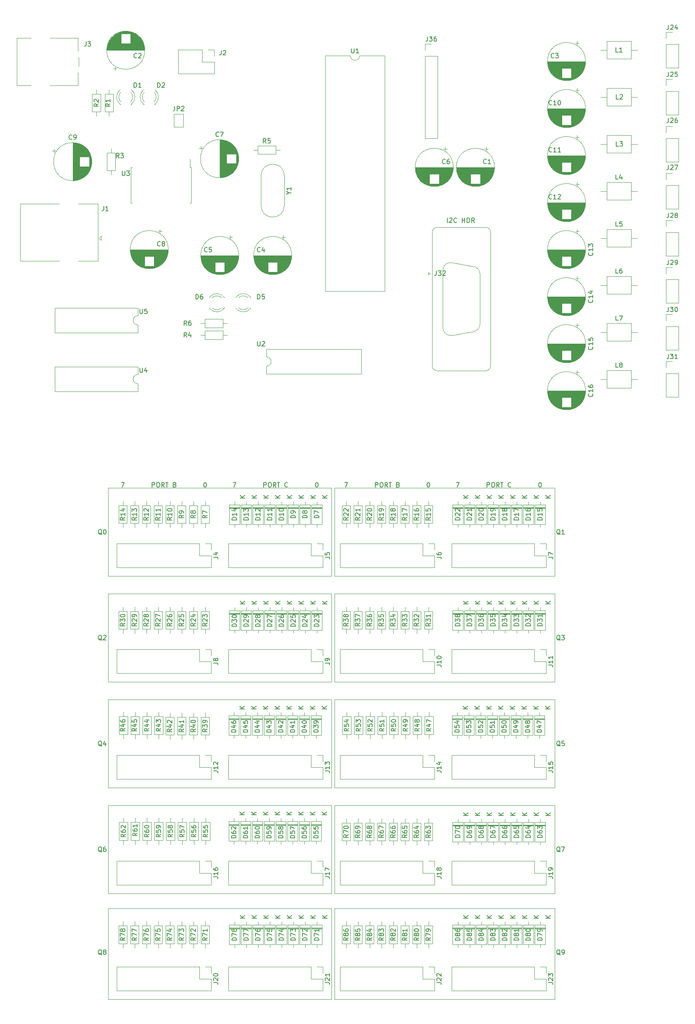
<source format=gbr>
%TF.GenerationSoftware,KiCad,Pcbnew,5.1.5+dfsg1-2build2*%
%TF.CreationDate,2021-10-31T16:28:56-04:00*%
%TF.ProjectId,PCB_LeftPanel,5043425f-4c65-4667-9450-616e656c2e6b,1*%
%TF.SameCoordinates,Original*%
%TF.FileFunction,Legend,Top*%
%TF.FilePolarity,Positive*%
%FSLAX46Y46*%
G04 Gerber Fmt 4.6, Leading zero omitted, Abs format (unit mm)*
G04 Created by KiCad (PCBNEW 5.1.5+dfsg1-2build2) date 2021-10-31 16:28:56*
%MOMM*%
%LPD*%
G04 APERTURE LIST*
%ADD10C,0.150000*%
%ADD11C,0.120000*%
G04 APERTURE END LIST*
D10*
X145954761Y-222162619D02*
X145859523Y-222115000D01*
X145764285Y-222019761D01*
X145621428Y-221876904D01*
X145526190Y-221829285D01*
X145430952Y-221829285D01*
X145478571Y-222067380D02*
X145383333Y-222019761D01*
X145288095Y-221924523D01*
X145240476Y-221734047D01*
X145240476Y-221400714D01*
X145288095Y-221210238D01*
X145383333Y-221115000D01*
X145478571Y-221067380D01*
X145669047Y-221067380D01*
X145764285Y-221115000D01*
X145859523Y-221210238D01*
X145907142Y-221400714D01*
X145907142Y-221734047D01*
X145859523Y-221924523D01*
X145764285Y-222019761D01*
X145669047Y-222067380D01*
X145478571Y-222067380D01*
X146383333Y-222067380D02*
X146573809Y-222067380D01*
X146669047Y-222019761D01*
X146716666Y-221972142D01*
X146811904Y-221829285D01*
X146859523Y-221638809D01*
X146859523Y-221257857D01*
X146811904Y-221162619D01*
X146764285Y-221115000D01*
X146669047Y-221067380D01*
X146478571Y-221067380D01*
X146383333Y-221115000D01*
X146335714Y-221162619D01*
X146288095Y-221257857D01*
X146288095Y-221495952D01*
X146335714Y-221591190D01*
X146383333Y-221638809D01*
X146478571Y-221686428D01*
X146669047Y-221686428D01*
X146764285Y-221638809D01*
X146811904Y-221591190D01*
X146859523Y-221495952D01*
X145954761Y-199937619D02*
X145859523Y-199890000D01*
X145764285Y-199794761D01*
X145621428Y-199651904D01*
X145526190Y-199604285D01*
X145430952Y-199604285D01*
X145478571Y-199842380D02*
X145383333Y-199794761D01*
X145288095Y-199699523D01*
X145240476Y-199509047D01*
X145240476Y-199175714D01*
X145288095Y-198985238D01*
X145383333Y-198890000D01*
X145478571Y-198842380D01*
X145669047Y-198842380D01*
X145764285Y-198890000D01*
X145859523Y-198985238D01*
X145907142Y-199175714D01*
X145907142Y-199509047D01*
X145859523Y-199699523D01*
X145764285Y-199794761D01*
X145669047Y-199842380D01*
X145478571Y-199842380D01*
X146240476Y-198842380D02*
X146907142Y-198842380D01*
X146478571Y-199842380D01*
X145954761Y-177077619D02*
X145859523Y-177030000D01*
X145764285Y-176934761D01*
X145621428Y-176791904D01*
X145526190Y-176744285D01*
X145430952Y-176744285D01*
X145478571Y-176982380D02*
X145383333Y-176934761D01*
X145288095Y-176839523D01*
X145240476Y-176649047D01*
X145240476Y-176315714D01*
X145288095Y-176125238D01*
X145383333Y-176030000D01*
X145478571Y-175982380D01*
X145669047Y-175982380D01*
X145764285Y-176030000D01*
X145859523Y-176125238D01*
X145907142Y-176315714D01*
X145907142Y-176649047D01*
X145859523Y-176839523D01*
X145764285Y-176934761D01*
X145669047Y-176982380D01*
X145478571Y-176982380D01*
X146811904Y-175982380D02*
X146335714Y-175982380D01*
X146288095Y-176458571D01*
X146335714Y-176410952D01*
X146430952Y-176363333D01*
X146669047Y-176363333D01*
X146764285Y-176410952D01*
X146811904Y-176458571D01*
X146859523Y-176553809D01*
X146859523Y-176791904D01*
X146811904Y-176887142D01*
X146764285Y-176934761D01*
X146669047Y-176982380D01*
X146430952Y-176982380D01*
X146335714Y-176934761D01*
X146288095Y-176887142D01*
X46894761Y-222162619D02*
X46799523Y-222115000D01*
X46704285Y-222019761D01*
X46561428Y-221876904D01*
X46466190Y-221829285D01*
X46370952Y-221829285D01*
X46418571Y-222067380D02*
X46323333Y-222019761D01*
X46228095Y-221924523D01*
X46180476Y-221734047D01*
X46180476Y-221400714D01*
X46228095Y-221210238D01*
X46323333Y-221115000D01*
X46418571Y-221067380D01*
X46609047Y-221067380D01*
X46704285Y-221115000D01*
X46799523Y-221210238D01*
X46847142Y-221400714D01*
X46847142Y-221734047D01*
X46799523Y-221924523D01*
X46704285Y-222019761D01*
X46609047Y-222067380D01*
X46418571Y-222067380D01*
X47418571Y-221495952D02*
X47323333Y-221448333D01*
X47275714Y-221400714D01*
X47228095Y-221305476D01*
X47228095Y-221257857D01*
X47275714Y-221162619D01*
X47323333Y-221115000D01*
X47418571Y-221067380D01*
X47609047Y-221067380D01*
X47704285Y-221115000D01*
X47751904Y-221162619D01*
X47799523Y-221257857D01*
X47799523Y-221305476D01*
X47751904Y-221400714D01*
X47704285Y-221448333D01*
X47609047Y-221495952D01*
X47418571Y-221495952D01*
X47323333Y-221543571D01*
X47275714Y-221591190D01*
X47228095Y-221686428D01*
X47228095Y-221876904D01*
X47275714Y-221972142D01*
X47323333Y-222019761D01*
X47418571Y-222067380D01*
X47609047Y-222067380D01*
X47704285Y-222019761D01*
X47751904Y-221972142D01*
X47799523Y-221876904D01*
X47799523Y-221686428D01*
X47751904Y-221591190D01*
X47704285Y-221543571D01*
X47609047Y-221495952D01*
X46894761Y-199937619D02*
X46799523Y-199890000D01*
X46704285Y-199794761D01*
X46561428Y-199651904D01*
X46466190Y-199604285D01*
X46370952Y-199604285D01*
X46418571Y-199842380D02*
X46323333Y-199794761D01*
X46228095Y-199699523D01*
X46180476Y-199509047D01*
X46180476Y-199175714D01*
X46228095Y-198985238D01*
X46323333Y-198890000D01*
X46418571Y-198842380D01*
X46609047Y-198842380D01*
X46704285Y-198890000D01*
X46799523Y-198985238D01*
X46847142Y-199175714D01*
X46847142Y-199509047D01*
X46799523Y-199699523D01*
X46704285Y-199794761D01*
X46609047Y-199842380D01*
X46418571Y-199842380D01*
X47704285Y-198842380D02*
X47513809Y-198842380D01*
X47418571Y-198890000D01*
X47370952Y-198937619D01*
X47275714Y-199080476D01*
X47228095Y-199270952D01*
X47228095Y-199651904D01*
X47275714Y-199747142D01*
X47323333Y-199794761D01*
X47418571Y-199842380D01*
X47609047Y-199842380D01*
X47704285Y-199794761D01*
X47751904Y-199747142D01*
X47799523Y-199651904D01*
X47799523Y-199413809D01*
X47751904Y-199318571D01*
X47704285Y-199270952D01*
X47609047Y-199223333D01*
X47418571Y-199223333D01*
X47323333Y-199270952D01*
X47275714Y-199318571D01*
X47228095Y-199413809D01*
X46894761Y-177077619D02*
X46799523Y-177030000D01*
X46704285Y-176934761D01*
X46561428Y-176791904D01*
X46466190Y-176744285D01*
X46370952Y-176744285D01*
X46418571Y-176982380D02*
X46323333Y-176934761D01*
X46228095Y-176839523D01*
X46180476Y-176649047D01*
X46180476Y-176315714D01*
X46228095Y-176125238D01*
X46323333Y-176030000D01*
X46418571Y-175982380D01*
X46609047Y-175982380D01*
X46704285Y-176030000D01*
X46799523Y-176125238D01*
X46847142Y-176315714D01*
X46847142Y-176649047D01*
X46799523Y-176839523D01*
X46704285Y-176934761D01*
X46609047Y-176982380D01*
X46418571Y-176982380D01*
X47704285Y-176315714D02*
X47704285Y-176982380D01*
X47466190Y-175934761D02*
X47228095Y-176649047D01*
X47847142Y-176649047D01*
X46894761Y-154217619D02*
X46799523Y-154170000D01*
X46704285Y-154074761D01*
X46561428Y-153931904D01*
X46466190Y-153884285D01*
X46370952Y-153884285D01*
X46418571Y-154122380D02*
X46323333Y-154074761D01*
X46228095Y-153979523D01*
X46180476Y-153789047D01*
X46180476Y-153455714D01*
X46228095Y-153265238D01*
X46323333Y-153170000D01*
X46418571Y-153122380D01*
X46609047Y-153122380D01*
X46704285Y-153170000D01*
X46799523Y-153265238D01*
X46847142Y-153455714D01*
X46847142Y-153789047D01*
X46799523Y-153979523D01*
X46704285Y-154074761D01*
X46609047Y-154122380D01*
X46418571Y-154122380D01*
X47228095Y-153217619D02*
X47275714Y-153170000D01*
X47370952Y-153122380D01*
X47609047Y-153122380D01*
X47704285Y-153170000D01*
X47751904Y-153217619D01*
X47799523Y-153312857D01*
X47799523Y-153408095D01*
X47751904Y-153550952D01*
X47180476Y-154122380D01*
X47799523Y-154122380D01*
X145954761Y-154217619D02*
X145859523Y-154170000D01*
X145764285Y-154074761D01*
X145621428Y-153931904D01*
X145526190Y-153884285D01*
X145430952Y-153884285D01*
X145478571Y-154122380D02*
X145383333Y-154074761D01*
X145288095Y-153979523D01*
X145240476Y-153789047D01*
X145240476Y-153455714D01*
X145288095Y-153265238D01*
X145383333Y-153170000D01*
X145478571Y-153122380D01*
X145669047Y-153122380D01*
X145764285Y-153170000D01*
X145859523Y-153265238D01*
X145907142Y-153455714D01*
X145907142Y-153789047D01*
X145859523Y-153979523D01*
X145764285Y-154074761D01*
X145669047Y-154122380D01*
X145478571Y-154122380D01*
X146240476Y-153122380D02*
X146859523Y-153122380D01*
X146526190Y-153503333D01*
X146669047Y-153503333D01*
X146764285Y-153550952D01*
X146811904Y-153598571D01*
X146859523Y-153693809D01*
X146859523Y-153931904D01*
X146811904Y-154027142D01*
X146764285Y-154074761D01*
X146669047Y-154122380D01*
X146383333Y-154122380D01*
X146288095Y-154074761D01*
X146240476Y-154027142D01*
X145954761Y-131357619D02*
X145859523Y-131310000D01*
X145764285Y-131214761D01*
X145621428Y-131071904D01*
X145526190Y-131024285D01*
X145430952Y-131024285D01*
X145478571Y-131262380D02*
X145383333Y-131214761D01*
X145288095Y-131119523D01*
X145240476Y-130929047D01*
X145240476Y-130595714D01*
X145288095Y-130405238D01*
X145383333Y-130310000D01*
X145478571Y-130262380D01*
X145669047Y-130262380D01*
X145764285Y-130310000D01*
X145859523Y-130405238D01*
X145907142Y-130595714D01*
X145907142Y-130929047D01*
X145859523Y-131119523D01*
X145764285Y-131214761D01*
X145669047Y-131262380D01*
X145478571Y-131262380D01*
X146859523Y-131262380D02*
X146288095Y-131262380D01*
X146573809Y-131262380D02*
X146573809Y-130262380D01*
X146478571Y-130405238D01*
X146383333Y-130500476D01*
X146288095Y-130548095D01*
X123491666Y-120102380D02*
X124158333Y-120102380D01*
X123729761Y-121102380D01*
X141557380Y-120102380D02*
X141652619Y-120102380D01*
X141747857Y-120150000D01*
X141795476Y-120197619D01*
X141843095Y-120292857D01*
X141890714Y-120483333D01*
X141890714Y-120721428D01*
X141843095Y-120911904D01*
X141795476Y-121007142D01*
X141747857Y-121054761D01*
X141652619Y-121102380D01*
X141557380Y-121102380D01*
X141462142Y-121054761D01*
X141414523Y-121007142D01*
X141366904Y-120911904D01*
X141319285Y-120721428D01*
X141319285Y-120483333D01*
X141366904Y-120292857D01*
X141414523Y-120197619D01*
X141462142Y-120150000D01*
X141557380Y-120102380D01*
X99361666Y-120102380D02*
X100028333Y-120102380D01*
X99599761Y-121102380D01*
X117427380Y-120102380D02*
X117522619Y-120102380D01*
X117617857Y-120150000D01*
X117665476Y-120197619D01*
X117713095Y-120292857D01*
X117760714Y-120483333D01*
X117760714Y-120721428D01*
X117713095Y-120911904D01*
X117665476Y-121007142D01*
X117617857Y-121054761D01*
X117522619Y-121102380D01*
X117427380Y-121102380D01*
X117332142Y-121054761D01*
X117284523Y-121007142D01*
X117236904Y-120911904D01*
X117189285Y-120721428D01*
X117189285Y-120483333D01*
X117236904Y-120292857D01*
X117284523Y-120197619D01*
X117332142Y-120150000D01*
X117427380Y-120102380D01*
X75231666Y-120102380D02*
X75898333Y-120102380D01*
X75469761Y-121102380D01*
X93297380Y-120102380D02*
X93392619Y-120102380D01*
X93487857Y-120150000D01*
X93535476Y-120197619D01*
X93583095Y-120292857D01*
X93630714Y-120483333D01*
X93630714Y-120721428D01*
X93583095Y-120911904D01*
X93535476Y-121007142D01*
X93487857Y-121054761D01*
X93392619Y-121102380D01*
X93297380Y-121102380D01*
X93202142Y-121054761D01*
X93154523Y-121007142D01*
X93106904Y-120911904D01*
X93059285Y-120721428D01*
X93059285Y-120483333D01*
X93106904Y-120292857D01*
X93154523Y-120197619D01*
X93202142Y-120150000D01*
X93297380Y-120102380D01*
X51101666Y-120102380D02*
X51768333Y-120102380D01*
X51339761Y-121102380D01*
X69167380Y-120102380D02*
X69262619Y-120102380D01*
X69357857Y-120150000D01*
X69405476Y-120197619D01*
X69453095Y-120292857D01*
X69500714Y-120483333D01*
X69500714Y-120721428D01*
X69453095Y-120911904D01*
X69405476Y-121007142D01*
X69357857Y-121054761D01*
X69262619Y-121102380D01*
X69167380Y-121102380D01*
X69072142Y-121054761D01*
X69024523Y-121007142D01*
X68976904Y-120911904D01*
X68929285Y-120721428D01*
X68929285Y-120483333D01*
X68976904Y-120292857D01*
X69024523Y-120197619D01*
X69072142Y-120150000D01*
X69167380Y-120102380D01*
X130167380Y-121102380D02*
X130167380Y-120102380D01*
X130548333Y-120102380D01*
X130643571Y-120150000D01*
X130691190Y-120197619D01*
X130738809Y-120292857D01*
X130738809Y-120435714D01*
X130691190Y-120530952D01*
X130643571Y-120578571D01*
X130548333Y-120626190D01*
X130167380Y-120626190D01*
X131357857Y-120102380D02*
X131548333Y-120102380D01*
X131643571Y-120150000D01*
X131738809Y-120245238D01*
X131786428Y-120435714D01*
X131786428Y-120769047D01*
X131738809Y-120959523D01*
X131643571Y-121054761D01*
X131548333Y-121102380D01*
X131357857Y-121102380D01*
X131262619Y-121054761D01*
X131167380Y-120959523D01*
X131119761Y-120769047D01*
X131119761Y-120435714D01*
X131167380Y-120245238D01*
X131262619Y-120150000D01*
X131357857Y-120102380D01*
X132786428Y-121102380D02*
X132453095Y-120626190D01*
X132215000Y-121102380D02*
X132215000Y-120102380D01*
X132595952Y-120102380D01*
X132691190Y-120150000D01*
X132738809Y-120197619D01*
X132786428Y-120292857D01*
X132786428Y-120435714D01*
X132738809Y-120530952D01*
X132691190Y-120578571D01*
X132595952Y-120626190D01*
X132215000Y-120626190D01*
X133072142Y-120102380D02*
X133643571Y-120102380D01*
X133357857Y-121102380D02*
X133357857Y-120102380D01*
X135310238Y-121007142D02*
X135262619Y-121054761D01*
X135119761Y-121102380D01*
X135024523Y-121102380D01*
X134881666Y-121054761D01*
X134786428Y-120959523D01*
X134738809Y-120864285D01*
X134691190Y-120673809D01*
X134691190Y-120530952D01*
X134738809Y-120340476D01*
X134786428Y-120245238D01*
X134881666Y-120150000D01*
X135024523Y-120102380D01*
X135119761Y-120102380D01*
X135262619Y-120150000D01*
X135310238Y-120197619D01*
X106037380Y-121102380D02*
X106037380Y-120102380D01*
X106418333Y-120102380D01*
X106513571Y-120150000D01*
X106561190Y-120197619D01*
X106608809Y-120292857D01*
X106608809Y-120435714D01*
X106561190Y-120530952D01*
X106513571Y-120578571D01*
X106418333Y-120626190D01*
X106037380Y-120626190D01*
X107227857Y-120102380D02*
X107418333Y-120102380D01*
X107513571Y-120150000D01*
X107608809Y-120245238D01*
X107656428Y-120435714D01*
X107656428Y-120769047D01*
X107608809Y-120959523D01*
X107513571Y-121054761D01*
X107418333Y-121102380D01*
X107227857Y-121102380D01*
X107132619Y-121054761D01*
X107037380Y-120959523D01*
X106989761Y-120769047D01*
X106989761Y-120435714D01*
X107037380Y-120245238D01*
X107132619Y-120150000D01*
X107227857Y-120102380D01*
X108656428Y-121102380D02*
X108323095Y-120626190D01*
X108085000Y-121102380D02*
X108085000Y-120102380D01*
X108465952Y-120102380D01*
X108561190Y-120150000D01*
X108608809Y-120197619D01*
X108656428Y-120292857D01*
X108656428Y-120435714D01*
X108608809Y-120530952D01*
X108561190Y-120578571D01*
X108465952Y-120626190D01*
X108085000Y-120626190D01*
X108942142Y-120102380D02*
X109513571Y-120102380D01*
X109227857Y-121102380D02*
X109227857Y-120102380D01*
X110942142Y-120578571D02*
X111085000Y-120626190D01*
X111132619Y-120673809D01*
X111180238Y-120769047D01*
X111180238Y-120911904D01*
X111132619Y-121007142D01*
X111085000Y-121054761D01*
X110989761Y-121102380D01*
X110608809Y-121102380D01*
X110608809Y-120102380D01*
X110942142Y-120102380D01*
X111037380Y-120150000D01*
X111085000Y-120197619D01*
X111132619Y-120292857D01*
X111132619Y-120388095D01*
X111085000Y-120483333D01*
X111037380Y-120530952D01*
X110942142Y-120578571D01*
X110608809Y-120578571D01*
D11*
X97155000Y-231775000D02*
X97155000Y-212090000D01*
X144780000Y-231775000D02*
X97155000Y-231775000D01*
X144780000Y-231140000D02*
X144780000Y-231775000D01*
X144780000Y-212090000D02*
X144780000Y-231140000D01*
X97155000Y-212090000D02*
X144780000Y-212090000D01*
X97155000Y-208915000D02*
X97155000Y-189865000D01*
X144780000Y-208915000D02*
X97155000Y-208915000D01*
X144780000Y-208280000D02*
X144780000Y-208915000D01*
X144780000Y-189865000D02*
X144780000Y-208280000D01*
X97155000Y-189865000D02*
X144780000Y-189865000D01*
X97155000Y-186055000D02*
X97155000Y-167005000D01*
X144780000Y-186055000D02*
X97155000Y-186055000D01*
X144780000Y-185420000D02*
X144780000Y-186055000D01*
X144780000Y-167005000D02*
X144780000Y-185420000D01*
X97155000Y-167005000D02*
X144780000Y-167005000D01*
X144780000Y-144145000D02*
X97155000Y-144145000D01*
X144780000Y-163195000D02*
X144780000Y-144145000D01*
X97155000Y-163195000D02*
X144780000Y-163195000D01*
X97155000Y-144145000D02*
X97155000Y-163195000D01*
X144780000Y-140335000D02*
X97155000Y-140335000D01*
X144780000Y-139700000D02*
X144780000Y-140335000D01*
X144780000Y-121285000D02*
X144780000Y-139700000D01*
X97155000Y-121285000D02*
X144780000Y-121285000D01*
X97155000Y-140335000D02*
X97155000Y-121285000D01*
X96520000Y-231775000D02*
X48895000Y-231775000D01*
X96520000Y-212090000D02*
X96520000Y-231775000D01*
X48260000Y-212090000D02*
X96520000Y-212090000D01*
X48260000Y-231775000D02*
X48260000Y-212090000D01*
X48895000Y-231775000D02*
X48260000Y-231775000D01*
X48260000Y-208915000D02*
X48260000Y-189865000D01*
X96520000Y-208915000D02*
X48260000Y-208915000D01*
X96520000Y-189865000D02*
X96520000Y-208915000D01*
X48260000Y-189865000D02*
X96520000Y-189865000D01*
D10*
X46894761Y-131357619D02*
X46799523Y-131310000D01*
X46704285Y-131214761D01*
X46561428Y-131071904D01*
X46466190Y-131024285D01*
X46370952Y-131024285D01*
X46418571Y-131262380D02*
X46323333Y-131214761D01*
X46228095Y-131119523D01*
X46180476Y-130929047D01*
X46180476Y-130595714D01*
X46228095Y-130405238D01*
X46323333Y-130310000D01*
X46418571Y-130262380D01*
X46609047Y-130262380D01*
X46704285Y-130310000D01*
X46799523Y-130405238D01*
X46847142Y-130595714D01*
X46847142Y-130929047D01*
X46799523Y-131119523D01*
X46704285Y-131214761D01*
X46609047Y-131262380D01*
X46418571Y-131262380D01*
X47466190Y-130262380D02*
X47561428Y-130262380D01*
X47656666Y-130310000D01*
X47704285Y-130357619D01*
X47751904Y-130452857D01*
X47799523Y-130643333D01*
X47799523Y-130881428D01*
X47751904Y-131071904D01*
X47704285Y-131167142D01*
X47656666Y-131214761D01*
X47561428Y-131262380D01*
X47466190Y-131262380D01*
X47370952Y-131214761D01*
X47323333Y-131167142D01*
X47275714Y-131071904D01*
X47228095Y-130881428D01*
X47228095Y-130643333D01*
X47275714Y-130452857D01*
X47323333Y-130357619D01*
X47370952Y-130310000D01*
X47466190Y-130262380D01*
X81907380Y-121102380D02*
X81907380Y-120102380D01*
X82288333Y-120102380D01*
X82383571Y-120150000D01*
X82431190Y-120197619D01*
X82478809Y-120292857D01*
X82478809Y-120435714D01*
X82431190Y-120530952D01*
X82383571Y-120578571D01*
X82288333Y-120626190D01*
X81907380Y-120626190D01*
X83097857Y-120102380D02*
X83288333Y-120102380D01*
X83383571Y-120150000D01*
X83478809Y-120245238D01*
X83526428Y-120435714D01*
X83526428Y-120769047D01*
X83478809Y-120959523D01*
X83383571Y-121054761D01*
X83288333Y-121102380D01*
X83097857Y-121102380D01*
X83002619Y-121054761D01*
X82907380Y-120959523D01*
X82859761Y-120769047D01*
X82859761Y-120435714D01*
X82907380Y-120245238D01*
X83002619Y-120150000D01*
X83097857Y-120102380D01*
X84526428Y-121102380D02*
X84193095Y-120626190D01*
X83955000Y-121102380D02*
X83955000Y-120102380D01*
X84335952Y-120102380D01*
X84431190Y-120150000D01*
X84478809Y-120197619D01*
X84526428Y-120292857D01*
X84526428Y-120435714D01*
X84478809Y-120530952D01*
X84431190Y-120578571D01*
X84335952Y-120626190D01*
X83955000Y-120626190D01*
X84812142Y-120102380D02*
X85383571Y-120102380D01*
X85097857Y-121102380D02*
X85097857Y-120102380D01*
X87050238Y-121007142D02*
X87002619Y-121054761D01*
X86859761Y-121102380D01*
X86764523Y-121102380D01*
X86621666Y-121054761D01*
X86526428Y-120959523D01*
X86478809Y-120864285D01*
X86431190Y-120673809D01*
X86431190Y-120530952D01*
X86478809Y-120340476D01*
X86526428Y-120245238D01*
X86621666Y-120150000D01*
X86764523Y-120102380D01*
X86859761Y-120102380D01*
X87002619Y-120150000D01*
X87050238Y-120197619D01*
X57777380Y-121102380D02*
X57777380Y-120102380D01*
X58158333Y-120102380D01*
X58253571Y-120150000D01*
X58301190Y-120197619D01*
X58348809Y-120292857D01*
X58348809Y-120435714D01*
X58301190Y-120530952D01*
X58253571Y-120578571D01*
X58158333Y-120626190D01*
X57777380Y-120626190D01*
X58967857Y-120102380D02*
X59158333Y-120102380D01*
X59253571Y-120150000D01*
X59348809Y-120245238D01*
X59396428Y-120435714D01*
X59396428Y-120769047D01*
X59348809Y-120959523D01*
X59253571Y-121054761D01*
X59158333Y-121102380D01*
X58967857Y-121102380D01*
X58872619Y-121054761D01*
X58777380Y-120959523D01*
X58729761Y-120769047D01*
X58729761Y-120435714D01*
X58777380Y-120245238D01*
X58872619Y-120150000D01*
X58967857Y-120102380D01*
X60396428Y-121102380D02*
X60063095Y-120626190D01*
X59825000Y-121102380D02*
X59825000Y-120102380D01*
X60205952Y-120102380D01*
X60301190Y-120150000D01*
X60348809Y-120197619D01*
X60396428Y-120292857D01*
X60396428Y-120435714D01*
X60348809Y-120530952D01*
X60301190Y-120578571D01*
X60205952Y-120626190D01*
X59825000Y-120626190D01*
X60682142Y-120102380D02*
X61253571Y-120102380D01*
X60967857Y-121102380D02*
X60967857Y-120102380D01*
X62682142Y-120578571D02*
X62825000Y-120626190D01*
X62872619Y-120673809D01*
X62920238Y-120769047D01*
X62920238Y-120911904D01*
X62872619Y-121007142D01*
X62825000Y-121054761D01*
X62729761Y-121102380D01*
X62348809Y-121102380D01*
X62348809Y-120102380D01*
X62682142Y-120102380D01*
X62777380Y-120150000D01*
X62825000Y-120197619D01*
X62872619Y-120292857D01*
X62872619Y-120388095D01*
X62825000Y-120483333D01*
X62777380Y-120530952D01*
X62682142Y-120578571D01*
X62348809Y-120578571D01*
D11*
X96520000Y-186055000D02*
X96520000Y-167005000D01*
X48260000Y-186055000D02*
X96520000Y-186055000D01*
X48260000Y-167005000D02*
X48260000Y-186055000D01*
X96520000Y-167005000D02*
X48260000Y-167005000D01*
X48260000Y-163195000D02*
X48260000Y-144145000D01*
X96520000Y-163195000D02*
X48260000Y-163195000D01*
X96520000Y-144145000D02*
X96520000Y-163195000D01*
X48260000Y-144145000D02*
X96520000Y-144145000D01*
X48260000Y-121285000D02*
X49530000Y-121285000D01*
X48260000Y-121285000D02*
X48260000Y-140335000D01*
X96520000Y-140335000D02*
X48260000Y-140335000D01*
X96520000Y-121285000D02*
X96520000Y-140335000D01*
X49530000Y-121285000D02*
X96520000Y-121285000D01*
%TO.C,J32*%
X122548256Y-88336470D02*
X127248256Y-87507733D01*
X122548256Y-72603530D02*
X127248256Y-73432267D01*
X128620000Y-85872952D02*
X128620000Y-75067048D01*
X120600000Y-86701689D02*
X120600000Y-74238311D01*
X117838675Y-74930000D02*
X117405662Y-75180000D01*
X117405662Y-74680000D02*
X117838675Y-74930000D01*
X117405662Y-75180000D02*
X117405662Y-74680000D01*
X129860000Y-95955000D02*
X119360000Y-95955000D01*
X130920000Y-66045000D02*
X130920000Y-94895000D01*
X119360000Y-64985000D02*
X129860000Y-64985000D01*
X118300000Y-94895000D02*
X118300000Y-66045000D01*
X127248256Y-73432267D02*
G75*
G02X128620000Y-75067048I-288256J-1634781D01*
G01*
X127248256Y-87507733D02*
G75*
G03X128620000Y-85872952I-288256J1634781D01*
G01*
X122548256Y-72603530D02*
G75*
G03X120600000Y-74238311I-288256J-1634781D01*
G01*
X122548256Y-88336470D02*
G75*
G02X120600000Y-86701689I-288256J1634781D01*
G01*
X130920000Y-66045000D02*
G75*
G03X129860000Y-64985000I-1060000J0D01*
G01*
X130920000Y-94895000D02*
G75*
G02X129860000Y-95955000I-1060000J0D01*
G01*
X119360000Y-64985000D02*
G75*
G03X118300000Y-66045000I0J-1060000D01*
G01*
X118300000Y-94895000D02*
G75*
G03X119360000Y-95955000I1060000J0D01*
G01*
%TO.C,U1*%
X100600000Y-27880000D02*
X95140000Y-27880000D01*
X95140000Y-27880000D02*
X95140000Y-78800000D01*
X95140000Y-78800000D02*
X108060000Y-78800000D01*
X108060000Y-78800000D02*
X108060000Y-27880000D01*
X108060000Y-27880000D02*
X102600000Y-27880000D01*
X102600000Y-27880000D02*
G75*
G02X100600000Y-27880000I-1000000J0D01*
G01*
%TO.C,U5*%
X54670000Y-84090000D02*
X54670000Y-82440000D01*
X54670000Y-82440000D02*
X36770000Y-82440000D01*
X36770000Y-82440000D02*
X36770000Y-87740000D01*
X36770000Y-87740000D02*
X54670000Y-87740000D01*
X54670000Y-87740000D02*
X54670000Y-86090000D01*
X54670000Y-86090000D02*
G75*
G02X54670000Y-84090000I0J1000000D01*
G01*
%TO.C,U4*%
X54670000Y-96790000D02*
X54670000Y-95140000D01*
X54670000Y-95140000D02*
X36770000Y-95140000D01*
X36770000Y-95140000D02*
X36770000Y-100440000D01*
X36770000Y-100440000D02*
X54670000Y-100440000D01*
X54670000Y-100440000D02*
X54670000Y-98790000D01*
X54670000Y-98790000D02*
G75*
G02X54670000Y-96790000I0J1000000D01*
G01*
%TO.C,J36*%
X116780000Y-45780000D02*
X119440000Y-45780000D01*
X116780000Y-27940000D02*
X116780000Y-45780000D01*
X119440000Y-27940000D02*
X119440000Y-45780000D01*
X116780000Y-27940000D02*
X119440000Y-27940000D01*
X116780000Y-26670000D02*
X116780000Y-25340000D01*
X116780000Y-25340000D02*
X118110000Y-25340000D01*
%TO.C,J2*%
X63440000Y-26610000D02*
X63440000Y-31810000D01*
X68580000Y-26610000D02*
X63440000Y-26610000D01*
X71180000Y-31810000D02*
X63440000Y-31810000D01*
X68580000Y-26610000D02*
X68580000Y-29210000D01*
X68580000Y-29210000D02*
X71180000Y-29210000D01*
X71180000Y-29210000D02*
X71180000Y-31810000D01*
X69850000Y-26610000D02*
X71180000Y-26610000D01*
X71180000Y-26610000D02*
X71180000Y-27940000D01*
%TO.C,Y1*%
X81295000Y-53850000D02*
X81295000Y-60250000D01*
X86345000Y-53850000D02*
X86345000Y-60250000D01*
X81295000Y-60250000D02*
G75*
G03X86345000Y-60250000I2525000J0D01*
G01*
X81295000Y-53850000D02*
G75*
G02X86345000Y-53850000I2525000J0D01*
G01*
%TO.C,U2*%
X82490000Y-91330000D02*
X82490000Y-92980000D01*
X102930000Y-91330000D02*
X82490000Y-91330000D01*
X102930000Y-96630000D02*
X102930000Y-91330000D01*
X82490000Y-96630000D02*
X102930000Y-96630000D01*
X82490000Y-94980000D02*
X82490000Y-96630000D01*
X82490000Y-92980000D02*
G75*
G02X82490000Y-94980000I0J-1000000D01*
G01*
%TO.C,R86*%
X99695000Y-214935000D02*
X99695000Y-215885000D01*
X99695000Y-220675000D02*
X99695000Y-219725000D01*
X98775000Y-215885000D02*
X98775000Y-219725000D01*
X100615000Y-215885000D02*
X98775000Y-215885000D01*
X100615000Y-219725000D02*
X100615000Y-215885000D01*
X98775000Y-219725000D02*
X100615000Y-219725000D01*
%TO.C,R85*%
X102235000Y-214935000D02*
X102235000Y-215885000D01*
X102235000Y-220675000D02*
X102235000Y-219725000D01*
X101315000Y-215885000D02*
X101315000Y-219725000D01*
X103155000Y-215885000D02*
X101315000Y-215885000D01*
X103155000Y-219725000D02*
X103155000Y-215885000D01*
X101315000Y-219725000D02*
X103155000Y-219725000D01*
%TO.C,R84*%
X104775000Y-214935000D02*
X104775000Y-215885000D01*
X104775000Y-220675000D02*
X104775000Y-219725000D01*
X103855000Y-215885000D02*
X103855000Y-219725000D01*
X105695000Y-215885000D02*
X103855000Y-215885000D01*
X105695000Y-219725000D02*
X105695000Y-215885000D01*
X103855000Y-219725000D02*
X105695000Y-219725000D01*
%TO.C,R83*%
X107315000Y-214935000D02*
X107315000Y-215885000D01*
X107315000Y-220675000D02*
X107315000Y-219725000D01*
X106395000Y-215885000D02*
X106395000Y-219725000D01*
X108235000Y-215885000D02*
X106395000Y-215885000D01*
X108235000Y-219725000D02*
X108235000Y-215885000D01*
X106395000Y-219725000D02*
X108235000Y-219725000D01*
%TO.C,R82*%
X109855000Y-214935000D02*
X109855000Y-215885000D01*
X109855000Y-220675000D02*
X109855000Y-219725000D01*
X108935000Y-215885000D02*
X108935000Y-219725000D01*
X110775000Y-215885000D02*
X108935000Y-215885000D01*
X110775000Y-219725000D02*
X110775000Y-215885000D01*
X108935000Y-219725000D02*
X110775000Y-219725000D01*
%TO.C,R81*%
X112395000Y-214935000D02*
X112395000Y-215885000D01*
X112395000Y-220675000D02*
X112395000Y-219725000D01*
X111475000Y-215885000D02*
X111475000Y-219725000D01*
X113315000Y-215885000D02*
X111475000Y-215885000D01*
X113315000Y-219725000D02*
X113315000Y-215885000D01*
X111475000Y-219725000D02*
X113315000Y-219725000D01*
%TO.C,R80*%
X114935000Y-214935000D02*
X114935000Y-215885000D01*
X114935000Y-220675000D02*
X114935000Y-219725000D01*
X114015000Y-215885000D02*
X114015000Y-219725000D01*
X115855000Y-215885000D02*
X114015000Y-215885000D01*
X115855000Y-219725000D02*
X115855000Y-215885000D01*
X114015000Y-219725000D02*
X115855000Y-219725000D01*
%TO.C,R79*%
X117475000Y-214935000D02*
X117475000Y-215885000D01*
X117475000Y-220675000D02*
X117475000Y-219725000D01*
X116555000Y-215885000D02*
X116555000Y-219725000D01*
X118395000Y-215885000D02*
X116555000Y-215885000D01*
X118395000Y-219725000D02*
X118395000Y-215885000D01*
X116555000Y-219725000D02*
X118395000Y-219725000D01*
%TO.C,R78*%
X51435000Y-214935000D02*
X51435000Y-215885000D01*
X51435000Y-220675000D02*
X51435000Y-219725000D01*
X50515000Y-215885000D02*
X50515000Y-219725000D01*
X52355000Y-215885000D02*
X50515000Y-215885000D01*
X52355000Y-219725000D02*
X52355000Y-215885000D01*
X50515000Y-219725000D02*
X52355000Y-219725000D01*
%TO.C,R77*%
X53975000Y-214935000D02*
X53975000Y-215885000D01*
X53975000Y-220675000D02*
X53975000Y-219725000D01*
X53055000Y-215885000D02*
X53055000Y-219725000D01*
X54895000Y-215885000D02*
X53055000Y-215885000D01*
X54895000Y-219725000D02*
X54895000Y-215885000D01*
X53055000Y-219725000D02*
X54895000Y-219725000D01*
%TO.C,R76*%
X56515000Y-214935000D02*
X56515000Y-215885000D01*
X56515000Y-220675000D02*
X56515000Y-219725000D01*
X55595000Y-215885000D02*
X55595000Y-219725000D01*
X57435000Y-215885000D02*
X55595000Y-215885000D01*
X57435000Y-219725000D02*
X57435000Y-215885000D01*
X55595000Y-219725000D02*
X57435000Y-219725000D01*
%TO.C,R75*%
X59055000Y-214935000D02*
X59055000Y-215885000D01*
X59055000Y-220675000D02*
X59055000Y-219725000D01*
X58135000Y-215885000D02*
X58135000Y-219725000D01*
X59975000Y-215885000D02*
X58135000Y-215885000D01*
X59975000Y-219725000D02*
X59975000Y-215885000D01*
X58135000Y-219725000D02*
X59975000Y-219725000D01*
%TO.C,R74*%
X61595000Y-214935000D02*
X61595000Y-215885000D01*
X61595000Y-220675000D02*
X61595000Y-219725000D01*
X60675000Y-215885000D02*
X60675000Y-219725000D01*
X62515000Y-215885000D02*
X60675000Y-215885000D01*
X62515000Y-219725000D02*
X62515000Y-215885000D01*
X60675000Y-219725000D02*
X62515000Y-219725000D01*
%TO.C,R73*%
X64135000Y-214935000D02*
X64135000Y-215885000D01*
X64135000Y-220675000D02*
X64135000Y-219725000D01*
X63215000Y-215885000D02*
X63215000Y-219725000D01*
X65055000Y-215885000D02*
X63215000Y-215885000D01*
X65055000Y-219725000D02*
X65055000Y-215885000D01*
X63215000Y-219725000D02*
X65055000Y-219725000D01*
%TO.C,R72*%
X66675000Y-214935000D02*
X66675000Y-215885000D01*
X66675000Y-220675000D02*
X66675000Y-219725000D01*
X65755000Y-215885000D02*
X65755000Y-219725000D01*
X67595000Y-215885000D02*
X65755000Y-215885000D01*
X67595000Y-219725000D02*
X67595000Y-215885000D01*
X65755000Y-219725000D02*
X67595000Y-219725000D01*
%TO.C,R71*%
X69215000Y-214935000D02*
X69215000Y-215885000D01*
X69215000Y-220675000D02*
X69215000Y-219725000D01*
X68295000Y-215885000D02*
X68295000Y-219725000D01*
X70135000Y-215885000D02*
X68295000Y-215885000D01*
X70135000Y-219725000D02*
X70135000Y-215885000D01*
X68295000Y-219725000D02*
X70135000Y-219725000D01*
%TO.C,R70*%
X99695000Y-192710000D02*
X99695000Y-193660000D01*
X99695000Y-198450000D02*
X99695000Y-197500000D01*
X98775000Y-193660000D02*
X98775000Y-197500000D01*
X100615000Y-193660000D02*
X98775000Y-193660000D01*
X100615000Y-197500000D02*
X100615000Y-193660000D01*
X98775000Y-197500000D02*
X100615000Y-197500000D01*
%TO.C,R69*%
X102235000Y-192710000D02*
X102235000Y-193660000D01*
X102235000Y-198450000D02*
X102235000Y-197500000D01*
X101315000Y-193660000D02*
X101315000Y-197500000D01*
X103155000Y-193660000D02*
X101315000Y-193660000D01*
X103155000Y-197500000D02*
X103155000Y-193660000D01*
X101315000Y-197500000D02*
X103155000Y-197500000D01*
%TO.C,R68*%
X104775000Y-192710000D02*
X104775000Y-193660000D01*
X104775000Y-198450000D02*
X104775000Y-197500000D01*
X103855000Y-193660000D02*
X103855000Y-197500000D01*
X105695000Y-193660000D02*
X103855000Y-193660000D01*
X105695000Y-197500000D02*
X105695000Y-193660000D01*
X103855000Y-197500000D02*
X105695000Y-197500000D01*
%TO.C,R67*%
X107315000Y-192710000D02*
X107315000Y-193660000D01*
X107315000Y-198450000D02*
X107315000Y-197500000D01*
X106395000Y-193660000D02*
X106395000Y-197500000D01*
X108235000Y-193660000D02*
X106395000Y-193660000D01*
X108235000Y-197500000D02*
X108235000Y-193660000D01*
X106395000Y-197500000D02*
X108235000Y-197500000D01*
%TO.C,R66*%
X109855000Y-192710000D02*
X109855000Y-193660000D01*
X109855000Y-198450000D02*
X109855000Y-197500000D01*
X108935000Y-193660000D02*
X108935000Y-197500000D01*
X110775000Y-193660000D02*
X108935000Y-193660000D01*
X110775000Y-197500000D02*
X110775000Y-193660000D01*
X108935000Y-197500000D02*
X110775000Y-197500000D01*
%TO.C,R65*%
X112395000Y-192710000D02*
X112395000Y-193660000D01*
X112395000Y-198450000D02*
X112395000Y-197500000D01*
X111475000Y-193660000D02*
X111475000Y-197500000D01*
X113315000Y-193660000D02*
X111475000Y-193660000D01*
X113315000Y-197500000D02*
X113315000Y-193660000D01*
X111475000Y-197500000D02*
X113315000Y-197500000D01*
%TO.C,R64*%
X114935000Y-192710000D02*
X114935000Y-193660000D01*
X114935000Y-198450000D02*
X114935000Y-197500000D01*
X114015000Y-193660000D02*
X114015000Y-197500000D01*
X115855000Y-193660000D02*
X114015000Y-193660000D01*
X115855000Y-197500000D02*
X115855000Y-193660000D01*
X114015000Y-197500000D02*
X115855000Y-197500000D01*
%TO.C,R63*%
X117475000Y-192710000D02*
X117475000Y-193660000D01*
X117475000Y-198450000D02*
X117475000Y-197500000D01*
X116555000Y-193660000D02*
X116555000Y-197500000D01*
X118395000Y-193660000D02*
X116555000Y-193660000D01*
X118395000Y-197500000D02*
X118395000Y-193660000D01*
X116555000Y-197500000D02*
X118395000Y-197500000D01*
%TO.C,R62*%
X51562000Y-192583000D02*
X51562000Y-193533000D01*
X51562000Y-198323000D02*
X51562000Y-197373000D01*
X50642000Y-193533000D02*
X50642000Y-197373000D01*
X52482000Y-193533000D02*
X50642000Y-193533000D01*
X52482000Y-197373000D02*
X52482000Y-193533000D01*
X50642000Y-197373000D02*
X52482000Y-197373000D01*
%TO.C,R61*%
X54102000Y-192583000D02*
X54102000Y-193533000D01*
X54102000Y-198323000D02*
X54102000Y-197373000D01*
X53182000Y-193533000D02*
X53182000Y-197373000D01*
X55022000Y-193533000D02*
X53182000Y-193533000D01*
X55022000Y-197373000D02*
X55022000Y-193533000D01*
X53182000Y-197373000D02*
X55022000Y-197373000D01*
%TO.C,R60*%
X56642000Y-192583000D02*
X56642000Y-193533000D01*
X56642000Y-198323000D02*
X56642000Y-197373000D01*
X55722000Y-193533000D02*
X55722000Y-197373000D01*
X57562000Y-193533000D02*
X55722000Y-193533000D01*
X57562000Y-197373000D02*
X57562000Y-193533000D01*
X55722000Y-197373000D02*
X57562000Y-197373000D01*
%TO.C,R59*%
X59182000Y-192583000D02*
X59182000Y-193533000D01*
X59182000Y-198323000D02*
X59182000Y-197373000D01*
X58262000Y-193533000D02*
X58262000Y-197373000D01*
X60102000Y-193533000D02*
X58262000Y-193533000D01*
X60102000Y-197373000D02*
X60102000Y-193533000D01*
X58262000Y-197373000D02*
X60102000Y-197373000D01*
%TO.C,R58*%
X61722000Y-192583000D02*
X61722000Y-193533000D01*
X61722000Y-198323000D02*
X61722000Y-197373000D01*
X60802000Y-193533000D02*
X60802000Y-197373000D01*
X62642000Y-193533000D02*
X60802000Y-193533000D01*
X62642000Y-197373000D02*
X62642000Y-193533000D01*
X60802000Y-197373000D02*
X62642000Y-197373000D01*
%TO.C,R57*%
X64262000Y-192583000D02*
X64262000Y-193533000D01*
X64262000Y-198323000D02*
X64262000Y-197373000D01*
X63342000Y-193533000D02*
X63342000Y-197373000D01*
X65182000Y-193533000D02*
X63342000Y-193533000D01*
X65182000Y-197373000D02*
X65182000Y-193533000D01*
X63342000Y-197373000D02*
X65182000Y-197373000D01*
%TO.C,R56*%
X66802000Y-192583000D02*
X66802000Y-193533000D01*
X66802000Y-198323000D02*
X66802000Y-197373000D01*
X65882000Y-193533000D02*
X65882000Y-197373000D01*
X67722000Y-193533000D02*
X65882000Y-193533000D01*
X67722000Y-197373000D02*
X67722000Y-193533000D01*
X65882000Y-197373000D02*
X67722000Y-197373000D01*
%TO.C,R55*%
X69342000Y-192583000D02*
X69342000Y-193533000D01*
X69342000Y-198323000D02*
X69342000Y-197373000D01*
X68422000Y-193533000D02*
X68422000Y-197373000D01*
X70262000Y-193533000D02*
X68422000Y-193533000D01*
X70262000Y-197373000D02*
X70262000Y-193533000D01*
X68422000Y-197373000D02*
X70262000Y-197373000D01*
%TO.C,R54*%
X99822000Y-169723000D02*
X99822000Y-170673000D01*
X99822000Y-175463000D02*
X99822000Y-174513000D01*
X98902000Y-170673000D02*
X98902000Y-174513000D01*
X100742000Y-170673000D02*
X98902000Y-170673000D01*
X100742000Y-174513000D02*
X100742000Y-170673000D01*
X98902000Y-174513000D02*
X100742000Y-174513000D01*
%TO.C,R53*%
X102362000Y-169723000D02*
X102362000Y-170673000D01*
X102362000Y-175463000D02*
X102362000Y-174513000D01*
X101442000Y-170673000D02*
X101442000Y-174513000D01*
X103282000Y-170673000D02*
X101442000Y-170673000D01*
X103282000Y-174513000D02*
X103282000Y-170673000D01*
X101442000Y-174513000D02*
X103282000Y-174513000D01*
%TO.C,R52*%
X104902000Y-169723000D02*
X104902000Y-170673000D01*
X104902000Y-175463000D02*
X104902000Y-174513000D01*
X103982000Y-170673000D02*
X103982000Y-174513000D01*
X105822000Y-170673000D02*
X103982000Y-170673000D01*
X105822000Y-174513000D02*
X105822000Y-170673000D01*
X103982000Y-174513000D02*
X105822000Y-174513000D01*
%TO.C,R51*%
X107442000Y-169723000D02*
X107442000Y-170673000D01*
X107442000Y-175463000D02*
X107442000Y-174513000D01*
X106522000Y-170673000D02*
X106522000Y-174513000D01*
X108362000Y-170673000D02*
X106522000Y-170673000D01*
X108362000Y-174513000D02*
X108362000Y-170673000D01*
X106522000Y-174513000D02*
X108362000Y-174513000D01*
%TO.C,R50*%
X109982000Y-169723000D02*
X109982000Y-170673000D01*
X109982000Y-175463000D02*
X109982000Y-174513000D01*
X109062000Y-170673000D02*
X109062000Y-174513000D01*
X110902000Y-170673000D02*
X109062000Y-170673000D01*
X110902000Y-174513000D02*
X110902000Y-170673000D01*
X109062000Y-174513000D02*
X110902000Y-174513000D01*
%TO.C,R49*%
X112522000Y-169723000D02*
X112522000Y-170673000D01*
X112522000Y-175463000D02*
X112522000Y-174513000D01*
X111602000Y-170673000D02*
X111602000Y-174513000D01*
X113442000Y-170673000D02*
X111602000Y-170673000D01*
X113442000Y-174513000D02*
X113442000Y-170673000D01*
X111602000Y-174513000D02*
X113442000Y-174513000D01*
%TO.C,R48*%
X115062000Y-169723000D02*
X115062000Y-170673000D01*
X115062000Y-175463000D02*
X115062000Y-174513000D01*
X114142000Y-170673000D02*
X114142000Y-174513000D01*
X115982000Y-170673000D02*
X114142000Y-170673000D01*
X115982000Y-174513000D02*
X115982000Y-170673000D01*
X114142000Y-174513000D02*
X115982000Y-174513000D01*
%TO.C,R47*%
X117602000Y-169723000D02*
X117602000Y-170673000D01*
X117602000Y-175463000D02*
X117602000Y-174513000D01*
X116682000Y-170673000D02*
X116682000Y-174513000D01*
X118522000Y-170673000D02*
X116682000Y-170673000D01*
X118522000Y-174513000D02*
X118522000Y-170673000D01*
X116682000Y-174513000D02*
X118522000Y-174513000D01*
%TO.C,R46*%
X51562000Y-169723000D02*
X51562000Y-170673000D01*
X51562000Y-175463000D02*
X51562000Y-174513000D01*
X50642000Y-170673000D02*
X50642000Y-174513000D01*
X52482000Y-170673000D02*
X50642000Y-170673000D01*
X52482000Y-174513000D02*
X52482000Y-170673000D01*
X50642000Y-174513000D02*
X52482000Y-174513000D01*
%TO.C,R45*%
X54102000Y-169723000D02*
X54102000Y-170673000D01*
X54102000Y-175463000D02*
X54102000Y-174513000D01*
X53182000Y-170673000D02*
X53182000Y-174513000D01*
X55022000Y-170673000D02*
X53182000Y-170673000D01*
X55022000Y-174513000D02*
X55022000Y-170673000D01*
X53182000Y-174513000D02*
X55022000Y-174513000D01*
%TO.C,R44*%
X56642000Y-169723000D02*
X56642000Y-170673000D01*
X56642000Y-175463000D02*
X56642000Y-174513000D01*
X55722000Y-170673000D02*
X55722000Y-174513000D01*
X57562000Y-170673000D02*
X55722000Y-170673000D01*
X57562000Y-174513000D02*
X57562000Y-170673000D01*
X55722000Y-174513000D02*
X57562000Y-174513000D01*
%TO.C,R43*%
X59182000Y-169723000D02*
X59182000Y-170673000D01*
X59182000Y-175463000D02*
X59182000Y-174513000D01*
X58262000Y-170673000D02*
X58262000Y-174513000D01*
X60102000Y-170673000D02*
X58262000Y-170673000D01*
X60102000Y-174513000D02*
X60102000Y-170673000D01*
X58262000Y-174513000D02*
X60102000Y-174513000D01*
%TO.C,R42*%
X61595000Y-169850000D02*
X61595000Y-170800000D01*
X61595000Y-175590000D02*
X61595000Y-174640000D01*
X60675000Y-170800000D02*
X60675000Y-174640000D01*
X62515000Y-170800000D02*
X60675000Y-170800000D01*
X62515000Y-174640000D02*
X62515000Y-170800000D01*
X60675000Y-174640000D02*
X62515000Y-174640000D01*
%TO.C,R41*%
X64135000Y-169850000D02*
X64135000Y-170800000D01*
X64135000Y-175590000D02*
X64135000Y-174640000D01*
X63215000Y-170800000D02*
X63215000Y-174640000D01*
X65055000Y-170800000D02*
X63215000Y-170800000D01*
X65055000Y-174640000D02*
X65055000Y-170800000D01*
X63215000Y-174640000D02*
X65055000Y-174640000D01*
%TO.C,R40*%
X66675000Y-169850000D02*
X66675000Y-170800000D01*
X66675000Y-175590000D02*
X66675000Y-174640000D01*
X65755000Y-170800000D02*
X65755000Y-174640000D01*
X67595000Y-170800000D02*
X65755000Y-170800000D01*
X67595000Y-174640000D02*
X67595000Y-170800000D01*
X65755000Y-174640000D02*
X67595000Y-174640000D01*
%TO.C,R39*%
X69215000Y-169850000D02*
X69215000Y-170800000D01*
X69215000Y-175590000D02*
X69215000Y-174640000D01*
X68295000Y-170800000D02*
X68295000Y-174640000D01*
X70135000Y-170800000D02*
X68295000Y-170800000D01*
X70135000Y-174640000D02*
X70135000Y-170800000D01*
X68295000Y-174640000D02*
X70135000Y-174640000D01*
%TO.C,R38*%
X99695000Y-146990000D02*
X99695000Y-147940000D01*
X99695000Y-152730000D02*
X99695000Y-151780000D01*
X98775000Y-147940000D02*
X98775000Y-151780000D01*
X100615000Y-147940000D02*
X98775000Y-147940000D01*
X100615000Y-151780000D02*
X100615000Y-147940000D01*
X98775000Y-151780000D02*
X100615000Y-151780000D01*
%TO.C,R37*%
X102235000Y-146990000D02*
X102235000Y-147940000D01*
X102235000Y-152730000D02*
X102235000Y-151780000D01*
X101315000Y-147940000D02*
X101315000Y-151780000D01*
X103155000Y-147940000D02*
X101315000Y-147940000D01*
X103155000Y-151780000D02*
X103155000Y-147940000D01*
X101315000Y-151780000D02*
X103155000Y-151780000D01*
%TO.C,R36*%
X104775000Y-146990000D02*
X104775000Y-147940000D01*
X104775000Y-152730000D02*
X104775000Y-151780000D01*
X103855000Y-147940000D02*
X103855000Y-151780000D01*
X105695000Y-147940000D02*
X103855000Y-147940000D01*
X105695000Y-151780000D02*
X105695000Y-147940000D01*
X103855000Y-151780000D02*
X105695000Y-151780000D01*
%TO.C,R35*%
X107315000Y-146990000D02*
X107315000Y-147940000D01*
X107315000Y-152730000D02*
X107315000Y-151780000D01*
X106395000Y-147940000D02*
X106395000Y-151780000D01*
X108235000Y-147940000D02*
X106395000Y-147940000D01*
X108235000Y-151780000D02*
X108235000Y-147940000D01*
X106395000Y-151780000D02*
X108235000Y-151780000D01*
%TO.C,R34*%
X109855000Y-146990000D02*
X109855000Y-147940000D01*
X109855000Y-152730000D02*
X109855000Y-151780000D01*
X108935000Y-147940000D02*
X108935000Y-151780000D01*
X110775000Y-147940000D02*
X108935000Y-147940000D01*
X110775000Y-151780000D02*
X110775000Y-147940000D01*
X108935000Y-151780000D02*
X110775000Y-151780000D01*
%TO.C,R33*%
X112395000Y-146990000D02*
X112395000Y-147940000D01*
X112395000Y-152730000D02*
X112395000Y-151780000D01*
X111475000Y-147940000D02*
X111475000Y-151780000D01*
X113315000Y-147940000D02*
X111475000Y-147940000D01*
X113315000Y-151780000D02*
X113315000Y-147940000D01*
X111475000Y-151780000D02*
X113315000Y-151780000D01*
%TO.C,R32*%
X114935000Y-146990000D02*
X114935000Y-147940000D01*
X114935000Y-152730000D02*
X114935000Y-151780000D01*
X114015000Y-147940000D02*
X114015000Y-151780000D01*
X115855000Y-147940000D02*
X114015000Y-147940000D01*
X115855000Y-151780000D02*
X115855000Y-147940000D01*
X114015000Y-151780000D02*
X115855000Y-151780000D01*
%TO.C,R31*%
X117475000Y-146990000D02*
X117475000Y-147940000D01*
X117475000Y-152730000D02*
X117475000Y-151780000D01*
X116555000Y-147940000D02*
X116555000Y-151780000D01*
X118395000Y-147940000D02*
X116555000Y-147940000D01*
X118395000Y-151780000D02*
X118395000Y-147940000D01*
X116555000Y-151780000D02*
X118395000Y-151780000D01*
%TO.C,R30*%
X51435000Y-146990000D02*
X51435000Y-147940000D01*
X51435000Y-152730000D02*
X51435000Y-151780000D01*
X50515000Y-147940000D02*
X50515000Y-151780000D01*
X52355000Y-147940000D02*
X50515000Y-147940000D01*
X52355000Y-151780000D02*
X52355000Y-147940000D01*
X50515000Y-151780000D02*
X52355000Y-151780000D01*
%TO.C,R29*%
X53975000Y-146990000D02*
X53975000Y-147940000D01*
X53975000Y-152730000D02*
X53975000Y-151780000D01*
X53055000Y-147940000D02*
X53055000Y-151780000D01*
X54895000Y-147940000D02*
X53055000Y-147940000D01*
X54895000Y-151780000D02*
X54895000Y-147940000D01*
X53055000Y-151780000D02*
X54895000Y-151780000D01*
%TO.C,R28*%
X56515000Y-146990000D02*
X56515000Y-147940000D01*
X56515000Y-152730000D02*
X56515000Y-151780000D01*
X55595000Y-147940000D02*
X55595000Y-151780000D01*
X57435000Y-147940000D02*
X55595000Y-147940000D01*
X57435000Y-151780000D02*
X57435000Y-147940000D01*
X55595000Y-151780000D02*
X57435000Y-151780000D01*
%TO.C,R27*%
X59055000Y-146990000D02*
X59055000Y-147940000D01*
X59055000Y-152730000D02*
X59055000Y-151780000D01*
X58135000Y-147940000D02*
X58135000Y-151780000D01*
X59975000Y-147940000D02*
X58135000Y-147940000D01*
X59975000Y-151780000D02*
X59975000Y-147940000D01*
X58135000Y-151780000D02*
X59975000Y-151780000D01*
%TO.C,R26*%
X61595000Y-146990000D02*
X61595000Y-147940000D01*
X61595000Y-152730000D02*
X61595000Y-151780000D01*
X60675000Y-147940000D02*
X60675000Y-151780000D01*
X62515000Y-147940000D02*
X60675000Y-147940000D01*
X62515000Y-151780000D02*
X62515000Y-147940000D01*
X60675000Y-151780000D02*
X62515000Y-151780000D01*
%TO.C,R25*%
X64135000Y-146990000D02*
X64135000Y-147940000D01*
X64135000Y-152730000D02*
X64135000Y-151780000D01*
X63215000Y-147940000D02*
X63215000Y-151780000D01*
X65055000Y-147940000D02*
X63215000Y-147940000D01*
X65055000Y-151780000D02*
X65055000Y-147940000D01*
X63215000Y-151780000D02*
X65055000Y-151780000D01*
%TO.C,R24*%
X66675000Y-146990000D02*
X66675000Y-147940000D01*
X66675000Y-152730000D02*
X66675000Y-151780000D01*
X65755000Y-147940000D02*
X65755000Y-151780000D01*
X67595000Y-147940000D02*
X65755000Y-147940000D01*
X67595000Y-151780000D02*
X67595000Y-147940000D01*
X65755000Y-151780000D02*
X67595000Y-151780000D01*
%TO.C,R23*%
X69215000Y-146990000D02*
X69215000Y-147940000D01*
X69215000Y-152730000D02*
X69215000Y-151780000D01*
X68295000Y-147940000D02*
X68295000Y-151780000D01*
X70135000Y-147940000D02*
X68295000Y-147940000D01*
X70135000Y-151780000D02*
X70135000Y-147940000D01*
X68295000Y-151780000D02*
X70135000Y-151780000D01*
%TO.C,R22*%
X99695000Y-124130000D02*
X99695000Y-125080000D01*
X99695000Y-129870000D02*
X99695000Y-128920000D01*
X98775000Y-125080000D02*
X98775000Y-128920000D01*
X100615000Y-125080000D02*
X98775000Y-125080000D01*
X100615000Y-128920000D02*
X100615000Y-125080000D01*
X98775000Y-128920000D02*
X100615000Y-128920000D01*
%TO.C,R21*%
X102235000Y-124130000D02*
X102235000Y-125080000D01*
X102235000Y-129870000D02*
X102235000Y-128920000D01*
X101315000Y-125080000D02*
X101315000Y-128920000D01*
X103155000Y-125080000D02*
X101315000Y-125080000D01*
X103155000Y-128920000D02*
X103155000Y-125080000D01*
X101315000Y-128920000D02*
X103155000Y-128920000D01*
%TO.C,R20*%
X104775000Y-124130000D02*
X104775000Y-125080000D01*
X104775000Y-129870000D02*
X104775000Y-128920000D01*
X103855000Y-125080000D02*
X103855000Y-128920000D01*
X105695000Y-125080000D02*
X103855000Y-125080000D01*
X105695000Y-128920000D02*
X105695000Y-125080000D01*
X103855000Y-128920000D02*
X105695000Y-128920000D01*
%TO.C,R19*%
X107315000Y-124130000D02*
X107315000Y-125080000D01*
X107315000Y-129870000D02*
X107315000Y-128920000D01*
X106395000Y-125080000D02*
X106395000Y-128920000D01*
X108235000Y-125080000D02*
X106395000Y-125080000D01*
X108235000Y-128920000D02*
X108235000Y-125080000D01*
X106395000Y-128920000D02*
X108235000Y-128920000D01*
%TO.C,R18*%
X109855000Y-124130000D02*
X109855000Y-125080000D01*
X109855000Y-129870000D02*
X109855000Y-128920000D01*
X108935000Y-125080000D02*
X108935000Y-128920000D01*
X110775000Y-125080000D02*
X108935000Y-125080000D01*
X110775000Y-128920000D02*
X110775000Y-125080000D01*
X108935000Y-128920000D02*
X110775000Y-128920000D01*
%TO.C,R17*%
X112395000Y-124130000D02*
X112395000Y-125080000D01*
X112395000Y-129870000D02*
X112395000Y-128920000D01*
X111475000Y-125080000D02*
X111475000Y-128920000D01*
X113315000Y-125080000D02*
X111475000Y-125080000D01*
X113315000Y-128920000D02*
X113315000Y-125080000D01*
X111475000Y-128920000D02*
X113315000Y-128920000D01*
%TO.C,R16*%
X114935000Y-124130000D02*
X114935000Y-125080000D01*
X114935000Y-129870000D02*
X114935000Y-128920000D01*
X114015000Y-125080000D02*
X114015000Y-128920000D01*
X115855000Y-125080000D02*
X114015000Y-125080000D01*
X115855000Y-128920000D02*
X115855000Y-125080000D01*
X114015000Y-128920000D02*
X115855000Y-128920000D01*
%TO.C,R15*%
X117475000Y-124130000D02*
X117475000Y-125080000D01*
X117475000Y-129870000D02*
X117475000Y-128920000D01*
X116555000Y-125080000D02*
X116555000Y-128920000D01*
X118395000Y-125080000D02*
X116555000Y-125080000D01*
X118395000Y-128920000D02*
X118395000Y-125080000D01*
X116555000Y-128920000D02*
X118395000Y-128920000D01*
%TO.C,R14*%
X51435000Y-124130000D02*
X51435000Y-125080000D01*
X51435000Y-129870000D02*
X51435000Y-128920000D01*
X50515000Y-125080000D02*
X50515000Y-128920000D01*
X52355000Y-125080000D02*
X50515000Y-125080000D01*
X52355000Y-128920000D02*
X52355000Y-125080000D01*
X50515000Y-128920000D02*
X52355000Y-128920000D01*
%TO.C,R13*%
X53975000Y-124130000D02*
X53975000Y-125080000D01*
X53975000Y-129870000D02*
X53975000Y-128920000D01*
X53055000Y-125080000D02*
X53055000Y-128920000D01*
X54895000Y-125080000D02*
X53055000Y-125080000D01*
X54895000Y-128920000D02*
X54895000Y-125080000D01*
X53055000Y-128920000D02*
X54895000Y-128920000D01*
%TO.C,R12*%
X56515000Y-124130000D02*
X56515000Y-125080000D01*
X56515000Y-129870000D02*
X56515000Y-128920000D01*
X55595000Y-125080000D02*
X55595000Y-128920000D01*
X57435000Y-125080000D02*
X55595000Y-125080000D01*
X57435000Y-128920000D02*
X57435000Y-125080000D01*
X55595000Y-128920000D02*
X57435000Y-128920000D01*
%TO.C,R11*%
X59055000Y-124130000D02*
X59055000Y-125080000D01*
X59055000Y-129870000D02*
X59055000Y-128920000D01*
X58135000Y-125080000D02*
X58135000Y-128920000D01*
X59975000Y-125080000D02*
X58135000Y-125080000D01*
X59975000Y-128920000D02*
X59975000Y-125080000D01*
X58135000Y-128920000D02*
X59975000Y-128920000D01*
%TO.C,R10*%
X61595000Y-124130000D02*
X61595000Y-125080000D01*
X61595000Y-129870000D02*
X61595000Y-128920000D01*
X60675000Y-125080000D02*
X60675000Y-128920000D01*
X62515000Y-125080000D02*
X60675000Y-125080000D01*
X62515000Y-128920000D02*
X62515000Y-125080000D01*
X60675000Y-128920000D02*
X62515000Y-128920000D01*
%TO.C,R9*%
X64135000Y-124130000D02*
X64135000Y-125080000D01*
X64135000Y-129870000D02*
X64135000Y-128920000D01*
X63215000Y-125080000D02*
X63215000Y-128920000D01*
X65055000Y-125080000D02*
X63215000Y-125080000D01*
X65055000Y-128920000D02*
X65055000Y-125080000D01*
X63215000Y-128920000D02*
X65055000Y-128920000D01*
%TO.C,R8*%
X66675000Y-124130000D02*
X66675000Y-125080000D01*
X66675000Y-129870000D02*
X66675000Y-128920000D01*
X65755000Y-125080000D02*
X65755000Y-128920000D01*
X67595000Y-125080000D02*
X65755000Y-125080000D01*
X67595000Y-128920000D02*
X67595000Y-125080000D01*
X65755000Y-128920000D02*
X67595000Y-128920000D01*
%TO.C,R7*%
X69215000Y-124130000D02*
X69215000Y-125080000D01*
X69215000Y-129870000D02*
X69215000Y-128920000D01*
X68295000Y-125080000D02*
X68295000Y-128920000D01*
X70135000Y-125080000D02*
X68295000Y-125080000D01*
X70135000Y-128920000D02*
X70135000Y-125080000D01*
X68295000Y-128920000D02*
X70135000Y-128920000D01*
%TO.C,R6*%
X73990000Y-85725000D02*
X73040000Y-85725000D01*
X68250000Y-85725000D02*
X69200000Y-85725000D01*
X73040000Y-84805000D02*
X69200000Y-84805000D01*
X73040000Y-86645000D02*
X73040000Y-84805000D01*
X69200000Y-86645000D02*
X73040000Y-86645000D01*
X69200000Y-84805000D02*
X69200000Y-86645000D01*
%TO.C,R5*%
X85420000Y-48260000D02*
X84470000Y-48260000D01*
X79680000Y-48260000D02*
X80630000Y-48260000D01*
X84470000Y-47340000D02*
X80630000Y-47340000D01*
X84470000Y-49180000D02*
X84470000Y-47340000D01*
X80630000Y-49180000D02*
X84470000Y-49180000D01*
X80630000Y-47340000D02*
X80630000Y-49180000D01*
%TO.C,R4*%
X73990000Y-88265000D02*
X73040000Y-88265000D01*
X68250000Y-88265000D02*
X69200000Y-88265000D01*
X73040000Y-87345000D02*
X69200000Y-87345000D01*
X73040000Y-89185000D02*
X73040000Y-87345000D01*
X69200000Y-89185000D02*
X73040000Y-89185000D01*
X69200000Y-87345000D02*
X69200000Y-89185000D01*
%TO.C,R3*%
X48895000Y-53670000D02*
X48895000Y-52720000D01*
X48895000Y-47930000D02*
X48895000Y-48880000D01*
X49815000Y-52720000D02*
X49815000Y-48880000D01*
X47975000Y-52720000D02*
X49815000Y-52720000D01*
X47975000Y-48880000D02*
X47975000Y-52720000D01*
X49815000Y-48880000D02*
X47975000Y-48880000D01*
%TO.C,R2*%
X45720000Y-40970000D02*
X45720000Y-40020000D01*
X45720000Y-35230000D02*
X45720000Y-36180000D01*
X46640000Y-40020000D02*
X46640000Y-36180000D01*
X44800000Y-40020000D02*
X46640000Y-40020000D01*
X44800000Y-36180000D02*
X44800000Y-40020000D01*
X46640000Y-36180000D02*
X44800000Y-36180000D01*
%TO.C,R1*%
X48470000Y-40970000D02*
X48470000Y-40020000D01*
X48470000Y-35230000D02*
X48470000Y-36180000D01*
X49390000Y-40020000D02*
X49390000Y-36180000D01*
X47550000Y-40020000D02*
X49390000Y-40020000D01*
X47550000Y-36180000D02*
X47550000Y-40020000D01*
X49390000Y-36180000D02*
X47550000Y-36180000D01*
%TO.C,L8*%
X162670000Y-97790000D02*
X161290000Y-97790000D01*
X154670000Y-97790000D02*
X156050000Y-97790000D01*
X161290000Y-95870000D02*
X156050000Y-95870000D01*
X161290000Y-99710000D02*
X161290000Y-95870000D01*
X156050000Y-99710000D02*
X161290000Y-99710000D01*
X156050000Y-95870000D02*
X156050000Y-99710000D01*
%TO.C,L7*%
X162670000Y-87630000D02*
X161290000Y-87630000D01*
X154670000Y-87630000D02*
X156050000Y-87630000D01*
X161290000Y-85710000D02*
X156050000Y-85710000D01*
X161290000Y-89550000D02*
X161290000Y-85710000D01*
X156050000Y-89550000D02*
X161290000Y-89550000D01*
X156050000Y-85710000D02*
X156050000Y-89550000D01*
%TO.C,L6*%
X162670000Y-77470000D02*
X161290000Y-77470000D01*
X154670000Y-77470000D02*
X156050000Y-77470000D01*
X161290000Y-75550000D02*
X156050000Y-75550000D01*
X161290000Y-79390000D02*
X161290000Y-75550000D01*
X156050000Y-79390000D02*
X161290000Y-79390000D01*
X156050000Y-75550000D02*
X156050000Y-79390000D01*
%TO.C,L5*%
X162670000Y-67310000D02*
X161290000Y-67310000D01*
X154670000Y-67310000D02*
X156050000Y-67310000D01*
X161290000Y-65390000D02*
X156050000Y-65390000D01*
X161290000Y-69230000D02*
X161290000Y-65390000D01*
X156050000Y-69230000D02*
X161290000Y-69230000D01*
X156050000Y-65390000D02*
X156050000Y-69230000D01*
%TO.C,L4*%
X162670000Y-57150000D02*
X161290000Y-57150000D01*
X154670000Y-57150000D02*
X156050000Y-57150000D01*
X161290000Y-55230000D02*
X156050000Y-55230000D01*
X161290000Y-59070000D02*
X161290000Y-55230000D01*
X156050000Y-59070000D02*
X161290000Y-59070000D01*
X156050000Y-55230000D02*
X156050000Y-59070000D01*
%TO.C,L3*%
X162670000Y-46990000D02*
X161290000Y-46990000D01*
X154670000Y-46990000D02*
X156050000Y-46990000D01*
X161290000Y-45070000D02*
X156050000Y-45070000D01*
X161290000Y-48910000D02*
X161290000Y-45070000D01*
X156050000Y-48910000D02*
X161290000Y-48910000D01*
X156050000Y-45070000D02*
X156050000Y-48910000D01*
%TO.C,L2*%
X162670000Y-36830000D02*
X161290000Y-36830000D01*
X154670000Y-36830000D02*
X156050000Y-36830000D01*
X161290000Y-34910000D02*
X156050000Y-34910000D01*
X161290000Y-38750000D02*
X161290000Y-34910000D01*
X156050000Y-38750000D02*
X161290000Y-38750000D01*
X156050000Y-34910000D02*
X156050000Y-38750000D01*
%TO.C,L1*%
X162670000Y-26670000D02*
X161290000Y-26670000D01*
X154670000Y-26670000D02*
X156050000Y-26670000D01*
X161290000Y-24750000D02*
X156050000Y-24750000D01*
X161290000Y-28590000D02*
X161290000Y-24750000D01*
X156050000Y-28590000D02*
X161290000Y-28590000D01*
X156050000Y-24750000D02*
X156050000Y-28590000D01*
%TO.C,JP2*%
X64500000Y-40510000D02*
X64500000Y-43310000D01*
X64500000Y-43310000D02*
X62500000Y-43310000D01*
X62500000Y-43310000D02*
X62500000Y-40510000D01*
X62500000Y-40510000D02*
X64500000Y-40510000D01*
%TO.C,J31*%
X168850000Y-93920000D02*
X170180000Y-93920000D01*
X168850000Y-95250000D02*
X168850000Y-93920000D01*
X168850000Y-96520000D02*
X171510000Y-96520000D01*
X171510000Y-96520000D02*
X171510000Y-101660000D01*
X168850000Y-96520000D02*
X168850000Y-101660000D01*
X168850000Y-101660000D02*
X171510000Y-101660000D01*
%TO.C,J30*%
X168850000Y-83760000D02*
X170180000Y-83760000D01*
X168850000Y-85090000D02*
X168850000Y-83760000D01*
X168850000Y-86360000D02*
X171510000Y-86360000D01*
X171510000Y-86360000D02*
X171510000Y-91500000D01*
X168850000Y-86360000D02*
X168850000Y-91500000D01*
X168850000Y-91500000D02*
X171510000Y-91500000D01*
%TO.C,J29*%
X168850000Y-73600000D02*
X170180000Y-73600000D01*
X168850000Y-74930000D02*
X168850000Y-73600000D01*
X168850000Y-76200000D02*
X171510000Y-76200000D01*
X171510000Y-76200000D02*
X171510000Y-81340000D01*
X168850000Y-76200000D02*
X168850000Y-81340000D01*
X168850000Y-81340000D02*
X171510000Y-81340000D01*
%TO.C,J28*%
X168850000Y-63440000D02*
X170180000Y-63440000D01*
X168850000Y-64770000D02*
X168850000Y-63440000D01*
X168850000Y-66040000D02*
X171510000Y-66040000D01*
X171510000Y-66040000D02*
X171510000Y-71180000D01*
X168850000Y-66040000D02*
X168850000Y-71180000D01*
X168850000Y-71180000D02*
X171510000Y-71180000D01*
%TO.C,J27*%
X168850000Y-53280000D02*
X170180000Y-53280000D01*
X168850000Y-54610000D02*
X168850000Y-53280000D01*
X168850000Y-55880000D02*
X171510000Y-55880000D01*
X171510000Y-55880000D02*
X171510000Y-61020000D01*
X168850000Y-55880000D02*
X168850000Y-61020000D01*
X168850000Y-61020000D02*
X171510000Y-61020000D01*
%TO.C,J26*%
X168850000Y-43120000D02*
X170180000Y-43120000D01*
X168850000Y-44450000D02*
X168850000Y-43120000D01*
X168850000Y-45720000D02*
X171510000Y-45720000D01*
X171510000Y-45720000D02*
X171510000Y-50860000D01*
X168850000Y-45720000D02*
X168850000Y-50860000D01*
X168850000Y-50860000D02*
X171510000Y-50860000D01*
%TO.C,J25*%
X168850000Y-32960000D02*
X170180000Y-32960000D01*
X168850000Y-34290000D02*
X168850000Y-32960000D01*
X168850000Y-35560000D02*
X171510000Y-35560000D01*
X171510000Y-35560000D02*
X171510000Y-40700000D01*
X168850000Y-35560000D02*
X168850000Y-40700000D01*
X168850000Y-40700000D02*
X171510000Y-40700000D01*
%TO.C,J24*%
X168850000Y-22800000D02*
X170180000Y-22800000D01*
X168850000Y-24130000D02*
X168850000Y-22800000D01*
X168850000Y-25400000D02*
X171510000Y-25400000D01*
X171510000Y-25400000D02*
X171510000Y-30540000D01*
X168850000Y-25400000D02*
X168850000Y-30540000D01*
X168850000Y-30540000D02*
X171510000Y-30540000D01*
%TO.C,J23*%
X142935000Y-224730000D02*
X142935000Y-226060000D01*
X141605000Y-224730000D02*
X142935000Y-224730000D01*
X142935000Y-227330000D02*
X142935000Y-229930000D01*
X140335000Y-227330000D02*
X142935000Y-227330000D01*
X140335000Y-224730000D02*
X140335000Y-227330000D01*
X142935000Y-229930000D02*
X122495000Y-229930000D01*
X140335000Y-224730000D02*
X122495000Y-224730000D01*
X122495000Y-224730000D02*
X122495000Y-229930000D01*
%TO.C,J22*%
X118805000Y-224730000D02*
X118805000Y-226060000D01*
X117475000Y-224730000D02*
X118805000Y-224730000D01*
X118805000Y-227330000D02*
X118805000Y-229930000D01*
X116205000Y-227330000D02*
X118805000Y-227330000D01*
X116205000Y-224730000D02*
X116205000Y-227330000D01*
X118805000Y-229930000D02*
X98365000Y-229930000D01*
X116205000Y-224730000D02*
X98365000Y-224730000D01*
X98365000Y-224730000D02*
X98365000Y-229930000D01*
%TO.C,J21*%
X94675000Y-224730000D02*
X94675000Y-226060000D01*
X93345000Y-224730000D02*
X94675000Y-224730000D01*
X94675000Y-227330000D02*
X94675000Y-229930000D01*
X92075000Y-227330000D02*
X94675000Y-227330000D01*
X92075000Y-224730000D02*
X92075000Y-227330000D01*
X94675000Y-229930000D02*
X74235000Y-229930000D01*
X92075000Y-224730000D02*
X74235000Y-224730000D01*
X74235000Y-224730000D02*
X74235000Y-229930000D01*
%TO.C,J20*%
X70545000Y-224730000D02*
X70545000Y-226060000D01*
X69215000Y-224730000D02*
X70545000Y-224730000D01*
X70545000Y-227330000D02*
X70545000Y-229930000D01*
X67945000Y-227330000D02*
X70545000Y-227330000D01*
X67945000Y-224730000D02*
X67945000Y-227330000D01*
X70545000Y-229930000D02*
X50105000Y-229930000D01*
X67945000Y-224730000D02*
X50105000Y-224730000D01*
X50105000Y-224730000D02*
X50105000Y-229930000D01*
%TO.C,J19*%
X142935000Y-201870000D02*
X142935000Y-203200000D01*
X141605000Y-201870000D02*
X142935000Y-201870000D01*
X142935000Y-204470000D02*
X142935000Y-207070000D01*
X140335000Y-204470000D02*
X142935000Y-204470000D01*
X140335000Y-201870000D02*
X140335000Y-204470000D01*
X142935000Y-207070000D02*
X122495000Y-207070000D01*
X140335000Y-201870000D02*
X122495000Y-201870000D01*
X122495000Y-201870000D02*
X122495000Y-207070000D01*
%TO.C,J18*%
X118805000Y-201870000D02*
X118805000Y-203200000D01*
X117475000Y-201870000D02*
X118805000Y-201870000D01*
X118805000Y-204470000D02*
X118805000Y-207070000D01*
X116205000Y-204470000D02*
X118805000Y-204470000D01*
X116205000Y-201870000D02*
X116205000Y-204470000D01*
X118805000Y-207070000D02*
X98365000Y-207070000D01*
X116205000Y-201870000D02*
X98365000Y-201870000D01*
X98365000Y-201870000D02*
X98365000Y-207070000D01*
%TO.C,J17*%
X94675000Y-201870000D02*
X94675000Y-203200000D01*
X93345000Y-201870000D02*
X94675000Y-201870000D01*
X94675000Y-204470000D02*
X94675000Y-207070000D01*
X92075000Y-204470000D02*
X94675000Y-204470000D01*
X92075000Y-201870000D02*
X92075000Y-204470000D01*
X94675000Y-207070000D02*
X74235000Y-207070000D01*
X92075000Y-201870000D02*
X74235000Y-201870000D01*
X74235000Y-201870000D02*
X74235000Y-207070000D01*
%TO.C,J16*%
X70545000Y-201870000D02*
X70545000Y-203200000D01*
X69215000Y-201870000D02*
X70545000Y-201870000D01*
X70545000Y-204470000D02*
X70545000Y-207070000D01*
X67945000Y-204470000D02*
X70545000Y-204470000D01*
X67945000Y-201870000D02*
X67945000Y-204470000D01*
X70545000Y-207070000D02*
X50105000Y-207070000D01*
X67945000Y-201870000D02*
X50105000Y-201870000D01*
X50105000Y-201870000D02*
X50105000Y-207070000D01*
%TO.C,J15*%
X142935000Y-179010000D02*
X142935000Y-180340000D01*
X141605000Y-179010000D02*
X142935000Y-179010000D01*
X142935000Y-181610000D02*
X142935000Y-184210000D01*
X140335000Y-181610000D02*
X142935000Y-181610000D01*
X140335000Y-179010000D02*
X140335000Y-181610000D01*
X142935000Y-184210000D02*
X122495000Y-184210000D01*
X140335000Y-179010000D02*
X122495000Y-179010000D01*
X122495000Y-179010000D02*
X122495000Y-184210000D01*
%TO.C,J14*%
X118805000Y-179010000D02*
X118805000Y-180340000D01*
X117475000Y-179010000D02*
X118805000Y-179010000D01*
X118805000Y-181610000D02*
X118805000Y-184210000D01*
X116205000Y-181610000D02*
X118805000Y-181610000D01*
X116205000Y-179010000D02*
X116205000Y-181610000D01*
X118805000Y-184210000D02*
X98365000Y-184210000D01*
X116205000Y-179010000D02*
X98365000Y-179010000D01*
X98365000Y-179010000D02*
X98365000Y-184210000D01*
%TO.C,J13*%
X94675000Y-179010000D02*
X94675000Y-180340000D01*
X93345000Y-179010000D02*
X94675000Y-179010000D01*
X94675000Y-181610000D02*
X94675000Y-184210000D01*
X92075000Y-181610000D02*
X94675000Y-181610000D01*
X92075000Y-179010000D02*
X92075000Y-181610000D01*
X94675000Y-184210000D02*
X74235000Y-184210000D01*
X92075000Y-179010000D02*
X74235000Y-179010000D01*
X74235000Y-179010000D02*
X74235000Y-184210000D01*
%TO.C,J12*%
X70545000Y-179010000D02*
X70545000Y-180340000D01*
X69215000Y-179010000D02*
X70545000Y-179010000D01*
X70545000Y-181610000D02*
X70545000Y-184210000D01*
X67945000Y-181610000D02*
X70545000Y-181610000D01*
X67945000Y-179010000D02*
X67945000Y-181610000D01*
X70545000Y-184210000D02*
X50105000Y-184210000D01*
X67945000Y-179010000D02*
X50105000Y-179010000D01*
X50105000Y-179010000D02*
X50105000Y-184210000D01*
%TO.C,J11*%
X142935000Y-156150000D02*
X142935000Y-157480000D01*
X141605000Y-156150000D02*
X142935000Y-156150000D01*
X142935000Y-158750000D02*
X142935000Y-161350000D01*
X140335000Y-158750000D02*
X142935000Y-158750000D01*
X140335000Y-156150000D02*
X140335000Y-158750000D01*
X142935000Y-161350000D02*
X122495000Y-161350000D01*
X140335000Y-156150000D02*
X122495000Y-156150000D01*
X122495000Y-156150000D02*
X122495000Y-161350000D01*
%TO.C,J10*%
X118805000Y-156150000D02*
X118805000Y-157480000D01*
X117475000Y-156150000D02*
X118805000Y-156150000D01*
X118805000Y-158750000D02*
X118805000Y-161350000D01*
X116205000Y-158750000D02*
X118805000Y-158750000D01*
X116205000Y-156150000D02*
X116205000Y-158750000D01*
X118805000Y-161350000D02*
X98365000Y-161350000D01*
X116205000Y-156150000D02*
X98365000Y-156150000D01*
X98365000Y-156150000D02*
X98365000Y-161350000D01*
%TO.C,J9*%
X94675000Y-156150000D02*
X94675000Y-157480000D01*
X93345000Y-156150000D02*
X94675000Y-156150000D01*
X94675000Y-158750000D02*
X94675000Y-161350000D01*
X92075000Y-158750000D02*
X94675000Y-158750000D01*
X92075000Y-156150000D02*
X92075000Y-158750000D01*
X94675000Y-161350000D02*
X74235000Y-161350000D01*
X92075000Y-156150000D02*
X74235000Y-156150000D01*
X74235000Y-156150000D02*
X74235000Y-161350000D01*
%TO.C,J8*%
X70545000Y-156150000D02*
X70545000Y-157480000D01*
X69215000Y-156150000D02*
X70545000Y-156150000D01*
X70545000Y-158750000D02*
X70545000Y-161350000D01*
X67945000Y-158750000D02*
X70545000Y-158750000D01*
X67945000Y-156150000D02*
X67945000Y-158750000D01*
X70545000Y-161350000D02*
X50105000Y-161350000D01*
X67945000Y-156150000D02*
X50105000Y-156150000D01*
X50105000Y-156150000D02*
X50105000Y-161350000D01*
%TO.C,J7*%
X142935000Y-133290000D02*
X142935000Y-134620000D01*
X141605000Y-133290000D02*
X142935000Y-133290000D01*
X142935000Y-135890000D02*
X142935000Y-138490000D01*
X140335000Y-135890000D02*
X142935000Y-135890000D01*
X140335000Y-133290000D02*
X140335000Y-135890000D01*
X142935000Y-138490000D02*
X122495000Y-138490000D01*
X140335000Y-133290000D02*
X122495000Y-133290000D01*
X122495000Y-133290000D02*
X122495000Y-138490000D01*
%TO.C,J6*%
X118805000Y-133290000D02*
X118805000Y-134620000D01*
X117475000Y-133290000D02*
X118805000Y-133290000D01*
X118805000Y-135890000D02*
X118805000Y-138490000D01*
X116205000Y-135890000D02*
X118805000Y-135890000D01*
X116205000Y-133290000D02*
X116205000Y-135890000D01*
X118805000Y-138490000D02*
X98365000Y-138490000D01*
X116205000Y-133290000D02*
X98365000Y-133290000D01*
X98365000Y-133290000D02*
X98365000Y-138490000D01*
%TO.C,J5*%
X94675000Y-133290000D02*
X94675000Y-134620000D01*
X93345000Y-133290000D02*
X94675000Y-133290000D01*
X94675000Y-135890000D02*
X94675000Y-138490000D01*
X92075000Y-135890000D02*
X94675000Y-135890000D01*
X92075000Y-133290000D02*
X92075000Y-135890000D01*
X94675000Y-138490000D02*
X74235000Y-138490000D01*
X92075000Y-133290000D02*
X74235000Y-133290000D01*
X74235000Y-133290000D02*
X74235000Y-138490000D01*
%TO.C,J4*%
X70545000Y-133290000D02*
X70545000Y-134620000D01*
X69215000Y-133290000D02*
X70545000Y-133290000D01*
X70545000Y-135890000D02*
X70545000Y-138490000D01*
X67945000Y-135890000D02*
X70545000Y-135890000D01*
X67945000Y-133290000D02*
X67945000Y-135890000D01*
X70545000Y-138490000D02*
X50105000Y-138490000D01*
X67945000Y-133290000D02*
X50105000Y-133290000D01*
X50105000Y-133290000D02*
X50105000Y-138490000D01*
%TO.C,J3*%
X41940000Y-28210000D02*
X41940000Y-30210000D01*
X28530000Y-24100000D02*
X31590000Y-24100000D01*
X28530000Y-34320000D02*
X28530000Y-24100000D01*
X31590000Y-34320000D02*
X28530000Y-34320000D01*
X41750000Y-34320000D02*
X35690000Y-34320000D01*
X41750000Y-31510000D02*
X41750000Y-34320000D01*
X41750000Y-24100000D02*
X41750000Y-26910000D01*
X35690000Y-24100000D02*
X41750000Y-24100000D01*
%TO.C,J1*%
X46770000Y-66810000D02*
X46270000Y-67310000D01*
X46770000Y-67810000D02*
X46770000Y-66810000D01*
X46270000Y-67310000D02*
X46770000Y-67810000D01*
X29330000Y-59900000D02*
X37690000Y-59900000D01*
X29330000Y-72220000D02*
X29330000Y-59900000D01*
X37690000Y-72220000D02*
X29330000Y-72220000D01*
X46050000Y-59900000D02*
X41790000Y-59900000D01*
X46050000Y-72220000D02*
X46050000Y-59900000D01*
X41790000Y-72220000D02*
X46050000Y-72220000D01*
%TO.C,D86*%
X124945000Y-216285000D02*
X122705000Y-216285000D01*
X124945000Y-216525000D02*
X122705000Y-216525000D01*
X124945000Y-216405000D02*
X122705000Y-216405000D01*
X123825000Y-220575000D02*
X123825000Y-219925000D01*
X123825000Y-215035000D02*
X123825000Y-215685000D01*
X124945000Y-219925000D02*
X124945000Y-215685000D01*
X122705000Y-219925000D02*
X124945000Y-219925000D01*
X122705000Y-215685000D02*
X122705000Y-219925000D01*
X124945000Y-215685000D02*
X122705000Y-215685000D01*
%TO.C,D85*%
X127485000Y-216285000D02*
X125245000Y-216285000D01*
X127485000Y-216525000D02*
X125245000Y-216525000D01*
X127485000Y-216405000D02*
X125245000Y-216405000D01*
X126365000Y-220575000D02*
X126365000Y-219925000D01*
X126365000Y-215035000D02*
X126365000Y-215685000D01*
X127485000Y-219925000D02*
X127485000Y-215685000D01*
X125245000Y-219925000D02*
X127485000Y-219925000D01*
X125245000Y-215685000D02*
X125245000Y-219925000D01*
X127485000Y-215685000D02*
X125245000Y-215685000D01*
%TO.C,D84*%
X130025000Y-216285000D02*
X127785000Y-216285000D01*
X130025000Y-216525000D02*
X127785000Y-216525000D01*
X130025000Y-216405000D02*
X127785000Y-216405000D01*
X128905000Y-220575000D02*
X128905000Y-219925000D01*
X128905000Y-215035000D02*
X128905000Y-215685000D01*
X130025000Y-219925000D02*
X130025000Y-215685000D01*
X127785000Y-219925000D02*
X130025000Y-219925000D01*
X127785000Y-215685000D02*
X127785000Y-219925000D01*
X130025000Y-215685000D02*
X127785000Y-215685000D01*
%TO.C,D83*%
X132565000Y-216285000D02*
X130325000Y-216285000D01*
X132565000Y-216525000D02*
X130325000Y-216525000D01*
X132565000Y-216405000D02*
X130325000Y-216405000D01*
X131445000Y-220575000D02*
X131445000Y-219925000D01*
X131445000Y-215035000D02*
X131445000Y-215685000D01*
X132565000Y-219925000D02*
X132565000Y-215685000D01*
X130325000Y-219925000D02*
X132565000Y-219925000D01*
X130325000Y-215685000D02*
X130325000Y-219925000D01*
X132565000Y-215685000D02*
X130325000Y-215685000D01*
%TO.C,D82*%
X135105000Y-216285000D02*
X132865000Y-216285000D01*
X135105000Y-216525000D02*
X132865000Y-216525000D01*
X135105000Y-216405000D02*
X132865000Y-216405000D01*
X133985000Y-220575000D02*
X133985000Y-219925000D01*
X133985000Y-215035000D02*
X133985000Y-215685000D01*
X135105000Y-219925000D02*
X135105000Y-215685000D01*
X132865000Y-219925000D02*
X135105000Y-219925000D01*
X132865000Y-215685000D02*
X132865000Y-219925000D01*
X135105000Y-215685000D02*
X132865000Y-215685000D01*
%TO.C,D81*%
X137645000Y-216285000D02*
X135405000Y-216285000D01*
X137645000Y-216525000D02*
X135405000Y-216525000D01*
X137645000Y-216405000D02*
X135405000Y-216405000D01*
X136525000Y-220575000D02*
X136525000Y-219925000D01*
X136525000Y-215035000D02*
X136525000Y-215685000D01*
X137645000Y-219925000D02*
X137645000Y-215685000D01*
X135405000Y-219925000D02*
X137645000Y-219925000D01*
X135405000Y-215685000D02*
X135405000Y-219925000D01*
X137645000Y-215685000D02*
X135405000Y-215685000D01*
%TO.C,D80*%
X140185000Y-216285000D02*
X137945000Y-216285000D01*
X140185000Y-216525000D02*
X137945000Y-216525000D01*
X140185000Y-216405000D02*
X137945000Y-216405000D01*
X139065000Y-220575000D02*
X139065000Y-219925000D01*
X139065000Y-215035000D02*
X139065000Y-215685000D01*
X140185000Y-219925000D02*
X140185000Y-215685000D01*
X137945000Y-219925000D02*
X140185000Y-219925000D01*
X137945000Y-215685000D02*
X137945000Y-219925000D01*
X140185000Y-215685000D02*
X137945000Y-215685000D01*
%TO.C,D79*%
X142725000Y-216285000D02*
X140485000Y-216285000D01*
X142725000Y-216525000D02*
X140485000Y-216525000D01*
X142725000Y-216405000D02*
X140485000Y-216405000D01*
X141605000Y-220575000D02*
X141605000Y-219925000D01*
X141605000Y-215035000D02*
X141605000Y-215685000D01*
X142725000Y-219925000D02*
X142725000Y-215685000D01*
X140485000Y-219925000D02*
X142725000Y-219925000D01*
X140485000Y-215685000D02*
X140485000Y-219925000D01*
X142725000Y-215685000D02*
X140485000Y-215685000D01*
%TO.C,D78*%
X76685000Y-216285000D02*
X74445000Y-216285000D01*
X76685000Y-216525000D02*
X74445000Y-216525000D01*
X76685000Y-216405000D02*
X74445000Y-216405000D01*
X75565000Y-220575000D02*
X75565000Y-219925000D01*
X75565000Y-215035000D02*
X75565000Y-215685000D01*
X76685000Y-219925000D02*
X76685000Y-215685000D01*
X74445000Y-219925000D02*
X76685000Y-219925000D01*
X74445000Y-215685000D02*
X74445000Y-219925000D01*
X76685000Y-215685000D02*
X74445000Y-215685000D01*
%TO.C,D77*%
X79225000Y-216285000D02*
X76985000Y-216285000D01*
X79225000Y-216525000D02*
X76985000Y-216525000D01*
X79225000Y-216405000D02*
X76985000Y-216405000D01*
X78105000Y-220575000D02*
X78105000Y-219925000D01*
X78105000Y-215035000D02*
X78105000Y-215685000D01*
X79225000Y-219925000D02*
X79225000Y-215685000D01*
X76985000Y-219925000D02*
X79225000Y-219925000D01*
X76985000Y-215685000D02*
X76985000Y-219925000D01*
X79225000Y-215685000D02*
X76985000Y-215685000D01*
%TO.C,D76*%
X81765000Y-216285000D02*
X79525000Y-216285000D01*
X81765000Y-216525000D02*
X79525000Y-216525000D01*
X81765000Y-216405000D02*
X79525000Y-216405000D01*
X80645000Y-220575000D02*
X80645000Y-219925000D01*
X80645000Y-215035000D02*
X80645000Y-215685000D01*
X81765000Y-219925000D02*
X81765000Y-215685000D01*
X79525000Y-219925000D02*
X81765000Y-219925000D01*
X79525000Y-215685000D02*
X79525000Y-219925000D01*
X81765000Y-215685000D02*
X79525000Y-215685000D01*
%TO.C,D75*%
X84305000Y-216285000D02*
X82065000Y-216285000D01*
X84305000Y-216525000D02*
X82065000Y-216525000D01*
X84305000Y-216405000D02*
X82065000Y-216405000D01*
X83185000Y-220575000D02*
X83185000Y-219925000D01*
X83185000Y-215035000D02*
X83185000Y-215685000D01*
X84305000Y-219925000D02*
X84305000Y-215685000D01*
X82065000Y-219925000D02*
X84305000Y-219925000D01*
X82065000Y-215685000D02*
X82065000Y-219925000D01*
X84305000Y-215685000D02*
X82065000Y-215685000D01*
%TO.C,D74*%
X86845000Y-216285000D02*
X84605000Y-216285000D01*
X86845000Y-216525000D02*
X84605000Y-216525000D01*
X86845000Y-216405000D02*
X84605000Y-216405000D01*
X85725000Y-220575000D02*
X85725000Y-219925000D01*
X85725000Y-215035000D02*
X85725000Y-215685000D01*
X86845000Y-219925000D02*
X86845000Y-215685000D01*
X84605000Y-219925000D02*
X86845000Y-219925000D01*
X84605000Y-215685000D02*
X84605000Y-219925000D01*
X86845000Y-215685000D02*
X84605000Y-215685000D01*
%TO.C,D73*%
X89385000Y-216285000D02*
X87145000Y-216285000D01*
X89385000Y-216525000D02*
X87145000Y-216525000D01*
X89385000Y-216405000D02*
X87145000Y-216405000D01*
X88265000Y-220575000D02*
X88265000Y-219925000D01*
X88265000Y-215035000D02*
X88265000Y-215685000D01*
X89385000Y-219925000D02*
X89385000Y-215685000D01*
X87145000Y-219925000D02*
X89385000Y-219925000D01*
X87145000Y-215685000D02*
X87145000Y-219925000D01*
X89385000Y-215685000D02*
X87145000Y-215685000D01*
%TO.C,D72*%
X91925000Y-216285000D02*
X89685000Y-216285000D01*
X91925000Y-216525000D02*
X89685000Y-216525000D01*
X91925000Y-216405000D02*
X89685000Y-216405000D01*
X90805000Y-220575000D02*
X90805000Y-219925000D01*
X90805000Y-215035000D02*
X90805000Y-215685000D01*
X91925000Y-219925000D02*
X91925000Y-215685000D01*
X89685000Y-219925000D02*
X91925000Y-219925000D01*
X89685000Y-215685000D02*
X89685000Y-219925000D01*
X91925000Y-215685000D02*
X89685000Y-215685000D01*
%TO.C,D71*%
X94465000Y-216285000D02*
X92225000Y-216285000D01*
X94465000Y-216525000D02*
X92225000Y-216525000D01*
X94465000Y-216405000D02*
X92225000Y-216405000D01*
X93345000Y-220575000D02*
X93345000Y-219925000D01*
X93345000Y-215035000D02*
X93345000Y-215685000D01*
X94465000Y-219925000D02*
X94465000Y-215685000D01*
X92225000Y-219925000D02*
X94465000Y-219925000D01*
X92225000Y-215685000D02*
X92225000Y-219925000D01*
X94465000Y-215685000D02*
X92225000Y-215685000D01*
%TO.C,D70*%
X124945000Y-194060000D02*
X122705000Y-194060000D01*
X124945000Y-194300000D02*
X122705000Y-194300000D01*
X124945000Y-194180000D02*
X122705000Y-194180000D01*
X123825000Y-198350000D02*
X123825000Y-197700000D01*
X123825000Y-192810000D02*
X123825000Y-193460000D01*
X124945000Y-197700000D02*
X124945000Y-193460000D01*
X122705000Y-197700000D02*
X124945000Y-197700000D01*
X122705000Y-193460000D02*
X122705000Y-197700000D01*
X124945000Y-193460000D02*
X122705000Y-193460000D01*
%TO.C,D69*%
X127485000Y-194060000D02*
X125245000Y-194060000D01*
X127485000Y-194300000D02*
X125245000Y-194300000D01*
X127485000Y-194180000D02*
X125245000Y-194180000D01*
X126365000Y-198350000D02*
X126365000Y-197700000D01*
X126365000Y-192810000D02*
X126365000Y-193460000D01*
X127485000Y-197700000D02*
X127485000Y-193460000D01*
X125245000Y-197700000D02*
X127485000Y-197700000D01*
X125245000Y-193460000D02*
X125245000Y-197700000D01*
X127485000Y-193460000D02*
X125245000Y-193460000D01*
%TO.C,D68*%
X130025000Y-194060000D02*
X127785000Y-194060000D01*
X130025000Y-194300000D02*
X127785000Y-194300000D01*
X130025000Y-194180000D02*
X127785000Y-194180000D01*
X128905000Y-198350000D02*
X128905000Y-197700000D01*
X128905000Y-192810000D02*
X128905000Y-193460000D01*
X130025000Y-197700000D02*
X130025000Y-193460000D01*
X127785000Y-197700000D02*
X130025000Y-197700000D01*
X127785000Y-193460000D02*
X127785000Y-197700000D01*
X130025000Y-193460000D02*
X127785000Y-193460000D01*
%TO.C,D67*%
X132565000Y-194060000D02*
X130325000Y-194060000D01*
X132565000Y-194300000D02*
X130325000Y-194300000D01*
X132565000Y-194180000D02*
X130325000Y-194180000D01*
X131445000Y-198350000D02*
X131445000Y-197700000D01*
X131445000Y-192810000D02*
X131445000Y-193460000D01*
X132565000Y-197700000D02*
X132565000Y-193460000D01*
X130325000Y-197700000D02*
X132565000Y-197700000D01*
X130325000Y-193460000D02*
X130325000Y-197700000D01*
X132565000Y-193460000D02*
X130325000Y-193460000D01*
%TO.C,D66*%
X135105000Y-194060000D02*
X132865000Y-194060000D01*
X135105000Y-194300000D02*
X132865000Y-194300000D01*
X135105000Y-194180000D02*
X132865000Y-194180000D01*
X133985000Y-198350000D02*
X133985000Y-197700000D01*
X133985000Y-192810000D02*
X133985000Y-193460000D01*
X135105000Y-197700000D02*
X135105000Y-193460000D01*
X132865000Y-197700000D02*
X135105000Y-197700000D01*
X132865000Y-193460000D02*
X132865000Y-197700000D01*
X135105000Y-193460000D02*
X132865000Y-193460000D01*
%TO.C,D65*%
X137645000Y-194060000D02*
X135405000Y-194060000D01*
X137645000Y-194300000D02*
X135405000Y-194300000D01*
X137645000Y-194180000D02*
X135405000Y-194180000D01*
X136525000Y-198350000D02*
X136525000Y-197700000D01*
X136525000Y-192810000D02*
X136525000Y-193460000D01*
X137645000Y-197700000D02*
X137645000Y-193460000D01*
X135405000Y-197700000D02*
X137645000Y-197700000D01*
X135405000Y-193460000D02*
X135405000Y-197700000D01*
X137645000Y-193460000D02*
X135405000Y-193460000D01*
%TO.C,D64*%
X140185000Y-194060000D02*
X137945000Y-194060000D01*
X140185000Y-194300000D02*
X137945000Y-194300000D01*
X140185000Y-194180000D02*
X137945000Y-194180000D01*
X139065000Y-198350000D02*
X139065000Y-197700000D01*
X139065000Y-192810000D02*
X139065000Y-193460000D01*
X140185000Y-197700000D02*
X140185000Y-193460000D01*
X137945000Y-197700000D02*
X140185000Y-197700000D01*
X137945000Y-193460000D02*
X137945000Y-197700000D01*
X140185000Y-193460000D02*
X137945000Y-193460000D01*
%TO.C,D63*%
X142725000Y-194060000D02*
X140485000Y-194060000D01*
X142725000Y-194300000D02*
X140485000Y-194300000D01*
X142725000Y-194180000D02*
X140485000Y-194180000D01*
X141605000Y-198350000D02*
X141605000Y-197700000D01*
X141605000Y-192810000D02*
X141605000Y-193460000D01*
X142725000Y-197700000D02*
X142725000Y-193460000D01*
X140485000Y-197700000D02*
X142725000Y-197700000D01*
X140485000Y-193460000D02*
X140485000Y-197700000D01*
X142725000Y-193460000D02*
X140485000Y-193460000D01*
%TO.C,D62*%
X76558000Y-193933000D02*
X74318000Y-193933000D01*
X76558000Y-194173000D02*
X74318000Y-194173000D01*
X76558000Y-194053000D02*
X74318000Y-194053000D01*
X75438000Y-198223000D02*
X75438000Y-197573000D01*
X75438000Y-192683000D02*
X75438000Y-193333000D01*
X76558000Y-197573000D02*
X76558000Y-193333000D01*
X74318000Y-197573000D02*
X76558000Y-197573000D01*
X74318000Y-193333000D02*
X74318000Y-197573000D01*
X76558000Y-193333000D02*
X74318000Y-193333000D01*
%TO.C,D61*%
X79098000Y-193933000D02*
X76858000Y-193933000D01*
X79098000Y-194173000D02*
X76858000Y-194173000D01*
X79098000Y-194053000D02*
X76858000Y-194053000D01*
X77978000Y-198223000D02*
X77978000Y-197573000D01*
X77978000Y-192683000D02*
X77978000Y-193333000D01*
X79098000Y-197573000D02*
X79098000Y-193333000D01*
X76858000Y-197573000D02*
X79098000Y-197573000D01*
X76858000Y-193333000D02*
X76858000Y-197573000D01*
X79098000Y-193333000D02*
X76858000Y-193333000D01*
%TO.C,D60*%
X81638000Y-193933000D02*
X79398000Y-193933000D01*
X81638000Y-194173000D02*
X79398000Y-194173000D01*
X81638000Y-194053000D02*
X79398000Y-194053000D01*
X80518000Y-198223000D02*
X80518000Y-197573000D01*
X80518000Y-192683000D02*
X80518000Y-193333000D01*
X81638000Y-197573000D02*
X81638000Y-193333000D01*
X79398000Y-197573000D02*
X81638000Y-197573000D01*
X79398000Y-193333000D02*
X79398000Y-197573000D01*
X81638000Y-193333000D02*
X79398000Y-193333000D01*
%TO.C,D59*%
X84178000Y-193933000D02*
X81938000Y-193933000D01*
X84178000Y-194173000D02*
X81938000Y-194173000D01*
X84178000Y-194053000D02*
X81938000Y-194053000D01*
X83058000Y-198223000D02*
X83058000Y-197573000D01*
X83058000Y-192683000D02*
X83058000Y-193333000D01*
X84178000Y-197573000D02*
X84178000Y-193333000D01*
X81938000Y-197573000D02*
X84178000Y-197573000D01*
X81938000Y-193333000D02*
X81938000Y-197573000D01*
X84178000Y-193333000D02*
X81938000Y-193333000D01*
%TO.C,D58*%
X86718000Y-193933000D02*
X84478000Y-193933000D01*
X86718000Y-194173000D02*
X84478000Y-194173000D01*
X86718000Y-194053000D02*
X84478000Y-194053000D01*
X85598000Y-198223000D02*
X85598000Y-197573000D01*
X85598000Y-192683000D02*
X85598000Y-193333000D01*
X86718000Y-197573000D02*
X86718000Y-193333000D01*
X84478000Y-197573000D02*
X86718000Y-197573000D01*
X84478000Y-193333000D02*
X84478000Y-197573000D01*
X86718000Y-193333000D02*
X84478000Y-193333000D01*
%TO.C,D57*%
X89258000Y-193933000D02*
X87018000Y-193933000D01*
X89258000Y-194173000D02*
X87018000Y-194173000D01*
X89258000Y-194053000D02*
X87018000Y-194053000D01*
X88138000Y-198223000D02*
X88138000Y-197573000D01*
X88138000Y-192683000D02*
X88138000Y-193333000D01*
X89258000Y-197573000D02*
X89258000Y-193333000D01*
X87018000Y-197573000D02*
X89258000Y-197573000D01*
X87018000Y-193333000D02*
X87018000Y-197573000D01*
X89258000Y-193333000D02*
X87018000Y-193333000D01*
%TO.C,D56*%
X91798000Y-193933000D02*
X89558000Y-193933000D01*
X91798000Y-194173000D02*
X89558000Y-194173000D01*
X91798000Y-194053000D02*
X89558000Y-194053000D01*
X90678000Y-198223000D02*
X90678000Y-197573000D01*
X90678000Y-192683000D02*
X90678000Y-193333000D01*
X91798000Y-197573000D02*
X91798000Y-193333000D01*
X89558000Y-197573000D02*
X91798000Y-197573000D01*
X89558000Y-193333000D02*
X89558000Y-197573000D01*
X91798000Y-193333000D02*
X89558000Y-193333000D01*
%TO.C,D55*%
X94338000Y-193933000D02*
X92098000Y-193933000D01*
X94338000Y-194173000D02*
X92098000Y-194173000D01*
X94338000Y-194053000D02*
X92098000Y-194053000D01*
X93218000Y-198223000D02*
X93218000Y-197573000D01*
X93218000Y-192683000D02*
X93218000Y-193333000D01*
X94338000Y-197573000D02*
X94338000Y-193333000D01*
X92098000Y-197573000D02*
X94338000Y-197573000D01*
X92098000Y-193333000D02*
X92098000Y-197573000D01*
X94338000Y-193333000D02*
X92098000Y-193333000D01*
%TO.C,D54*%
X124818000Y-171073000D02*
X122578000Y-171073000D01*
X124818000Y-171313000D02*
X122578000Y-171313000D01*
X124818000Y-171193000D02*
X122578000Y-171193000D01*
X123698000Y-175363000D02*
X123698000Y-174713000D01*
X123698000Y-169823000D02*
X123698000Y-170473000D01*
X124818000Y-174713000D02*
X124818000Y-170473000D01*
X122578000Y-174713000D02*
X124818000Y-174713000D01*
X122578000Y-170473000D02*
X122578000Y-174713000D01*
X124818000Y-170473000D02*
X122578000Y-170473000D01*
%TO.C,D53*%
X127358000Y-171073000D02*
X125118000Y-171073000D01*
X127358000Y-171313000D02*
X125118000Y-171313000D01*
X127358000Y-171193000D02*
X125118000Y-171193000D01*
X126238000Y-175363000D02*
X126238000Y-174713000D01*
X126238000Y-169823000D02*
X126238000Y-170473000D01*
X127358000Y-174713000D02*
X127358000Y-170473000D01*
X125118000Y-174713000D02*
X127358000Y-174713000D01*
X125118000Y-170473000D02*
X125118000Y-174713000D01*
X127358000Y-170473000D02*
X125118000Y-170473000D01*
%TO.C,D52*%
X129898000Y-171073000D02*
X127658000Y-171073000D01*
X129898000Y-171313000D02*
X127658000Y-171313000D01*
X129898000Y-171193000D02*
X127658000Y-171193000D01*
X128778000Y-175363000D02*
X128778000Y-174713000D01*
X128778000Y-169823000D02*
X128778000Y-170473000D01*
X129898000Y-174713000D02*
X129898000Y-170473000D01*
X127658000Y-174713000D02*
X129898000Y-174713000D01*
X127658000Y-170473000D02*
X127658000Y-174713000D01*
X129898000Y-170473000D02*
X127658000Y-170473000D01*
%TO.C,D51*%
X132438000Y-171073000D02*
X130198000Y-171073000D01*
X132438000Y-171313000D02*
X130198000Y-171313000D01*
X132438000Y-171193000D02*
X130198000Y-171193000D01*
X131318000Y-175363000D02*
X131318000Y-174713000D01*
X131318000Y-169823000D02*
X131318000Y-170473000D01*
X132438000Y-174713000D02*
X132438000Y-170473000D01*
X130198000Y-174713000D02*
X132438000Y-174713000D01*
X130198000Y-170473000D02*
X130198000Y-174713000D01*
X132438000Y-170473000D02*
X130198000Y-170473000D01*
%TO.C,D50*%
X134978000Y-171073000D02*
X132738000Y-171073000D01*
X134978000Y-171313000D02*
X132738000Y-171313000D01*
X134978000Y-171193000D02*
X132738000Y-171193000D01*
X133858000Y-175363000D02*
X133858000Y-174713000D01*
X133858000Y-169823000D02*
X133858000Y-170473000D01*
X134978000Y-174713000D02*
X134978000Y-170473000D01*
X132738000Y-174713000D02*
X134978000Y-174713000D01*
X132738000Y-170473000D02*
X132738000Y-174713000D01*
X134978000Y-170473000D02*
X132738000Y-170473000D01*
%TO.C,D49*%
X137518000Y-171073000D02*
X135278000Y-171073000D01*
X137518000Y-171313000D02*
X135278000Y-171313000D01*
X137518000Y-171193000D02*
X135278000Y-171193000D01*
X136398000Y-175363000D02*
X136398000Y-174713000D01*
X136398000Y-169823000D02*
X136398000Y-170473000D01*
X137518000Y-174713000D02*
X137518000Y-170473000D01*
X135278000Y-174713000D02*
X137518000Y-174713000D01*
X135278000Y-170473000D02*
X135278000Y-174713000D01*
X137518000Y-170473000D02*
X135278000Y-170473000D01*
%TO.C,D48*%
X140058000Y-171073000D02*
X137818000Y-171073000D01*
X140058000Y-171313000D02*
X137818000Y-171313000D01*
X140058000Y-171193000D02*
X137818000Y-171193000D01*
X138938000Y-175363000D02*
X138938000Y-174713000D01*
X138938000Y-169823000D02*
X138938000Y-170473000D01*
X140058000Y-174713000D02*
X140058000Y-170473000D01*
X137818000Y-174713000D02*
X140058000Y-174713000D01*
X137818000Y-170473000D02*
X137818000Y-174713000D01*
X140058000Y-170473000D02*
X137818000Y-170473000D01*
%TO.C,D47*%
X142598000Y-171073000D02*
X140358000Y-171073000D01*
X142598000Y-171313000D02*
X140358000Y-171313000D01*
X142598000Y-171193000D02*
X140358000Y-171193000D01*
X141478000Y-175363000D02*
X141478000Y-174713000D01*
X141478000Y-169823000D02*
X141478000Y-170473000D01*
X142598000Y-174713000D02*
X142598000Y-170473000D01*
X140358000Y-174713000D02*
X142598000Y-174713000D01*
X140358000Y-170473000D02*
X140358000Y-174713000D01*
X142598000Y-170473000D02*
X140358000Y-170473000D01*
%TO.C,D46*%
X76558000Y-171073000D02*
X74318000Y-171073000D01*
X76558000Y-171313000D02*
X74318000Y-171313000D01*
X76558000Y-171193000D02*
X74318000Y-171193000D01*
X75438000Y-175363000D02*
X75438000Y-174713000D01*
X75438000Y-169823000D02*
X75438000Y-170473000D01*
X76558000Y-174713000D02*
X76558000Y-170473000D01*
X74318000Y-174713000D02*
X76558000Y-174713000D01*
X74318000Y-170473000D02*
X74318000Y-174713000D01*
X76558000Y-170473000D02*
X74318000Y-170473000D01*
%TO.C,D45*%
X79098000Y-171073000D02*
X76858000Y-171073000D01*
X79098000Y-171313000D02*
X76858000Y-171313000D01*
X79098000Y-171193000D02*
X76858000Y-171193000D01*
X77978000Y-175363000D02*
X77978000Y-174713000D01*
X77978000Y-169823000D02*
X77978000Y-170473000D01*
X79098000Y-174713000D02*
X79098000Y-170473000D01*
X76858000Y-174713000D02*
X79098000Y-174713000D01*
X76858000Y-170473000D02*
X76858000Y-174713000D01*
X79098000Y-170473000D02*
X76858000Y-170473000D01*
%TO.C,D44*%
X81638000Y-171073000D02*
X79398000Y-171073000D01*
X81638000Y-171313000D02*
X79398000Y-171313000D01*
X81638000Y-171193000D02*
X79398000Y-171193000D01*
X80518000Y-175363000D02*
X80518000Y-174713000D01*
X80518000Y-169823000D02*
X80518000Y-170473000D01*
X81638000Y-174713000D02*
X81638000Y-170473000D01*
X79398000Y-174713000D02*
X81638000Y-174713000D01*
X79398000Y-170473000D02*
X79398000Y-174713000D01*
X81638000Y-170473000D02*
X79398000Y-170473000D01*
%TO.C,D43*%
X84178000Y-171073000D02*
X81938000Y-171073000D01*
X84178000Y-171313000D02*
X81938000Y-171313000D01*
X84178000Y-171193000D02*
X81938000Y-171193000D01*
X83058000Y-175363000D02*
X83058000Y-174713000D01*
X83058000Y-169823000D02*
X83058000Y-170473000D01*
X84178000Y-174713000D02*
X84178000Y-170473000D01*
X81938000Y-174713000D02*
X84178000Y-174713000D01*
X81938000Y-170473000D02*
X81938000Y-174713000D01*
X84178000Y-170473000D02*
X81938000Y-170473000D01*
%TO.C,D42*%
X86718000Y-171073000D02*
X84478000Y-171073000D01*
X86718000Y-171313000D02*
X84478000Y-171313000D01*
X86718000Y-171193000D02*
X84478000Y-171193000D01*
X85598000Y-175363000D02*
X85598000Y-174713000D01*
X85598000Y-169823000D02*
X85598000Y-170473000D01*
X86718000Y-174713000D02*
X86718000Y-170473000D01*
X84478000Y-174713000D02*
X86718000Y-174713000D01*
X84478000Y-170473000D02*
X84478000Y-174713000D01*
X86718000Y-170473000D02*
X84478000Y-170473000D01*
%TO.C,D41*%
X89258000Y-171073000D02*
X87018000Y-171073000D01*
X89258000Y-171313000D02*
X87018000Y-171313000D01*
X89258000Y-171193000D02*
X87018000Y-171193000D01*
X88138000Y-175363000D02*
X88138000Y-174713000D01*
X88138000Y-169823000D02*
X88138000Y-170473000D01*
X89258000Y-174713000D02*
X89258000Y-170473000D01*
X87018000Y-174713000D02*
X89258000Y-174713000D01*
X87018000Y-170473000D02*
X87018000Y-174713000D01*
X89258000Y-170473000D02*
X87018000Y-170473000D01*
%TO.C,D40*%
X91798000Y-171073000D02*
X89558000Y-171073000D01*
X91798000Y-171313000D02*
X89558000Y-171313000D01*
X91798000Y-171193000D02*
X89558000Y-171193000D01*
X90678000Y-175363000D02*
X90678000Y-174713000D01*
X90678000Y-169823000D02*
X90678000Y-170473000D01*
X91798000Y-174713000D02*
X91798000Y-170473000D01*
X89558000Y-174713000D02*
X91798000Y-174713000D01*
X89558000Y-170473000D02*
X89558000Y-174713000D01*
X91798000Y-170473000D02*
X89558000Y-170473000D01*
%TO.C,D39*%
X94338000Y-171073000D02*
X92098000Y-171073000D01*
X94338000Y-171313000D02*
X92098000Y-171313000D01*
X94338000Y-171193000D02*
X92098000Y-171193000D01*
X93218000Y-175363000D02*
X93218000Y-174713000D01*
X93218000Y-169823000D02*
X93218000Y-170473000D01*
X94338000Y-174713000D02*
X94338000Y-170473000D01*
X92098000Y-174713000D02*
X94338000Y-174713000D01*
X92098000Y-170473000D02*
X92098000Y-174713000D01*
X94338000Y-170473000D02*
X92098000Y-170473000D01*
%TO.C,D38*%
X124945000Y-148340000D02*
X122705000Y-148340000D01*
X124945000Y-148580000D02*
X122705000Y-148580000D01*
X124945000Y-148460000D02*
X122705000Y-148460000D01*
X123825000Y-152630000D02*
X123825000Y-151980000D01*
X123825000Y-147090000D02*
X123825000Y-147740000D01*
X124945000Y-151980000D02*
X124945000Y-147740000D01*
X122705000Y-151980000D02*
X124945000Y-151980000D01*
X122705000Y-147740000D02*
X122705000Y-151980000D01*
X124945000Y-147740000D02*
X122705000Y-147740000D01*
%TO.C,D37*%
X127485000Y-148340000D02*
X125245000Y-148340000D01*
X127485000Y-148580000D02*
X125245000Y-148580000D01*
X127485000Y-148460000D02*
X125245000Y-148460000D01*
X126365000Y-152630000D02*
X126365000Y-151980000D01*
X126365000Y-147090000D02*
X126365000Y-147740000D01*
X127485000Y-151980000D02*
X127485000Y-147740000D01*
X125245000Y-151980000D02*
X127485000Y-151980000D01*
X125245000Y-147740000D02*
X125245000Y-151980000D01*
X127485000Y-147740000D02*
X125245000Y-147740000D01*
%TO.C,D36*%
X130025000Y-148340000D02*
X127785000Y-148340000D01*
X130025000Y-148580000D02*
X127785000Y-148580000D01*
X130025000Y-148460000D02*
X127785000Y-148460000D01*
X128905000Y-152630000D02*
X128905000Y-151980000D01*
X128905000Y-147090000D02*
X128905000Y-147740000D01*
X130025000Y-151980000D02*
X130025000Y-147740000D01*
X127785000Y-151980000D02*
X130025000Y-151980000D01*
X127785000Y-147740000D02*
X127785000Y-151980000D01*
X130025000Y-147740000D02*
X127785000Y-147740000D01*
%TO.C,D35*%
X132565000Y-148340000D02*
X130325000Y-148340000D01*
X132565000Y-148580000D02*
X130325000Y-148580000D01*
X132565000Y-148460000D02*
X130325000Y-148460000D01*
X131445000Y-152630000D02*
X131445000Y-151980000D01*
X131445000Y-147090000D02*
X131445000Y-147740000D01*
X132565000Y-151980000D02*
X132565000Y-147740000D01*
X130325000Y-151980000D02*
X132565000Y-151980000D01*
X130325000Y-147740000D02*
X130325000Y-151980000D01*
X132565000Y-147740000D02*
X130325000Y-147740000D01*
%TO.C,D34*%
X135105000Y-148340000D02*
X132865000Y-148340000D01*
X135105000Y-148580000D02*
X132865000Y-148580000D01*
X135105000Y-148460000D02*
X132865000Y-148460000D01*
X133985000Y-152630000D02*
X133985000Y-151980000D01*
X133985000Y-147090000D02*
X133985000Y-147740000D01*
X135105000Y-151980000D02*
X135105000Y-147740000D01*
X132865000Y-151980000D02*
X135105000Y-151980000D01*
X132865000Y-147740000D02*
X132865000Y-151980000D01*
X135105000Y-147740000D02*
X132865000Y-147740000D01*
%TO.C,D33*%
X137645000Y-148340000D02*
X135405000Y-148340000D01*
X137645000Y-148580000D02*
X135405000Y-148580000D01*
X137645000Y-148460000D02*
X135405000Y-148460000D01*
X136525000Y-152630000D02*
X136525000Y-151980000D01*
X136525000Y-147090000D02*
X136525000Y-147740000D01*
X137645000Y-151980000D02*
X137645000Y-147740000D01*
X135405000Y-151980000D02*
X137645000Y-151980000D01*
X135405000Y-147740000D02*
X135405000Y-151980000D01*
X137645000Y-147740000D02*
X135405000Y-147740000D01*
%TO.C,D32*%
X140185000Y-148340000D02*
X137945000Y-148340000D01*
X140185000Y-148580000D02*
X137945000Y-148580000D01*
X140185000Y-148460000D02*
X137945000Y-148460000D01*
X139065000Y-152630000D02*
X139065000Y-151980000D01*
X139065000Y-147090000D02*
X139065000Y-147740000D01*
X140185000Y-151980000D02*
X140185000Y-147740000D01*
X137945000Y-151980000D02*
X140185000Y-151980000D01*
X137945000Y-147740000D02*
X137945000Y-151980000D01*
X140185000Y-147740000D02*
X137945000Y-147740000D01*
%TO.C,D31*%
X142725000Y-148340000D02*
X140485000Y-148340000D01*
X142725000Y-148580000D02*
X140485000Y-148580000D01*
X142725000Y-148460000D02*
X140485000Y-148460000D01*
X141605000Y-152630000D02*
X141605000Y-151980000D01*
X141605000Y-147090000D02*
X141605000Y-147740000D01*
X142725000Y-151980000D02*
X142725000Y-147740000D01*
X140485000Y-151980000D02*
X142725000Y-151980000D01*
X140485000Y-147740000D02*
X140485000Y-151980000D01*
X142725000Y-147740000D02*
X140485000Y-147740000D01*
%TO.C,D30*%
X76685000Y-148340000D02*
X74445000Y-148340000D01*
X76685000Y-148580000D02*
X74445000Y-148580000D01*
X76685000Y-148460000D02*
X74445000Y-148460000D01*
X75565000Y-152630000D02*
X75565000Y-151980000D01*
X75565000Y-147090000D02*
X75565000Y-147740000D01*
X76685000Y-151980000D02*
X76685000Y-147740000D01*
X74445000Y-151980000D02*
X76685000Y-151980000D01*
X74445000Y-147740000D02*
X74445000Y-151980000D01*
X76685000Y-147740000D02*
X74445000Y-147740000D01*
%TO.C,D29*%
X79225000Y-148340000D02*
X76985000Y-148340000D01*
X79225000Y-148580000D02*
X76985000Y-148580000D01*
X79225000Y-148460000D02*
X76985000Y-148460000D01*
X78105000Y-152630000D02*
X78105000Y-151980000D01*
X78105000Y-147090000D02*
X78105000Y-147740000D01*
X79225000Y-151980000D02*
X79225000Y-147740000D01*
X76985000Y-151980000D02*
X79225000Y-151980000D01*
X76985000Y-147740000D02*
X76985000Y-151980000D01*
X79225000Y-147740000D02*
X76985000Y-147740000D01*
%TO.C,D28*%
X81765000Y-148340000D02*
X79525000Y-148340000D01*
X81765000Y-148580000D02*
X79525000Y-148580000D01*
X81765000Y-148460000D02*
X79525000Y-148460000D01*
X80645000Y-152630000D02*
X80645000Y-151980000D01*
X80645000Y-147090000D02*
X80645000Y-147740000D01*
X81765000Y-151980000D02*
X81765000Y-147740000D01*
X79525000Y-151980000D02*
X81765000Y-151980000D01*
X79525000Y-147740000D02*
X79525000Y-151980000D01*
X81765000Y-147740000D02*
X79525000Y-147740000D01*
%TO.C,D27*%
X84305000Y-148340000D02*
X82065000Y-148340000D01*
X84305000Y-148580000D02*
X82065000Y-148580000D01*
X84305000Y-148460000D02*
X82065000Y-148460000D01*
X83185000Y-152630000D02*
X83185000Y-151980000D01*
X83185000Y-147090000D02*
X83185000Y-147740000D01*
X84305000Y-151980000D02*
X84305000Y-147740000D01*
X82065000Y-151980000D02*
X84305000Y-151980000D01*
X82065000Y-147740000D02*
X82065000Y-151980000D01*
X84305000Y-147740000D02*
X82065000Y-147740000D01*
%TO.C,D26*%
X86845000Y-148340000D02*
X84605000Y-148340000D01*
X86845000Y-148580000D02*
X84605000Y-148580000D01*
X86845000Y-148460000D02*
X84605000Y-148460000D01*
X85725000Y-152630000D02*
X85725000Y-151980000D01*
X85725000Y-147090000D02*
X85725000Y-147740000D01*
X86845000Y-151980000D02*
X86845000Y-147740000D01*
X84605000Y-151980000D02*
X86845000Y-151980000D01*
X84605000Y-147740000D02*
X84605000Y-151980000D01*
X86845000Y-147740000D02*
X84605000Y-147740000D01*
%TO.C,D25*%
X89385000Y-148340000D02*
X87145000Y-148340000D01*
X89385000Y-148580000D02*
X87145000Y-148580000D01*
X89385000Y-148460000D02*
X87145000Y-148460000D01*
X88265000Y-152630000D02*
X88265000Y-151980000D01*
X88265000Y-147090000D02*
X88265000Y-147740000D01*
X89385000Y-151980000D02*
X89385000Y-147740000D01*
X87145000Y-151980000D02*
X89385000Y-151980000D01*
X87145000Y-147740000D02*
X87145000Y-151980000D01*
X89385000Y-147740000D02*
X87145000Y-147740000D01*
%TO.C,D24*%
X91925000Y-148340000D02*
X89685000Y-148340000D01*
X91925000Y-148580000D02*
X89685000Y-148580000D01*
X91925000Y-148460000D02*
X89685000Y-148460000D01*
X90805000Y-152630000D02*
X90805000Y-151980000D01*
X90805000Y-147090000D02*
X90805000Y-147740000D01*
X91925000Y-151980000D02*
X91925000Y-147740000D01*
X89685000Y-151980000D02*
X91925000Y-151980000D01*
X89685000Y-147740000D02*
X89685000Y-151980000D01*
X91925000Y-147740000D02*
X89685000Y-147740000D01*
%TO.C,D23*%
X94465000Y-148340000D02*
X92225000Y-148340000D01*
X94465000Y-148580000D02*
X92225000Y-148580000D01*
X94465000Y-148460000D02*
X92225000Y-148460000D01*
X93345000Y-152630000D02*
X93345000Y-151980000D01*
X93345000Y-147090000D02*
X93345000Y-147740000D01*
X94465000Y-151980000D02*
X94465000Y-147740000D01*
X92225000Y-151980000D02*
X94465000Y-151980000D01*
X92225000Y-147740000D02*
X92225000Y-151980000D01*
X94465000Y-147740000D02*
X92225000Y-147740000D01*
%TO.C,D22*%
X124945000Y-125480000D02*
X122705000Y-125480000D01*
X124945000Y-125720000D02*
X122705000Y-125720000D01*
X124945000Y-125600000D02*
X122705000Y-125600000D01*
X123825000Y-129770000D02*
X123825000Y-129120000D01*
X123825000Y-124230000D02*
X123825000Y-124880000D01*
X124945000Y-129120000D02*
X124945000Y-124880000D01*
X122705000Y-129120000D02*
X124945000Y-129120000D01*
X122705000Y-124880000D02*
X122705000Y-129120000D01*
X124945000Y-124880000D02*
X122705000Y-124880000D01*
%TO.C,D21*%
X127485000Y-125480000D02*
X125245000Y-125480000D01*
X127485000Y-125720000D02*
X125245000Y-125720000D01*
X127485000Y-125600000D02*
X125245000Y-125600000D01*
X126365000Y-129770000D02*
X126365000Y-129120000D01*
X126365000Y-124230000D02*
X126365000Y-124880000D01*
X127485000Y-129120000D02*
X127485000Y-124880000D01*
X125245000Y-129120000D02*
X127485000Y-129120000D01*
X125245000Y-124880000D02*
X125245000Y-129120000D01*
X127485000Y-124880000D02*
X125245000Y-124880000D01*
%TO.C,D20*%
X130025000Y-125480000D02*
X127785000Y-125480000D01*
X130025000Y-125720000D02*
X127785000Y-125720000D01*
X130025000Y-125600000D02*
X127785000Y-125600000D01*
X128905000Y-129770000D02*
X128905000Y-129120000D01*
X128905000Y-124230000D02*
X128905000Y-124880000D01*
X130025000Y-129120000D02*
X130025000Y-124880000D01*
X127785000Y-129120000D02*
X130025000Y-129120000D01*
X127785000Y-124880000D02*
X127785000Y-129120000D01*
X130025000Y-124880000D02*
X127785000Y-124880000D01*
%TO.C,D19*%
X132565000Y-125480000D02*
X130325000Y-125480000D01*
X132565000Y-125720000D02*
X130325000Y-125720000D01*
X132565000Y-125600000D02*
X130325000Y-125600000D01*
X131445000Y-129770000D02*
X131445000Y-129120000D01*
X131445000Y-124230000D02*
X131445000Y-124880000D01*
X132565000Y-129120000D02*
X132565000Y-124880000D01*
X130325000Y-129120000D02*
X132565000Y-129120000D01*
X130325000Y-124880000D02*
X130325000Y-129120000D01*
X132565000Y-124880000D02*
X130325000Y-124880000D01*
%TO.C,D18*%
X135105000Y-125480000D02*
X132865000Y-125480000D01*
X135105000Y-125720000D02*
X132865000Y-125720000D01*
X135105000Y-125600000D02*
X132865000Y-125600000D01*
X133985000Y-129770000D02*
X133985000Y-129120000D01*
X133985000Y-124230000D02*
X133985000Y-124880000D01*
X135105000Y-129120000D02*
X135105000Y-124880000D01*
X132865000Y-129120000D02*
X135105000Y-129120000D01*
X132865000Y-124880000D02*
X132865000Y-129120000D01*
X135105000Y-124880000D02*
X132865000Y-124880000D01*
%TO.C,D17*%
X137645000Y-125480000D02*
X135405000Y-125480000D01*
X137645000Y-125720000D02*
X135405000Y-125720000D01*
X137645000Y-125600000D02*
X135405000Y-125600000D01*
X136525000Y-129770000D02*
X136525000Y-129120000D01*
X136525000Y-124230000D02*
X136525000Y-124880000D01*
X137645000Y-129120000D02*
X137645000Y-124880000D01*
X135405000Y-129120000D02*
X137645000Y-129120000D01*
X135405000Y-124880000D02*
X135405000Y-129120000D01*
X137645000Y-124880000D02*
X135405000Y-124880000D01*
%TO.C,D16*%
X140185000Y-125480000D02*
X137945000Y-125480000D01*
X140185000Y-125720000D02*
X137945000Y-125720000D01*
X140185000Y-125600000D02*
X137945000Y-125600000D01*
X139065000Y-129770000D02*
X139065000Y-129120000D01*
X139065000Y-124230000D02*
X139065000Y-124880000D01*
X140185000Y-129120000D02*
X140185000Y-124880000D01*
X137945000Y-129120000D02*
X140185000Y-129120000D01*
X137945000Y-124880000D02*
X137945000Y-129120000D01*
X140185000Y-124880000D02*
X137945000Y-124880000D01*
%TO.C,D15*%
X142725000Y-125480000D02*
X140485000Y-125480000D01*
X142725000Y-125720000D02*
X140485000Y-125720000D01*
X142725000Y-125600000D02*
X140485000Y-125600000D01*
X141605000Y-129770000D02*
X141605000Y-129120000D01*
X141605000Y-124230000D02*
X141605000Y-124880000D01*
X142725000Y-129120000D02*
X142725000Y-124880000D01*
X140485000Y-129120000D02*
X142725000Y-129120000D01*
X140485000Y-124880000D02*
X140485000Y-129120000D01*
X142725000Y-124880000D02*
X140485000Y-124880000D01*
%TO.C,D14*%
X76685000Y-125480000D02*
X74445000Y-125480000D01*
X76685000Y-125720000D02*
X74445000Y-125720000D01*
X76685000Y-125600000D02*
X74445000Y-125600000D01*
X75565000Y-129770000D02*
X75565000Y-129120000D01*
X75565000Y-124230000D02*
X75565000Y-124880000D01*
X76685000Y-129120000D02*
X76685000Y-124880000D01*
X74445000Y-129120000D02*
X76685000Y-129120000D01*
X74445000Y-124880000D02*
X74445000Y-129120000D01*
X76685000Y-124880000D02*
X74445000Y-124880000D01*
%TO.C,D13*%
X79225000Y-125480000D02*
X76985000Y-125480000D01*
X79225000Y-125720000D02*
X76985000Y-125720000D01*
X79225000Y-125600000D02*
X76985000Y-125600000D01*
X78105000Y-129770000D02*
X78105000Y-129120000D01*
X78105000Y-124230000D02*
X78105000Y-124880000D01*
X79225000Y-129120000D02*
X79225000Y-124880000D01*
X76985000Y-129120000D02*
X79225000Y-129120000D01*
X76985000Y-124880000D02*
X76985000Y-129120000D01*
X79225000Y-124880000D02*
X76985000Y-124880000D01*
%TO.C,D12*%
X81765000Y-125480000D02*
X79525000Y-125480000D01*
X81765000Y-125720000D02*
X79525000Y-125720000D01*
X81765000Y-125600000D02*
X79525000Y-125600000D01*
X80645000Y-129770000D02*
X80645000Y-129120000D01*
X80645000Y-124230000D02*
X80645000Y-124880000D01*
X81765000Y-129120000D02*
X81765000Y-124880000D01*
X79525000Y-129120000D02*
X81765000Y-129120000D01*
X79525000Y-124880000D02*
X79525000Y-129120000D01*
X81765000Y-124880000D02*
X79525000Y-124880000D01*
%TO.C,D11*%
X84305000Y-125480000D02*
X82065000Y-125480000D01*
X84305000Y-125720000D02*
X82065000Y-125720000D01*
X84305000Y-125600000D02*
X82065000Y-125600000D01*
X83185000Y-129770000D02*
X83185000Y-129120000D01*
X83185000Y-124230000D02*
X83185000Y-124880000D01*
X84305000Y-129120000D02*
X84305000Y-124880000D01*
X82065000Y-129120000D02*
X84305000Y-129120000D01*
X82065000Y-124880000D02*
X82065000Y-129120000D01*
X84305000Y-124880000D02*
X82065000Y-124880000D01*
%TO.C,D10*%
X86845000Y-125480000D02*
X84605000Y-125480000D01*
X86845000Y-125720000D02*
X84605000Y-125720000D01*
X86845000Y-125600000D02*
X84605000Y-125600000D01*
X85725000Y-129770000D02*
X85725000Y-129120000D01*
X85725000Y-124230000D02*
X85725000Y-124880000D01*
X86845000Y-129120000D02*
X86845000Y-124880000D01*
X84605000Y-129120000D02*
X86845000Y-129120000D01*
X84605000Y-124880000D02*
X84605000Y-129120000D01*
X86845000Y-124880000D02*
X84605000Y-124880000D01*
%TO.C,D9*%
X89385000Y-125480000D02*
X87145000Y-125480000D01*
X89385000Y-125720000D02*
X87145000Y-125720000D01*
X89385000Y-125600000D02*
X87145000Y-125600000D01*
X88265000Y-129770000D02*
X88265000Y-129120000D01*
X88265000Y-124230000D02*
X88265000Y-124880000D01*
X89385000Y-129120000D02*
X89385000Y-124880000D01*
X87145000Y-129120000D02*
X89385000Y-129120000D01*
X87145000Y-124880000D02*
X87145000Y-129120000D01*
X89385000Y-124880000D02*
X87145000Y-124880000D01*
%TO.C,D8*%
X91925000Y-125480000D02*
X89685000Y-125480000D01*
X91925000Y-125720000D02*
X89685000Y-125720000D01*
X91925000Y-125600000D02*
X89685000Y-125600000D01*
X90805000Y-129770000D02*
X90805000Y-129120000D01*
X90805000Y-124230000D02*
X90805000Y-124880000D01*
X91925000Y-129120000D02*
X91925000Y-124880000D01*
X89685000Y-129120000D02*
X91925000Y-129120000D01*
X89685000Y-124880000D02*
X89685000Y-129120000D01*
X91925000Y-124880000D02*
X89685000Y-124880000D01*
%TO.C,D7*%
X94465000Y-125480000D02*
X92225000Y-125480000D01*
X94465000Y-125720000D02*
X92225000Y-125720000D01*
X94465000Y-125600000D02*
X92225000Y-125600000D01*
X93345000Y-129770000D02*
X93345000Y-129120000D01*
X93345000Y-124230000D02*
X93345000Y-124880000D01*
X94465000Y-129120000D02*
X94465000Y-124880000D01*
X92225000Y-129120000D02*
X94465000Y-129120000D01*
X92225000Y-124880000D02*
X92225000Y-129120000D01*
X94465000Y-124880000D02*
X92225000Y-124880000D01*
%TO.C,D6*%
X70195000Y-82360000D02*
X70195000Y-82516000D01*
X70195000Y-80044000D02*
X70195000Y-80200000D01*
X72796130Y-82359837D02*
G75*
G02X70714039Y-82360000I-1041130J1079837D01*
G01*
X72796130Y-80200163D02*
G75*
G03X70714039Y-80200000I-1041130J-1079837D01*
G01*
X73427335Y-82358608D02*
G75*
G02X70195000Y-82515516I-1672335J1078608D01*
G01*
X73427335Y-80201392D02*
G75*
G03X70195000Y-80044484I-1672335J-1078608D01*
G01*
%TO.C,D5*%
X79030000Y-80200000D02*
X79030000Y-80044000D01*
X79030000Y-82516000D02*
X79030000Y-82360000D01*
X76428870Y-80200163D02*
G75*
G02X78510961Y-80200000I1041130J-1079837D01*
G01*
X76428870Y-82359837D02*
G75*
G03X78510961Y-82360000I1041130J1079837D01*
G01*
X75797665Y-80201392D02*
G75*
G02X79030000Y-80044484I1672335J-1078608D01*
G01*
X75797665Y-82358608D02*
G75*
G03X79030000Y-82515516I1672335J1078608D01*
G01*
%TO.C,D2*%
X58230000Y-38390000D02*
X58386000Y-38390000D01*
X55914000Y-38390000D02*
X56070000Y-38390000D01*
X58229837Y-35788870D02*
G75*
G02X58230000Y-37870961I-1079837J-1041130D01*
G01*
X56070163Y-35788870D02*
G75*
G03X56070000Y-37870961I1079837J-1041130D01*
G01*
X58228608Y-35157665D02*
G75*
G02X58385516Y-38390000I-1078608J-1672335D01*
G01*
X56071392Y-35157665D02*
G75*
G03X55914484Y-38390000I1078608J-1672335D01*
G01*
%TO.C,D1*%
X53150000Y-38390000D02*
X53306000Y-38390000D01*
X50834000Y-38390000D02*
X50990000Y-38390000D01*
X53149837Y-35788870D02*
G75*
G02X53150000Y-37870961I-1079837J-1041130D01*
G01*
X50990163Y-35788870D02*
G75*
G03X50990000Y-37870961I1079837J-1041130D01*
G01*
X53148608Y-35157665D02*
G75*
G02X53305516Y-38390000I-1078608J-1672335D01*
G01*
X50991392Y-35157665D02*
G75*
G03X50834484Y-38390000I1078608J-1672335D01*
G01*
%TO.C,C16*%
X150035000Y-96280302D02*
X149235000Y-96280302D01*
X149635000Y-95880302D02*
X149635000Y-96680302D01*
X147853000Y-104371000D02*
X146787000Y-104371000D01*
X148088000Y-104331000D02*
X146552000Y-104331000D01*
X148268000Y-104291000D02*
X146372000Y-104291000D01*
X148418000Y-104251000D02*
X146222000Y-104251000D01*
X148549000Y-104211000D02*
X146091000Y-104211000D01*
X148666000Y-104171000D02*
X145974000Y-104171000D01*
X148773000Y-104131000D02*
X145867000Y-104131000D01*
X148872000Y-104091000D02*
X145768000Y-104091000D01*
X148965000Y-104051000D02*
X145675000Y-104051000D01*
X149051000Y-104011000D02*
X145589000Y-104011000D01*
X149133000Y-103971000D02*
X145507000Y-103971000D01*
X149210000Y-103931000D02*
X145430000Y-103931000D01*
X149284000Y-103891000D02*
X145356000Y-103891000D01*
X149354000Y-103851000D02*
X145286000Y-103851000D01*
X146280000Y-103811000D02*
X145218000Y-103811000D01*
X149422000Y-103811000D02*
X148360000Y-103811000D01*
X146280000Y-103771000D02*
X145154000Y-103771000D01*
X149486000Y-103771000D02*
X148360000Y-103771000D01*
X146280000Y-103731000D02*
X145092000Y-103731000D01*
X149548000Y-103731000D02*
X148360000Y-103731000D01*
X146280000Y-103691000D02*
X145033000Y-103691000D01*
X149607000Y-103691000D02*
X148360000Y-103691000D01*
X146280000Y-103651000D02*
X144975000Y-103651000D01*
X149665000Y-103651000D02*
X148360000Y-103651000D01*
X146280000Y-103611000D02*
X144920000Y-103611000D01*
X149720000Y-103611000D02*
X148360000Y-103611000D01*
X146280000Y-103571000D02*
X144866000Y-103571000D01*
X149774000Y-103571000D02*
X148360000Y-103571000D01*
X146280000Y-103531000D02*
X144815000Y-103531000D01*
X149825000Y-103531000D02*
X148360000Y-103531000D01*
X146280000Y-103491000D02*
X144764000Y-103491000D01*
X149876000Y-103491000D02*
X148360000Y-103491000D01*
X146280000Y-103451000D02*
X144716000Y-103451000D01*
X149924000Y-103451000D02*
X148360000Y-103451000D01*
X146280000Y-103411000D02*
X144669000Y-103411000D01*
X149971000Y-103411000D02*
X148360000Y-103411000D01*
X146280000Y-103371000D02*
X144623000Y-103371000D01*
X150017000Y-103371000D02*
X148360000Y-103371000D01*
X146280000Y-103331000D02*
X144579000Y-103331000D01*
X150061000Y-103331000D02*
X148360000Y-103331000D01*
X146280000Y-103291000D02*
X144536000Y-103291000D01*
X150104000Y-103291000D02*
X148360000Y-103291000D01*
X146280000Y-103251000D02*
X144494000Y-103251000D01*
X150146000Y-103251000D02*
X148360000Y-103251000D01*
X146280000Y-103211000D02*
X144453000Y-103211000D01*
X150187000Y-103211000D02*
X148360000Y-103211000D01*
X146280000Y-103171000D02*
X144413000Y-103171000D01*
X150227000Y-103171000D02*
X148360000Y-103171000D01*
X146280000Y-103131000D02*
X144375000Y-103131000D01*
X150265000Y-103131000D02*
X148360000Y-103131000D01*
X146280000Y-103091000D02*
X144337000Y-103091000D01*
X150303000Y-103091000D02*
X148360000Y-103091000D01*
X146280000Y-103051000D02*
X144301000Y-103051000D01*
X150339000Y-103051000D02*
X148360000Y-103051000D01*
X146280000Y-103011000D02*
X144265000Y-103011000D01*
X150375000Y-103011000D02*
X148360000Y-103011000D01*
X146280000Y-102971000D02*
X144230000Y-102971000D01*
X150410000Y-102971000D02*
X148360000Y-102971000D01*
X146280000Y-102931000D02*
X144196000Y-102931000D01*
X150444000Y-102931000D02*
X148360000Y-102931000D01*
X146280000Y-102891000D02*
X144164000Y-102891000D01*
X150476000Y-102891000D02*
X148360000Y-102891000D01*
X146280000Y-102851000D02*
X144131000Y-102851000D01*
X150509000Y-102851000D02*
X148360000Y-102851000D01*
X146280000Y-102811000D02*
X144100000Y-102811000D01*
X150540000Y-102811000D02*
X148360000Y-102811000D01*
X146280000Y-102771000D02*
X144070000Y-102771000D01*
X150570000Y-102771000D02*
X148360000Y-102771000D01*
X146280000Y-102731000D02*
X144040000Y-102731000D01*
X150600000Y-102731000D02*
X148360000Y-102731000D01*
X146280000Y-102691000D02*
X144011000Y-102691000D01*
X150629000Y-102691000D02*
X148360000Y-102691000D01*
X146280000Y-102651000D02*
X143982000Y-102651000D01*
X150658000Y-102651000D02*
X148360000Y-102651000D01*
X146280000Y-102611000D02*
X143955000Y-102611000D01*
X150685000Y-102611000D02*
X148360000Y-102611000D01*
X146280000Y-102571000D02*
X143928000Y-102571000D01*
X150712000Y-102571000D02*
X148360000Y-102571000D01*
X146280000Y-102531000D02*
X143902000Y-102531000D01*
X150738000Y-102531000D02*
X148360000Y-102531000D01*
X146280000Y-102491000D02*
X143876000Y-102491000D01*
X150764000Y-102491000D02*
X148360000Y-102491000D01*
X146280000Y-102451000D02*
X143851000Y-102451000D01*
X150789000Y-102451000D02*
X148360000Y-102451000D01*
X146280000Y-102411000D02*
X143827000Y-102411000D01*
X150813000Y-102411000D02*
X148360000Y-102411000D01*
X146280000Y-102371000D02*
X143803000Y-102371000D01*
X150837000Y-102371000D02*
X148360000Y-102371000D01*
X146280000Y-102331000D02*
X143780000Y-102331000D01*
X150860000Y-102331000D02*
X148360000Y-102331000D01*
X146280000Y-102291000D02*
X143758000Y-102291000D01*
X150882000Y-102291000D02*
X148360000Y-102291000D01*
X146280000Y-102251000D02*
X143736000Y-102251000D01*
X150904000Y-102251000D02*
X148360000Y-102251000D01*
X146280000Y-102211000D02*
X143714000Y-102211000D01*
X150926000Y-102211000D02*
X148360000Y-102211000D01*
X146280000Y-102171000D02*
X143693000Y-102171000D01*
X150947000Y-102171000D02*
X148360000Y-102171000D01*
X146280000Y-102131000D02*
X143673000Y-102131000D01*
X150967000Y-102131000D02*
X148360000Y-102131000D01*
X146280000Y-102091000D02*
X143654000Y-102091000D01*
X150986000Y-102091000D02*
X148360000Y-102091000D01*
X146280000Y-102051000D02*
X143634000Y-102051000D01*
X151006000Y-102051000D02*
X148360000Y-102051000D01*
X146280000Y-102011000D02*
X143616000Y-102011000D01*
X151024000Y-102011000D02*
X148360000Y-102011000D01*
X146280000Y-101971000D02*
X143598000Y-101971000D01*
X151042000Y-101971000D02*
X148360000Y-101971000D01*
X146280000Y-101931000D02*
X143580000Y-101931000D01*
X151060000Y-101931000D02*
X148360000Y-101931000D01*
X146280000Y-101891000D02*
X143563000Y-101891000D01*
X151077000Y-101891000D02*
X148360000Y-101891000D01*
X146280000Y-101851000D02*
X143546000Y-101851000D01*
X151094000Y-101851000D02*
X148360000Y-101851000D01*
X146280000Y-101811000D02*
X143530000Y-101811000D01*
X151110000Y-101811000D02*
X148360000Y-101811000D01*
X146280000Y-101771000D02*
X143515000Y-101771000D01*
X151125000Y-101771000D02*
X148360000Y-101771000D01*
X151141000Y-101731000D02*
X143499000Y-101731000D01*
X151155000Y-101691000D02*
X143485000Y-101691000D01*
X151170000Y-101651000D02*
X143470000Y-101651000D01*
X151183000Y-101611000D02*
X143457000Y-101611000D01*
X151197000Y-101571000D02*
X143443000Y-101571000D01*
X151209000Y-101531000D02*
X143431000Y-101531000D01*
X151222000Y-101491000D02*
X143418000Y-101491000D01*
X151234000Y-101451000D02*
X143406000Y-101451000D01*
X151245000Y-101411000D02*
X143395000Y-101411000D01*
X151256000Y-101371000D02*
X143384000Y-101371000D01*
X151267000Y-101331000D02*
X143373000Y-101331000D01*
X151277000Y-101291000D02*
X143363000Y-101291000D01*
X151287000Y-101251000D02*
X143353000Y-101251000D01*
X151296000Y-101211000D02*
X143344000Y-101211000D01*
X151305000Y-101171000D02*
X143335000Y-101171000D01*
X151314000Y-101131000D02*
X143326000Y-101131000D01*
X151322000Y-101091000D02*
X143318000Y-101091000D01*
X151330000Y-101051000D02*
X143310000Y-101051000D01*
X151337000Y-101011000D02*
X143303000Y-101011000D01*
X151344000Y-100970000D02*
X143296000Y-100970000D01*
X151350000Y-100930000D02*
X143290000Y-100930000D01*
X151357000Y-100890000D02*
X143283000Y-100890000D01*
X151362000Y-100850000D02*
X143278000Y-100850000D01*
X151368000Y-100810000D02*
X143272000Y-100810000D01*
X151372000Y-100770000D02*
X143268000Y-100770000D01*
X151377000Y-100730000D02*
X143263000Y-100730000D01*
X151381000Y-100690000D02*
X143259000Y-100690000D01*
X151385000Y-100650000D02*
X143255000Y-100650000D01*
X151388000Y-100610000D02*
X143252000Y-100610000D01*
X151391000Y-100570000D02*
X143249000Y-100570000D01*
X151394000Y-100530000D02*
X143246000Y-100530000D01*
X151396000Y-100490000D02*
X143244000Y-100490000D01*
X151397000Y-100450000D02*
X143243000Y-100450000D01*
X151399000Y-100410000D02*
X143241000Y-100410000D01*
X151400000Y-100370000D02*
X143240000Y-100370000D01*
X151400000Y-100330000D02*
X143240000Y-100330000D01*
X151400000Y-100290000D02*
X143240000Y-100290000D01*
X151440000Y-100290000D02*
G75*
G03X151440000Y-100290000I-4120000J0D01*
G01*
%TO.C,C15*%
X150035000Y-86120302D02*
X149235000Y-86120302D01*
X149635000Y-85720302D02*
X149635000Y-86520302D01*
X147853000Y-94211000D02*
X146787000Y-94211000D01*
X148088000Y-94171000D02*
X146552000Y-94171000D01*
X148268000Y-94131000D02*
X146372000Y-94131000D01*
X148418000Y-94091000D02*
X146222000Y-94091000D01*
X148549000Y-94051000D02*
X146091000Y-94051000D01*
X148666000Y-94011000D02*
X145974000Y-94011000D01*
X148773000Y-93971000D02*
X145867000Y-93971000D01*
X148872000Y-93931000D02*
X145768000Y-93931000D01*
X148965000Y-93891000D02*
X145675000Y-93891000D01*
X149051000Y-93851000D02*
X145589000Y-93851000D01*
X149133000Y-93811000D02*
X145507000Y-93811000D01*
X149210000Y-93771000D02*
X145430000Y-93771000D01*
X149284000Y-93731000D02*
X145356000Y-93731000D01*
X149354000Y-93691000D02*
X145286000Y-93691000D01*
X146280000Y-93651000D02*
X145218000Y-93651000D01*
X149422000Y-93651000D02*
X148360000Y-93651000D01*
X146280000Y-93611000D02*
X145154000Y-93611000D01*
X149486000Y-93611000D02*
X148360000Y-93611000D01*
X146280000Y-93571000D02*
X145092000Y-93571000D01*
X149548000Y-93571000D02*
X148360000Y-93571000D01*
X146280000Y-93531000D02*
X145033000Y-93531000D01*
X149607000Y-93531000D02*
X148360000Y-93531000D01*
X146280000Y-93491000D02*
X144975000Y-93491000D01*
X149665000Y-93491000D02*
X148360000Y-93491000D01*
X146280000Y-93451000D02*
X144920000Y-93451000D01*
X149720000Y-93451000D02*
X148360000Y-93451000D01*
X146280000Y-93411000D02*
X144866000Y-93411000D01*
X149774000Y-93411000D02*
X148360000Y-93411000D01*
X146280000Y-93371000D02*
X144815000Y-93371000D01*
X149825000Y-93371000D02*
X148360000Y-93371000D01*
X146280000Y-93331000D02*
X144764000Y-93331000D01*
X149876000Y-93331000D02*
X148360000Y-93331000D01*
X146280000Y-93291000D02*
X144716000Y-93291000D01*
X149924000Y-93291000D02*
X148360000Y-93291000D01*
X146280000Y-93251000D02*
X144669000Y-93251000D01*
X149971000Y-93251000D02*
X148360000Y-93251000D01*
X146280000Y-93211000D02*
X144623000Y-93211000D01*
X150017000Y-93211000D02*
X148360000Y-93211000D01*
X146280000Y-93171000D02*
X144579000Y-93171000D01*
X150061000Y-93171000D02*
X148360000Y-93171000D01*
X146280000Y-93131000D02*
X144536000Y-93131000D01*
X150104000Y-93131000D02*
X148360000Y-93131000D01*
X146280000Y-93091000D02*
X144494000Y-93091000D01*
X150146000Y-93091000D02*
X148360000Y-93091000D01*
X146280000Y-93051000D02*
X144453000Y-93051000D01*
X150187000Y-93051000D02*
X148360000Y-93051000D01*
X146280000Y-93011000D02*
X144413000Y-93011000D01*
X150227000Y-93011000D02*
X148360000Y-93011000D01*
X146280000Y-92971000D02*
X144375000Y-92971000D01*
X150265000Y-92971000D02*
X148360000Y-92971000D01*
X146280000Y-92931000D02*
X144337000Y-92931000D01*
X150303000Y-92931000D02*
X148360000Y-92931000D01*
X146280000Y-92891000D02*
X144301000Y-92891000D01*
X150339000Y-92891000D02*
X148360000Y-92891000D01*
X146280000Y-92851000D02*
X144265000Y-92851000D01*
X150375000Y-92851000D02*
X148360000Y-92851000D01*
X146280000Y-92811000D02*
X144230000Y-92811000D01*
X150410000Y-92811000D02*
X148360000Y-92811000D01*
X146280000Y-92771000D02*
X144196000Y-92771000D01*
X150444000Y-92771000D02*
X148360000Y-92771000D01*
X146280000Y-92731000D02*
X144164000Y-92731000D01*
X150476000Y-92731000D02*
X148360000Y-92731000D01*
X146280000Y-92691000D02*
X144131000Y-92691000D01*
X150509000Y-92691000D02*
X148360000Y-92691000D01*
X146280000Y-92651000D02*
X144100000Y-92651000D01*
X150540000Y-92651000D02*
X148360000Y-92651000D01*
X146280000Y-92611000D02*
X144070000Y-92611000D01*
X150570000Y-92611000D02*
X148360000Y-92611000D01*
X146280000Y-92571000D02*
X144040000Y-92571000D01*
X150600000Y-92571000D02*
X148360000Y-92571000D01*
X146280000Y-92531000D02*
X144011000Y-92531000D01*
X150629000Y-92531000D02*
X148360000Y-92531000D01*
X146280000Y-92491000D02*
X143982000Y-92491000D01*
X150658000Y-92491000D02*
X148360000Y-92491000D01*
X146280000Y-92451000D02*
X143955000Y-92451000D01*
X150685000Y-92451000D02*
X148360000Y-92451000D01*
X146280000Y-92411000D02*
X143928000Y-92411000D01*
X150712000Y-92411000D02*
X148360000Y-92411000D01*
X146280000Y-92371000D02*
X143902000Y-92371000D01*
X150738000Y-92371000D02*
X148360000Y-92371000D01*
X146280000Y-92331000D02*
X143876000Y-92331000D01*
X150764000Y-92331000D02*
X148360000Y-92331000D01*
X146280000Y-92291000D02*
X143851000Y-92291000D01*
X150789000Y-92291000D02*
X148360000Y-92291000D01*
X146280000Y-92251000D02*
X143827000Y-92251000D01*
X150813000Y-92251000D02*
X148360000Y-92251000D01*
X146280000Y-92211000D02*
X143803000Y-92211000D01*
X150837000Y-92211000D02*
X148360000Y-92211000D01*
X146280000Y-92171000D02*
X143780000Y-92171000D01*
X150860000Y-92171000D02*
X148360000Y-92171000D01*
X146280000Y-92131000D02*
X143758000Y-92131000D01*
X150882000Y-92131000D02*
X148360000Y-92131000D01*
X146280000Y-92091000D02*
X143736000Y-92091000D01*
X150904000Y-92091000D02*
X148360000Y-92091000D01*
X146280000Y-92051000D02*
X143714000Y-92051000D01*
X150926000Y-92051000D02*
X148360000Y-92051000D01*
X146280000Y-92011000D02*
X143693000Y-92011000D01*
X150947000Y-92011000D02*
X148360000Y-92011000D01*
X146280000Y-91971000D02*
X143673000Y-91971000D01*
X150967000Y-91971000D02*
X148360000Y-91971000D01*
X146280000Y-91931000D02*
X143654000Y-91931000D01*
X150986000Y-91931000D02*
X148360000Y-91931000D01*
X146280000Y-91891000D02*
X143634000Y-91891000D01*
X151006000Y-91891000D02*
X148360000Y-91891000D01*
X146280000Y-91851000D02*
X143616000Y-91851000D01*
X151024000Y-91851000D02*
X148360000Y-91851000D01*
X146280000Y-91811000D02*
X143598000Y-91811000D01*
X151042000Y-91811000D02*
X148360000Y-91811000D01*
X146280000Y-91771000D02*
X143580000Y-91771000D01*
X151060000Y-91771000D02*
X148360000Y-91771000D01*
X146280000Y-91731000D02*
X143563000Y-91731000D01*
X151077000Y-91731000D02*
X148360000Y-91731000D01*
X146280000Y-91691000D02*
X143546000Y-91691000D01*
X151094000Y-91691000D02*
X148360000Y-91691000D01*
X146280000Y-91651000D02*
X143530000Y-91651000D01*
X151110000Y-91651000D02*
X148360000Y-91651000D01*
X146280000Y-91611000D02*
X143515000Y-91611000D01*
X151125000Y-91611000D02*
X148360000Y-91611000D01*
X151141000Y-91571000D02*
X143499000Y-91571000D01*
X151155000Y-91531000D02*
X143485000Y-91531000D01*
X151170000Y-91491000D02*
X143470000Y-91491000D01*
X151183000Y-91451000D02*
X143457000Y-91451000D01*
X151197000Y-91411000D02*
X143443000Y-91411000D01*
X151209000Y-91371000D02*
X143431000Y-91371000D01*
X151222000Y-91331000D02*
X143418000Y-91331000D01*
X151234000Y-91291000D02*
X143406000Y-91291000D01*
X151245000Y-91251000D02*
X143395000Y-91251000D01*
X151256000Y-91211000D02*
X143384000Y-91211000D01*
X151267000Y-91171000D02*
X143373000Y-91171000D01*
X151277000Y-91131000D02*
X143363000Y-91131000D01*
X151287000Y-91091000D02*
X143353000Y-91091000D01*
X151296000Y-91051000D02*
X143344000Y-91051000D01*
X151305000Y-91011000D02*
X143335000Y-91011000D01*
X151314000Y-90971000D02*
X143326000Y-90971000D01*
X151322000Y-90931000D02*
X143318000Y-90931000D01*
X151330000Y-90891000D02*
X143310000Y-90891000D01*
X151337000Y-90851000D02*
X143303000Y-90851000D01*
X151344000Y-90810000D02*
X143296000Y-90810000D01*
X151350000Y-90770000D02*
X143290000Y-90770000D01*
X151357000Y-90730000D02*
X143283000Y-90730000D01*
X151362000Y-90690000D02*
X143278000Y-90690000D01*
X151368000Y-90650000D02*
X143272000Y-90650000D01*
X151372000Y-90610000D02*
X143268000Y-90610000D01*
X151377000Y-90570000D02*
X143263000Y-90570000D01*
X151381000Y-90530000D02*
X143259000Y-90530000D01*
X151385000Y-90490000D02*
X143255000Y-90490000D01*
X151388000Y-90450000D02*
X143252000Y-90450000D01*
X151391000Y-90410000D02*
X143249000Y-90410000D01*
X151394000Y-90370000D02*
X143246000Y-90370000D01*
X151396000Y-90330000D02*
X143244000Y-90330000D01*
X151397000Y-90290000D02*
X143243000Y-90290000D01*
X151399000Y-90250000D02*
X143241000Y-90250000D01*
X151400000Y-90210000D02*
X143240000Y-90210000D01*
X151400000Y-90170000D02*
X143240000Y-90170000D01*
X151400000Y-90130000D02*
X143240000Y-90130000D01*
X151440000Y-90130000D02*
G75*
G03X151440000Y-90130000I-4120000J0D01*
G01*
%TO.C,C14*%
X150035000Y-75960302D02*
X149235000Y-75960302D01*
X149635000Y-75560302D02*
X149635000Y-76360302D01*
X147853000Y-84051000D02*
X146787000Y-84051000D01*
X148088000Y-84011000D02*
X146552000Y-84011000D01*
X148268000Y-83971000D02*
X146372000Y-83971000D01*
X148418000Y-83931000D02*
X146222000Y-83931000D01*
X148549000Y-83891000D02*
X146091000Y-83891000D01*
X148666000Y-83851000D02*
X145974000Y-83851000D01*
X148773000Y-83811000D02*
X145867000Y-83811000D01*
X148872000Y-83771000D02*
X145768000Y-83771000D01*
X148965000Y-83731000D02*
X145675000Y-83731000D01*
X149051000Y-83691000D02*
X145589000Y-83691000D01*
X149133000Y-83651000D02*
X145507000Y-83651000D01*
X149210000Y-83611000D02*
X145430000Y-83611000D01*
X149284000Y-83571000D02*
X145356000Y-83571000D01*
X149354000Y-83531000D02*
X145286000Y-83531000D01*
X146280000Y-83491000D02*
X145218000Y-83491000D01*
X149422000Y-83491000D02*
X148360000Y-83491000D01*
X146280000Y-83451000D02*
X145154000Y-83451000D01*
X149486000Y-83451000D02*
X148360000Y-83451000D01*
X146280000Y-83411000D02*
X145092000Y-83411000D01*
X149548000Y-83411000D02*
X148360000Y-83411000D01*
X146280000Y-83371000D02*
X145033000Y-83371000D01*
X149607000Y-83371000D02*
X148360000Y-83371000D01*
X146280000Y-83331000D02*
X144975000Y-83331000D01*
X149665000Y-83331000D02*
X148360000Y-83331000D01*
X146280000Y-83291000D02*
X144920000Y-83291000D01*
X149720000Y-83291000D02*
X148360000Y-83291000D01*
X146280000Y-83251000D02*
X144866000Y-83251000D01*
X149774000Y-83251000D02*
X148360000Y-83251000D01*
X146280000Y-83211000D02*
X144815000Y-83211000D01*
X149825000Y-83211000D02*
X148360000Y-83211000D01*
X146280000Y-83171000D02*
X144764000Y-83171000D01*
X149876000Y-83171000D02*
X148360000Y-83171000D01*
X146280000Y-83131000D02*
X144716000Y-83131000D01*
X149924000Y-83131000D02*
X148360000Y-83131000D01*
X146280000Y-83091000D02*
X144669000Y-83091000D01*
X149971000Y-83091000D02*
X148360000Y-83091000D01*
X146280000Y-83051000D02*
X144623000Y-83051000D01*
X150017000Y-83051000D02*
X148360000Y-83051000D01*
X146280000Y-83011000D02*
X144579000Y-83011000D01*
X150061000Y-83011000D02*
X148360000Y-83011000D01*
X146280000Y-82971000D02*
X144536000Y-82971000D01*
X150104000Y-82971000D02*
X148360000Y-82971000D01*
X146280000Y-82931000D02*
X144494000Y-82931000D01*
X150146000Y-82931000D02*
X148360000Y-82931000D01*
X146280000Y-82891000D02*
X144453000Y-82891000D01*
X150187000Y-82891000D02*
X148360000Y-82891000D01*
X146280000Y-82851000D02*
X144413000Y-82851000D01*
X150227000Y-82851000D02*
X148360000Y-82851000D01*
X146280000Y-82811000D02*
X144375000Y-82811000D01*
X150265000Y-82811000D02*
X148360000Y-82811000D01*
X146280000Y-82771000D02*
X144337000Y-82771000D01*
X150303000Y-82771000D02*
X148360000Y-82771000D01*
X146280000Y-82731000D02*
X144301000Y-82731000D01*
X150339000Y-82731000D02*
X148360000Y-82731000D01*
X146280000Y-82691000D02*
X144265000Y-82691000D01*
X150375000Y-82691000D02*
X148360000Y-82691000D01*
X146280000Y-82651000D02*
X144230000Y-82651000D01*
X150410000Y-82651000D02*
X148360000Y-82651000D01*
X146280000Y-82611000D02*
X144196000Y-82611000D01*
X150444000Y-82611000D02*
X148360000Y-82611000D01*
X146280000Y-82571000D02*
X144164000Y-82571000D01*
X150476000Y-82571000D02*
X148360000Y-82571000D01*
X146280000Y-82531000D02*
X144131000Y-82531000D01*
X150509000Y-82531000D02*
X148360000Y-82531000D01*
X146280000Y-82491000D02*
X144100000Y-82491000D01*
X150540000Y-82491000D02*
X148360000Y-82491000D01*
X146280000Y-82451000D02*
X144070000Y-82451000D01*
X150570000Y-82451000D02*
X148360000Y-82451000D01*
X146280000Y-82411000D02*
X144040000Y-82411000D01*
X150600000Y-82411000D02*
X148360000Y-82411000D01*
X146280000Y-82371000D02*
X144011000Y-82371000D01*
X150629000Y-82371000D02*
X148360000Y-82371000D01*
X146280000Y-82331000D02*
X143982000Y-82331000D01*
X150658000Y-82331000D02*
X148360000Y-82331000D01*
X146280000Y-82291000D02*
X143955000Y-82291000D01*
X150685000Y-82291000D02*
X148360000Y-82291000D01*
X146280000Y-82251000D02*
X143928000Y-82251000D01*
X150712000Y-82251000D02*
X148360000Y-82251000D01*
X146280000Y-82211000D02*
X143902000Y-82211000D01*
X150738000Y-82211000D02*
X148360000Y-82211000D01*
X146280000Y-82171000D02*
X143876000Y-82171000D01*
X150764000Y-82171000D02*
X148360000Y-82171000D01*
X146280000Y-82131000D02*
X143851000Y-82131000D01*
X150789000Y-82131000D02*
X148360000Y-82131000D01*
X146280000Y-82091000D02*
X143827000Y-82091000D01*
X150813000Y-82091000D02*
X148360000Y-82091000D01*
X146280000Y-82051000D02*
X143803000Y-82051000D01*
X150837000Y-82051000D02*
X148360000Y-82051000D01*
X146280000Y-82011000D02*
X143780000Y-82011000D01*
X150860000Y-82011000D02*
X148360000Y-82011000D01*
X146280000Y-81971000D02*
X143758000Y-81971000D01*
X150882000Y-81971000D02*
X148360000Y-81971000D01*
X146280000Y-81931000D02*
X143736000Y-81931000D01*
X150904000Y-81931000D02*
X148360000Y-81931000D01*
X146280000Y-81891000D02*
X143714000Y-81891000D01*
X150926000Y-81891000D02*
X148360000Y-81891000D01*
X146280000Y-81851000D02*
X143693000Y-81851000D01*
X150947000Y-81851000D02*
X148360000Y-81851000D01*
X146280000Y-81811000D02*
X143673000Y-81811000D01*
X150967000Y-81811000D02*
X148360000Y-81811000D01*
X146280000Y-81771000D02*
X143654000Y-81771000D01*
X150986000Y-81771000D02*
X148360000Y-81771000D01*
X146280000Y-81731000D02*
X143634000Y-81731000D01*
X151006000Y-81731000D02*
X148360000Y-81731000D01*
X146280000Y-81691000D02*
X143616000Y-81691000D01*
X151024000Y-81691000D02*
X148360000Y-81691000D01*
X146280000Y-81651000D02*
X143598000Y-81651000D01*
X151042000Y-81651000D02*
X148360000Y-81651000D01*
X146280000Y-81611000D02*
X143580000Y-81611000D01*
X151060000Y-81611000D02*
X148360000Y-81611000D01*
X146280000Y-81571000D02*
X143563000Y-81571000D01*
X151077000Y-81571000D02*
X148360000Y-81571000D01*
X146280000Y-81531000D02*
X143546000Y-81531000D01*
X151094000Y-81531000D02*
X148360000Y-81531000D01*
X146280000Y-81491000D02*
X143530000Y-81491000D01*
X151110000Y-81491000D02*
X148360000Y-81491000D01*
X146280000Y-81451000D02*
X143515000Y-81451000D01*
X151125000Y-81451000D02*
X148360000Y-81451000D01*
X151141000Y-81411000D02*
X143499000Y-81411000D01*
X151155000Y-81371000D02*
X143485000Y-81371000D01*
X151170000Y-81331000D02*
X143470000Y-81331000D01*
X151183000Y-81291000D02*
X143457000Y-81291000D01*
X151197000Y-81251000D02*
X143443000Y-81251000D01*
X151209000Y-81211000D02*
X143431000Y-81211000D01*
X151222000Y-81171000D02*
X143418000Y-81171000D01*
X151234000Y-81131000D02*
X143406000Y-81131000D01*
X151245000Y-81091000D02*
X143395000Y-81091000D01*
X151256000Y-81051000D02*
X143384000Y-81051000D01*
X151267000Y-81011000D02*
X143373000Y-81011000D01*
X151277000Y-80971000D02*
X143363000Y-80971000D01*
X151287000Y-80931000D02*
X143353000Y-80931000D01*
X151296000Y-80891000D02*
X143344000Y-80891000D01*
X151305000Y-80851000D02*
X143335000Y-80851000D01*
X151314000Y-80811000D02*
X143326000Y-80811000D01*
X151322000Y-80771000D02*
X143318000Y-80771000D01*
X151330000Y-80731000D02*
X143310000Y-80731000D01*
X151337000Y-80691000D02*
X143303000Y-80691000D01*
X151344000Y-80650000D02*
X143296000Y-80650000D01*
X151350000Y-80610000D02*
X143290000Y-80610000D01*
X151357000Y-80570000D02*
X143283000Y-80570000D01*
X151362000Y-80530000D02*
X143278000Y-80530000D01*
X151368000Y-80490000D02*
X143272000Y-80490000D01*
X151372000Y-80450000D02*
X143268000Y-80450000D01*
X151377000Y-80410000D02*
X143263000Y-80410000D01*
X151381000Y-80370000D02*
X143259000Y-80370000D01*
X151385000Y-80330000D02*
X143255000Y-80330000D01*
X151388000Y-80290000D02*
X143252000Y-80290000D01*
X151391000Y-80250000D02*
X143249000Y-80250000D01*
X151394000Y-80210000D02*
X143246000Y-80210000D01*
X151396000Y-80170000D02*
X143244000Y-80170000D01*
X151397000Y-80130000D02*
X143243000Y-80130000D01*
X151399000Y-80090000D02*
X143241000Y-80090000D01*
X151400000Y-80050000D02*
X143240000Y-80050000D01*
X151400000Y-80010000D02*
X143240000Y-80010000D01*
X151400000Y-79970000D02*
X143240000Y-79970000D01*
X151440000Y-79970000D02*
G75*
G03X151440000Y-79970000I-4120000J0D01*
G01*
%TO.C,C13*%
X150035000Y-65800302D02*
X149235000Y-65800302D01*
X149635000Y-65400302D02*
X149635000Y-66200302D01*
X147853000Y-73891000D02*
X146787000Y-73891000D01*
X148088000Y-73851000D02*
X146552000Y-73851000D01*
X148268000Y-73811000D02*
X146372000Y-73811000D01*
X148418000Y-73771000D02*
X146222000Y-73771000D01*
X148549000Y-73731000D02*
X146091000Y-73731000D01*
X148666000Y-73691000D02*
X145974000Y-73691000D01*
X148773000Y-73651000D02*
X145867000Y-73651000D01*
X148872000Y-73611000D02*
X145768000Y-73611000D01*
X148965000Y-73571000D02*
X145675000Y-73571000D01*
X149051000Y-73531000D02*
X145589000Y-73531000D01*
X149133000Y-73491000D02*
X145507000Y-73491000D01*
X149210000Y-73451000D02*
X145430000Y-73451000D01*
X149284000Y-73411000D02*
X145356000Y-73411000D01*
X149354000Y-73371000D02*
X145286000Y-73371000D01*
X146280000Y-73331000D02*
X145218000Y-73331000D01*
X149422000Y-73331000D02*
X148360000Y-73331000D01*
X146280000Y-73291000D02*
X145154000Y-73291000D01*
X149486000Y-73291000D02*
X148360000Y-73291000D01*
X146280000Y-73251000D02*
X145092000Y-73251000D01*
X149548000Y-73251000D02*
X148360000Y-73251000D01*
X146280000Y-73211000D02*
X145033000Y-73211000D01*
X149607000Y-73211000D02*
X148360000Y-73211000D01*
X146280000Y-73171000D02*
X144975000Y-73171000D01*
X149665000Y-73171000D02*
X148360000Y-73171000D01*
X146280000Y-73131000D02*
X144920000Y-73131000D01*
X149720000Y-73131000D02*
X148360000Y-73131000D01*
X146280000Y-73091000D02*
X144866000Y-73091000D01*
X149774000Y-73091000D02*
X148360000Y-73091000D01*
X146280000Y-73051000D02*
X144815000Y-73051000D01*
X149825000Y-73051000D02*
X148360000Y-73051000D01*
X146280000Y-73011000D02*
X144764000Y-73011000D01*
X149876000Y-73011000D02*
X148360000Y-73011000D01*
X146280000Y-72971000D02*
X144716000Y-72971000D01*
X149924000Y-72971000D02*
X148360000Y-72971000D01*
X146280000Y-72931000D02*
X144669000Y-72931000D01*
X149971000Y-72931000D02*
X148360000Y-72931000D01*
X146280000Y-72891000D02*
X144623000Y-72891000D01*
X150017000Y-72891000D02*
X148360000Y-72891000D01*
X146280000Y-72851000D02*
X144579000Y-72851000D01*
X150061000Y-72851000D02*
X148360000Y-72851000D01*
X146280000Y-72811000D02*
X144536000Y-72811000D01*
X150104000Y-72811000D02*
X148360000Y-72811000D01*
X146280000Y-72771000D02*
X144494000Y-72771000D01*
X150146000Y-72771000D02*
X148360000Y-72771000D01*
X146280000Y-72731000D02*
X144453000Y-72731000D01*
X150187000Y-72731000D02*
X148360000Y-72731000D01*
X146280000Y-72691000D02*
X144413000Y-72691000D01*
X150227000Y-72691000D02*
X148360000Y-72691000D01*
X146280000Y-72651000D02*
X144375000Y-72651000D01*
X150265000Y-72651000D02*
X148360000Y-72651000D01*
X146280000Y-72611000D02*
X144337000Y-72611000D01*
X150303000Y-72611000D02*
X148360000Y-72611000D01*
X146280000Y-72571000D02*
X144301000Y-72571000D01*
X150339000Y-72571000D02*
X148360000Y-72571000D01*
X146280000Y-72531000D02*
X144265000Y-72531000D01*
X150375000Y-72531000D02*
X148360000Y-72531000D01*
X146280000Y-72491000D02*
X144230000Y-72491000D01*
X150410000Y-72491000D02*
X148360000Y-72491000D01*
X146280000Y-72451000D02*
X144196000Y-72451000D01*
X150444000Y-72451000D02*
X148360000Y-72451000D01*
X146280000Y-72411000D02*
X144164000Y-72411000D01*
X150476000Y-72411000D02*
X148360000Y-72411000D01*
X146280000Y-72371000D02*
X144131000Y-72371000D01*
X150509000Y-72371000D02*
X148360000Y-72371000D01*
X146280000Y-72331000D02*
X144100000Y-72331000D01*
X150540000Y-72331000D02*
X148360000Y-72331000D01*
X146280000Y-72291000D02*
X144070000Y-72291000D01*
X150570000Y-72291000D02*
X148360000Y-72291000D01*
X146280000Y-72251000D02*
X144040000Y-72251000D01*
X150600000Y-72251000D02*
X148360000Y-72251000D01*
X146280000Y-72211000D02*
X144011000Y-72211000D01*
X150629000Y-72211000D02*
X148360000Y-72211000D01*
X146280000Y-72171000D02*
X143982000Y-72171000D01*
X150658000Y-72171000D02*
X148360000Y-72171000D01*
X146280000Y-72131000D02*
X143955000Y-72131000D01*
X150685000Y-72131000D02*
X148360000Y-72131000D01*
X146280000Y-72091000D02*
X143928000Y-72091000D01*
X150712000Y-72091000D02*
X148360000Y-72091000D01*
X146280000Y-72051000D02*
X143902000Y-72051000D01*
X150738000Y-72051000D02*
X148360000Y-72051000D01*
X146280000Y-72011000D02*
X143876000Y-72011000D01*
X150764000Y-72011000D02*
X148360000Y-72011000D01*
X146280000Y-71971000D02*
X143851000Y-71971000D01*
X150789000Y-71971000D02*
X148360000Y-71971000D01*
X146280000Y-71931000D02*
X143827000Y-71931000D01*
X150813000Y-71931000D02*
X148360000Y-71931000D01*
X146280000Y-71891000D02*
X143803000Y-71891000D01*
X150837000Y-71891000D02*
X148360000Y-71891000D01*
X146280000Y-71851000D02*
X143780000Y-71851000D01*
X150860000Y-71851000D02*
X148360000Y-71851000D01*
X146280000Y-71811000D02*
X143758000Y-71811000D01*
X150882000Y-71811000D02*
X148360000Y-71811000D01*
X146280000Y-71771000D02*
X143736000Y-71771000D01*
X150904000Y-71771000D02*
X148360000Y-71771000D01*
X146280000Y-71731000D02*
X143714000Y-71731000D01*
X150926000Y-71731000D02*
X148360000Y-71731000D01*
X146280000Y-71691000D02*
X143693000Y-71691000D01*
X150947000Y-71691000D02*
X148360000Y-71691000D01*
X146280000Y-71651000D02*
X143673000Y-71651000D01*
X150967000Y-71651000D02*
X148360000Y-71651000D01*
X146280000Y-71611000D02*
X143654000Y-71611000D01*
X150986000Y-71611000D02*
X148360000Y-71611000D01*
X146280000Y-71571000D02*
X143634000Y-71571000D01*
X151006000Y-71571000D02*
X148360000Y-71571000D01*
X146280000Y-71531000D02*
X143616000Y-71531000D01*
X151024000Y-71531000D02*
X148360000Y-71531000D01*
X146280000Y-71491000D02*
X143598000Y-71491000D01*
X151042000Y-71491000D02*
X148360000Y-71491000D01*
X146280000Y-71451000D02*
X143580000Y-71451000D01*
X151060000Y-71451000D02*
X148360000Y-71451000D01*
X146280000Y-71411000D02*
X143563000Y-71411000D01*
X151077000Y-71411000D02*
X148360000Y-71411000D01*
X146280000Y-71371000D02*
X143546000Y-71371000D01*
X151094000Y-71371000D02*
X148360000Y-71371000D01*
X146280000Y-71331000D02*
X143530000Y-71331000D01*
X151110000Y-71331000D02*
X148360000Y-71331000D01*
X146280000Y-71291000D02*
X143515000Y-71291000D01*
X151125000Y-71291000D02*
X148360000Y-71291000D01*
X151141000Y-71251000D02*
X143499000Y-71251000D01*
X151155000Y-71211000D02*
X143485000Y-71211000D01*
X151170000Y-71171000D02*
X143470000Y-71171000D01*
X151183000Y-71131000D02*
X143457000Y-71131000D01*
X151197000Y-71091000D02*
X143443000Y-71091000D01*
X151209000Y-71051000D02*
X143431000Y-71051000D01*
X151222000Y-71011000D02*
X143418000Y-71011000D01*
X151234000Y-70971000D02*
X143406000Y-70971000D01*
X151245000Y-70931000D02*
X143395000Y-70931000D01*
X151256000Y-70891000D02*
X143384000Y-70891000D01*
X151267000Y-70851000D02*
X143373000Y-70851000D01*
X151277000Y-70811000D02*
X143363000Y-70811000D01*
X151287000Y-70771000D02*
X143353000Y-70771000D01*
X151296000Y-70731000D02*
X143344000Y-70731000D01*
X151305000Y-70691000D02*
X143335000Y-70691000D01*
X151314000Y-70651000D02*
X143326000Y-70651000D01*
X151322000Y-70611000D02*
X143318000Y-70611000D01*
X151330000Y-70571000D02*
X143310000Y-70571000D01*
X151337000Y-70531000D02*
X143303000Y-70531000D01*
X151344000Y-70490000D02*
X143296000Y-70490000D01*
X151350000Y-70450000D02*
X143290000Y-70450000D01*
X151357000Y-70410000D02*
X143283000Y-70410000D01*
X151362000Y-70370000D02*
X143278000Y-70370000D01*
X151368000Y-70330000D02*
X143272000Y-70330000D01*
X151372000Y-70290000D02*
X143268000Y-70290000D01*
X151377000Y-70250000D02*
X143263000Y-70250000D01*
X151381000Y-70210000D02*
X143259000Y-70210000D01*
X151385000Y-70170000D02*
X143255000Y-70170000D01*
X151388000Y-70130000D02*
X143252000Y-70130000D01*
X151391000Y-70090000D02*
X143249000Y-70090000D01*
X151394000Y-70050000D02*
X143246000Y-70050000D01*
X151396000Y-70010000D02*
X143244000Y-70010000D01*
X151397000Y-69970000D02*
X143243000Y-69970000D01*
X151399000Y-69930000D02*
X143241000Y-69930000D01*
X151400000Y-69890000D02*
X143240000Y-69890000D01*
X151400000Y-69850000D02*
X143240000Y-69850000D01*
X151400000Y-69810000D02*
X143240000Y-69810000D01*
X151440000Y-69810000D02*
G75*
G03X151440000Y-69810000I-4120000J0D01*
G01*
%TO.C,C12*%
X150035000Y-55640302D02*
X149235000Y-55640302D01*
X149635000Y-55240302D02*
X149635000Y-56040302D01*
X147853000Y-63731000D02*
X146787000Y-63731000D01*
X148088000Y-63691000D02*
X146552000Y-63691000D01*
X148268000Y-63651000D02*
X146372000Y-63651000D01*
X148418000Y-63611000D02*
X146222000Y-63611000D01*
X148549000Y-63571000D02*
X146091000Y-63571000D01*
X148666000Y-63531000D02*
X145974000Y-63531000D01*
X148773000Y-63491000D02*
X145867000Y-63491000D01*
X148872000Y-63451000D02*
X145768000Y-63451000D01*
X148965000Y-63411000D02*
X145675000Y-63411000D01*
X149051000Y-63371000D02*
X145589000Y-63371000D01*
X149133000Y-63331000D02*
X145507000Y-63331000D01*
X149210000Y-63291000D02*
X145430000Y-63291000D01*
X149284000Y-63251000D02*
X145356000Y-63251000D01*
X149354000Y-63211000D02*
X145286000Y-63211000D01*
X146280000Y-63171000D02*
X145218000Y-63171000D01*
X149422000Y-63171000D02*
X148360000Y-63171000D01*
X146280000Y-63131000D02*
X145154000Y-63131000D01*
X149486000Y-63131000D02*
X148360000Y-63131000D01*
X146280000Y-63091000D02*
X145092000Y-63091000D01*
X149548000Y-63091000D02*
X148360000Y-63091000D01*
X146280000Y-63051000D02*
X145033000Y-63051000D01*
X149607000Y-63051000D02*
X148360000Y-63051000D01*
X146280000Y-63011000D02*
X144975000Y-63011000D01*
X149665000Y-63011000D02*
X148360000Y-63011000D01*
X146280000Y-62971000D02*
X144920000Y-62971000D01*
X149720000Y-62971000D02*
X148360000Y-62971000D01*
X146280000Y-62931000D02*
X144866000Y-62931000D01*
X149774000Y-62931000D02*
X148360000Y-62931000D01*
X146280000Y-62891000D02*
X144815000Y-62891000D01*
X149825000Y-62891000D02*
X148360000Y-62891000D01*
X146280000Y-62851000D02*
X144764000Y-62851000D01*
X149876000Y-62851000D02*
X148360000Y-62851000D01*
X146280000Y-62811000D02*
X144716000Y-62811000D01*
X149924000Y-62811000D02*
X148360000Y-62811000D01*
X146280000Y-62771000D02*
X144669000Y-62771000D01*
X149971000Y-62771000D02*
X148360000Y-62771000D01*
X146280000Y-62731000D02*
X144623000Y-62731000D01*
X150017000Y-62731000D02*
X148360000Y-62731000D01*
X146280000Y-62691000D02*
X144579000Y-62691000D01*
X150061000Y-62691000D02*
X148360000Y-62691000D01*
X146280000Y-62651000D02*
X144536000Y-62651000D01*
X150104000Y-62651000D02*
X148360000Y-62651000D01*
X146280000Y-62611000D02*
X144494000Y-62611000D01*
X150146000Y-62611000D02*
X148360000Y-62611000D01*
X146280000Y-62571000D02*
X144453000Y-62571000D01*
X150187000Y-62571000D02*
X148360000Y-62571000D01*
X146280000Y-62531000D02*
X144413000Y-62531000D01*
X150227000Y-62531000D02*
X148360000Y-62531000D01*
X146280000Y-62491000D02*
X144375000Y-62491000D01*
X150265000Y-62491000D02*
X148360000Y-62491000D01*
X146280000Y-62451000D02*
X144337000Y-62451000D01*
X150303000Y-62451000D02*
X148360000Y-62451000D01*
X146280000Y-62411000D02*
X144301000Y-62411000D01*
X150339000Y-62411000D02*
X148360000Y-62411000D01*
X146280000Y-62371000D02*
X144265000Y-62371000D01*
X150375000Y-62371000D02*
X148360000Y-62371000D01*
X146280000Y-62331000D02*
X144230000Y-62331000D01*
X150410000Y-62331000D02*
X148360000Y-62331000D01*
X146280000Y-62291000D02*
X144196000Y-62291000D01*
X150444000Y-62291000D02*
X148360000Y-62291000D01*
X146280000Y-62251000D02*
X144164000Y-62251000D01*
X150476000Y-62251000D02*
X148360000Y-62251000D01*
X146280000Y-62211000D02*
X144131000Y-62211000D01*
X150509000Y-62211000D02*
X148360000Y-62211000D01*
X146280000Y-62171000D02*
X144100000Y-62171000D01*
X150540000Y-62171000D02*
X148360000Y-62171000D01*
X146280000Y-62131000D02*
X144070000Y-62131000D01*
X150570000Y-62131000D02*
X148360000Y-62131000D01*
X146280000Y-62091000D02*
X144040000Y-62091000D01*
X150600000Y-62091000D02*
X148360000Y-62091000D01*
X146280000Y-62051000D02*
X144011000Y-62051000D01*
X150629000Y-62051000D02*
X148360000Y-62051000D01*
X146280000Y-62011000D02*
X143982000Y-62011000D01*
X150658000Y-62011000D02*
X148360000Y-62011000D01*
X146280000Y-61971000D02*
X143955000Y-61971000D01*
X150685000Y-61971000D02*
X148360000Y-61971000D01*
X146280000Y-61931000D02*
X143928000Y-61931000D01*
X150712000Y-61931000D02*
X148360000Y-61931000D01*
X146280000Y-61891000D02*
X143902000Y-61891000D01*
X150738000Y-61891000D02*
X148360000Y-61891000D01*
X146280000Y-61851000D02*
X143876000Y-61851000D01*
X150764000Y-61851000D02*
X148360000Y-61851000D01*
X146280000Y-61811000D02*
X143851000Y-61811000D01*
X150789000Y-61811000D02*
X148360000Y-61811000D01*
X146280000Y-61771000D02*
X143827000Y-61771000D01*
X150813000Y-61771000D02*
X148360000Y-61771000D01*
X146280000Y-61731000D02*
X143803000Y-61731000D01*
X150837000Y-61731000D02*
X148360000Y-61731000D01*
X146280000Y-61691000D02*
X143780000Y-61691000D01*
X150860000Y-61691000D02*
X148360000Y-61691000D01*
X146280000Y-61651000D02*
X143758000Y-61651000D01*
X150882000Y-61651000D02*
X148360000Y-61651000D01*
X146280000Y-61611000D02*
X143736000Y-61611000D01*
X150904000Y-61611000D02*
X148360000Y-61611000D01*
X146280000Y-61571000D02*
X143714000Y-61571000D01*
X150926000Y-61571000D02*
X148360000Y-61571000D01*
X146280000Y-61531000D02*
X143693000Y-61531000D01*
X150947000Y-61531000D02*
X148360000Y-61531000D01*
X146280000Y-61491000D02*
X143673000Y-61491000D01*
X150967000Y-61491000D02*
X148360000Y-61491000D01*
X146280000Y-61451000D02*
X143654000Y-61451000D01*
X150986000Y-61451000D02*
X148360000Y-61451000D01*
X146280000Y-61411000D02*
X143634000Y-61411000D01*
X151006000Y-61411000D02*
X148360000Y-61411000D01*
X146280000Y-61371000D02*
X143616000Y-61371000D01*
X151024000Y-61371000D02*
X148360000Y-61371000D01*
X146280000Y-61331000D02*
X143598000Y-61331000D01*
X151042000Y-61331000D02*
X148360000Y-61331000D01*
X146280000Y-61291000D02*
X143580000Y-61291000D01*
X151060000Y-61291000D02*
X148360000Y-61291000D01*
X146280000Y-61251000D02*
X143563000Y-61251000D01*
X151077000Y-61251000D02*
X148360000Y-61251000D01*
X146280000Y-61211000D02*
X143546000Y-61211000D01*
X151094000Y-61211000D02*
X148360000Y-61211000D01*
X146280000Y-61171000D02*
X143530000Y-61171000D01*
X151110000Y-61171000D02*
X148360000Y-61171000D01*
X146280000Y-61131000D02*
X143515000Y-61131000D01*
X151125000Y-61131000D02*
X148360000Y-61131000D01*
X151141000Y-61091000D02*
X143499000Y-61091000D01*
X151155000Y-61051000D02*
X143485000Y-61051000D01*
X151170000Y-61011000D02*
X143470000Y-61011000D01*
X151183000Y-60971000D02*
X143457000Y-60971000D01*
X151197000Y-60931000D02*
X143443000Y-60931000D01*
X151209000Y-60891000D02*
X143431000Y-60891000D01*
X151222000Y-60851000D02*
X143418000Y-60851000D01*
X151234000Y-60811000D02*
X143406000Y-60811000D01*
X151245000Y-60771000D02*
X143395000Y-60771000D01*
X151256000Y-60731000D02*
X143384000Y-60731000D01*
X151267000Y-60691000D02*
X143373000Y-60691000D01*
X151277000Y-60651000D02*
X143363000Y-60651000D01*
X151287000Y-60611000D02*
X143353000Y-60611000D01*
X151296000Y-60571000D02*
X143344000Y-60571000D01*
X151305000Y-60531000D02*
X143335000Y-60531000D01*
X151314000Y-60491000D02*
X143326000Y-60491000D01*
X151322000Y-60451000D02*
X143318000Y-60451000D01*
X151330000Y-60411000D02*
X143310000Y-60411000D01*
X151337000Y-60371000D02*
X143303000Y-60371000D01*
X151344000Y-60330000D02*
X143296000Y-60330000D01*
X151350000Y-60290000D02*
X143290000Y-60290000D01*
X151357000Y-60250000D02*
X143283000Y-60250000D01*
X151362000Y-60210000D02*
X143278000Y-60210000D01*
X151368000Y-60170000D02*
X143272000Y-60170000D01*
X151372000Y-60130000D02*
X143268000Y-60130000D01*
X151377000Y-60090000D02*
X143263000Y-60090000D01*
X151381000Y-60050000D02*
X143259000Y-60050000D01*
X151385000Y-60010000D02*
X143255000Y-60010000D01*
X151388000Y-59970000D02*
X143252000Y-59970000D01*
X151391000Y-59930000D02*
X143249000Y-59930000D01*
X151394000Y-59890000D02*
X143246000Y-59890000D01*
X151396000Y-59850000D02*
X143244000Y-59850000D01*
X151397000Y-59810000D02*
X143243000Y-59810000D01*
X151399000Y-59770000D02*
X143241000Y-59770000D01*
X151400000Y-59730000D02*
X143240000Y-59730000D01*
X151400000Y-59690000D02*
X143240000Y-59690000D01*
X151400000Y-59650000D02*
X143240000Y-59650000D01*
X151440000Y-59650000D02*
G75*
G03X151440000Y-59650000I-4120000J0D01*
G01*
%TO.C,C11*%
X150035000Y-45480302D02*
X149235000Y-45480302D01*
X149635000Y-45080302D02*
X149635000Y-45880302D01*
X147853000Y-53571000D02*
X146787000Y-53571000D01*
X148088000Y-53531000D02*
X146552000Y-53531000D01*
X148268000Y-53491000D02*
X146372000Y-53491000D01*
X148418000Y-53451000D02*
X146222000Y-53451000D01*
X148549000Y-53411000D02*
X146091000Y-53411000D01*
X148666000Y-53371000D02*
X145974000Y-53371000D01*
X148773000Y-53331000D02*
X145867000Y-53331000D01*
X148872000Y-53291000D02*
X145768000Y-53291000D01*
X148965000Y-53251000D02*
X145675000Y-53251000D01*
X149051000Y-53211000D02*
X145589000Y-53211000D01*
X149133000Y-53171000D02*
X145507000Y-53171000D01*
X149210000Y-53131000D02*
X145430000Y-53131000D01*
X149284000Y-53091000D02*
X145356000Y-53091000D01*
X149354000Y-53051000D02*
X145286000Y-53051000D01*
X146280000Y-53011000D02*
X145218000Y-53011000D01*
X149422000Y-53011000D02*
X148360000Y-53011000D01*
X146280000Y-52971000D02*
X145154000Y-52971000D01*
X149486000Y-52971000D02*
X148360000Y-52971000D01*
X146280000Y-52931000D02*
X145092000Y-52931000D01*
X149548000Y-52931000D02*
X148360000Y-52931000D01*
X146280000Y-52891000D02*
X145033000Y-52891000D01*
X149607000Y-52891000D02*
X148360000Y-52891000D01*
X146280000Y-52851000D02*
X144975000Y-52851000D01*
X149665000Y-52851000D02*
X148360000Y-52851000D01*
X146280000Y-52811000D02*
X144920000Y-52811000D01*
X149720000Y-52811000D02*
X148360000Y-52811000D01*
X146280000Y-52771000D02*
X144866000Y-52771000D01*
X149774000Y-52771000D02*
X148360000Y-52771000D01*
X146280000Y-52731000D02*
X144815000Y-52731000D01*
X149825000Y-52731000D02*
X148360000Y-52731000D01*
X146280000Y-52691000D02*
X144764000Y-52691000D01*
X149876000Y-52691000D02*
X148360000Y-52691000D01*
X146280000Y-52651000D02*
X144716000Y-52651000D01*
X149924000Y-52651000D02*
X148360000Y-52651000D01*
X146280000Y-52611000D02*
X144669000Y-52611000D01*
X149971000Y-52611000D02*
X148360000Y-52611000D01*
X146280000Y-52571000D02*
X144623000Y-52571000D01*
X150017000Y-52571000D02*
X148360000Y-52571000D01*
X146280000Y-52531000D02*
X144579000Y-52531000D01*
X150061000Y-52531000D02*
X148360000Y-52531000D01*
X146280000Y-52491000D02*
X144536000Y-52491000D01*
X150104000Y-52491000D02*
X148360000Y-52491000D01*
X146280000Y-52451000D02*
X144494000Y-52451000D01*
X150146000Y-52451000D02*
X148360000Y-52451000D01*
X146280000Y-52411000D02*
X144453000Y-52411000D01*
X150187000Y-52411000D02*
X148360000Y-52411000D01*
X146280000Y-52371000D02*
X144413000Y-52371000D01*
X150227000Y-52371000D02*
X148360000Y-52371000D01*
X146280000Y-52331000D02*
X144375000Y-52331000D01*
X150265000Y-52331000D02*
X148360000Y-52331000D01*
X146280000Y-52291000D02*
X144337000Y-52291000D01*
X150303000Y-52291000D02*
X148360000Y-52291000D01*
X146280000Y-52251000D02*
X144301000Y-52251000D01*
X150339000Y-52251000D02*
X148360000Y-52251000D01*
X146280000Y-52211000D02*
X144265000Y-52211000D01*
X150375000Y-52211000D02*
X148360000Y-52211000D01*
X146280000Y-52171000D02*
X144230000Y-52171000D01*
X150410000Y-52171000D02*
X148360000Y-52171000D01*
X146280000Y-52131000D02*
X144196000Y-52131000D01*
X150444000Y-52131000D02*
X148360000Y-52131000D01*
X146280000Y-52091000D02*
X144164000Y-52091000D01*
X150476000Y-52091000D02*
X148360000Y-52091000D01*
X146280000Y-52051000D02*
X144131000Y-52051000D01*
X150509000Y-52051000D02*
X148360000Y-52051000D01*
X146280000Y-52011000D02*
X144100000Y-52011000D01*
X150540000Y-52011000D02*
X148360000Y-52011000D01*
X146280000Y-51971000D02*
X144070000Y-51971000D01*
X150570000Y-51971000D02*
X148360000Y-51971000D01*
X146280000Y-51931000D02*
X144040000Y-51931000D01*
X150600000Y-51931000D02*
X148360000Y-51931000D01*
X146280000Y-51891000D02*
X144011000Y-51891000D01*
X150629000Y-51891000D02*
X148360000Y-51891000D01*
X146280000Y-51851000D02*
X143982000Y-51851000D01*
X150658000Y-51851000D02*
X148360000Y-51851000D01*
X146280000Y-51811000D02*
X143955000Y-51811000D01*
X150685000Y-51811000D02*
X148360000Y-51811000D01*
X146280000Y-51771000D02*
X143928000Y-51771000D01*
X150712000Y-51771000D02*
X148360000Y-51771000D01*
X146280000Y-51731000D02*
X143902000Y-51731000D01*
X150738000Y-51731000D02*
X148360000Y-51731000D01*
X146280000Y-51691000D02*
X143876000Y-51691000D01*
X150764000Y-51691000D02*
X148360000Y-51691000D01*
X146280000Y-51651000D02*
X143851000Y-51651000D01*
X150789000Y-51651000D02*
X148360000Y-51651000D01*
X146280000Y-51611000D02*
X143827000Y-51611000D01*
X150813000Y-51611000D02*
X148360000Y-51611000D01*
X146280000Y-51571000D02*
X143803000Y-51571000D01*
X150837000Y-51571000D02*
X148360000Y-51571000D01*
X146280000Y-51531000D02*
X143780000Y-51531000D01*
X150860000Y-51531000D02*
X148360000Y-51531000D01*
X146280000Y-51491000D02*
X143758000Y-51491000D01*
X150882000Y-51491000D02*
X148360000Y-51491000D01*
X146280000Y-51451000D02*
X143736000Y-51451000D01*
X150904000Y-51451000D02*
X148360000Y-51451000D01*
X146280000Y-51411000D02*
X143714000Y-51411000D01*
X150926000Y-51411000D02*
X148360000Y-51411000D01*
X146280000Y-51371000D02*
X143693000Y-51371000D01*
X150947000Y-51371000D02*
X148360000Y-51371000D01*
X146280000Y-51331000D02*
X143673000Y-51331000D01*
X150967000Y-51331000D02*
X148360000Y-51331000D01*
X146280000Y-51291000D02*
X143654000Y-51291000D01*
X150986000Y-51291000D02*
X148360000Y-51291000D01*
X146280000Y-51251000D02*
X143634000Y-51251000D01*
X151006000Y-51251000D02*
X148360000Y-51251000D01*
X146280000Y-51211000D02*
X143616000Y-51211000D01*
X151024000Y-51211000D02*
X148360000Y-51211000D01*
X146280000Y-51171000D02*
X143598000Y-51171000D01*
X151042000Y-51171000D02*
X148360000Y-51171000D01*
X146280000Y-51131000D02*
X143580000Y-51131000D01*
X151060000Y-51131000D02*
X148360000Y-51131000D01*
X146280000Y-51091000D02*
X143563000Y-51091000D01*
X151077000Y-51091000D02*
X148360000Y-51091000D01*
X146280000Y-51051000D02*
X143546000Y-51051000D01*
X151094000Y-51051000D02*
X148360000Y-51051000D01*
X146280000Y-51011000D02*
X143530000Y-51011000D01*
X151110000Y-51011000D02*
X148360000Y-51011000D01*
X146280000Y-50971000D02*
X143515000Y-50971000D01*
X151125000Y-50971000D02*
X148360000Y-50971000D01*
X151141000Y-50931000D02*
X143499000Y-50931000D01*
X151155000Y-50891000D02*
X143485000Y-50891000D01*
X151170000Y-50851000D02*
X143470000Y-50851000D01*
X151183000Y-50811000D02*
X143457000Y-50811000D01*
X151197000Y-50771000D02*
X143443000Y-50771000D01*
X151209000Y-50731000D02*
X143431000Y-50731000D01*
X151222000Y-50691000D02*
X143418000Y-50691000D01*
X151234000Y-50651000D02*
X143406000Y-50651000D01*
X151245000Y-50611000D02*
X143395000Y-50611000D01*
X151256000Y-50571000D02*
X143384000Y-50571000D01*
X151267000Y-50531000D02*
X143373000Y-50531000D01*
X151277000Y-50491000D02*
X143363000Y-50491000D01*
X151287000Y-50451000D02*
X143353000Y-50451000D01*
X151296000Y-50411000D02*
X143344000Y-50411000D01*
X151305000Y-50371000D02*
X143335000Y-50371000D01*
X151314000Y-50331000D02*
X143326000Y-50331000D01*
X151322000Y-50291000D02*
X143318000Y-50291000D01*
X151330000Y-50251000D02*
X143310000Y-50251000D01*
X151337000Y-50211000D02*
X143303000Y-50211000D01*
X151344000Y-50170000D02*
X143296000Y-50170000D01*
X151350000Y-50130000D02*
X143290000Y-50130000D01*
X151357000Y-50090000D02*
X143283000Y-50090000D01*
X151362000Y-50050000D02*
X143278000Y-50050000D01*
X151368000Y-50010000D02*
X143272000Y-50010000D01*
X151372000Y-49970000D02*
X143268000Y-49970000D01*
X151377000Y-49930000D02*
X143263000Y-49930000D01*
X151381000Y-49890000D02*
X143259000Y-49890000D01*
X151385000Y-49850000D02*
X143255000Y-49850000D01*
X151388000Y-49810000D02*
X143252000Y-49810000D01*
X151391000Y-49770000D02*
X143249000Y-49770000D01*
X151394000Y-49730000D02*
X143246000Y-49730000D01*
X151396000Y-49690000D02*
X143244000Y-49690000D01*
X151397000Y-49650000D02*
X143243000Y-49650000D01*
X151399000Y-49610000D02*
X143241000Y-49610000D01*
X151400000Y-49570000D02*
X143240000Y-49570000D01*
X151400000Y-49530000D02*
X143240000Y-49530000D01*
X151400000Y-49490000D02*
X143240000Y-49490000D01*
X151440000Y-49490000D02*
G75*
G03X151440000Y-49490000I-4120000J0D01*
G01*
%TO.C,C10*%
X150035000Y-35320302D02*
X149235000Y-35320302D01*
X149635000Y-34920302D02*
X149635000Y-35720302D01*
X147853000Y-43411000D02*
X146787000Y-43411000D01*
X148088000Y-43371000D02*
X146552000Y-43371000D01*
X148268000Y-43331000D02*
X146372000Y-43331000D01*
X148418000Y-43291000D02*
X146222000Y-43291000D01*
X148549000Y-43251000D02*
X146091000Y-43251000D01*
X148666000Y-43211000D02*
X145974000Y-43211000D01*
X148773000Y-43171000D02*
X145867000Y-43171000D01*
X148872000Y-43131000D02*
X145768000Y-43131000D01*
X148965000Y-43091000D02*
X145675000Y-43091000D01*
X149051000Y-43051000D02*
X145589000Y-43051000D01*
X149133000Y-43011000D02*
X145507000Y-43011000D01*
X149210000Y-42971000D02*
X145430000Y-42971000D01*
X149284000Y-42931000D02*
X145356000Y-42931000D01*
X149354000Y-42891000D02*
X145286000Y-42891000D01*
X146280000Y-42851000D02*
X145218000Y-42851000D01*
X149422000Y-42851000D02*
X148360000Y-42851000D01*
X146280000Y-42811000D02*
X145154000Y-42811000D01*
X149486000Y-42811000D02*
X148360000Y-42811000D01*
X146280000Y-42771000D02*
X145092000Y-42771000D01*
X149548000Y-42771000D02*
X148360000Y-42771000D01*
X146280000Y-42731000D02*
X145033000Y-42731000D01*
X149607000Y-42731000D02*
X148360000Y-42731000D01*
X146280000Y-42691000D02*
X144975000Y-42691000D01*
X149665000Y-42691000D02*
X148360000Y-42691000D01*
X146280000Y-42651000D02*
X144920000Y-42651000D01*
X149720000Y-42651000D02*
X148360000Y-42651000D01*
X146280000Y-42611000D02*
X144866000Y-42611000D01*
X149774000Y-42611000D02*
X148360000Y-42611000D01*
X146280000Y-42571000D02*
X144815000Y-42571000D01*
X149825000Y-42571000D02*
X148360000Y-42571000D01*
X146280000Y-42531000D02*
X144764000Y-42531000D01*
X149876000Y-42531000D02*
X148360000Y-42531000D01*
X146280000Y-42491000D02*
X144716000Y-42491000D01*
X149924000Y-42491000D02*
X148360000Y-42491000D01*
X146280000Y-42451000D02*
X144669000Y-42451000D01*
X149971000Y-42451000D02*
X148360000Y-42451000D01*
X146280000Y-42411000D02*
X144623000Y-42411000D01*
X150017000Y-42411000D02*
X148360000Y-42411000D01*
X146280000Y-42371000D02*
X144579000Y-42371000D01*
X150061000Y-42371000D02*
X148360000Y-42371000D01*
X146280000Y-42331000D02*
X144536000Y-42331000D01*
X150104000Y-42331000D02*
X148360000Y-42331000D01*
X146280000Y-42291000D02*
X144494000Y-42291000D01*
X150146000Y-42291000D02*
X148360000Y-42291000D01*
X146280000Y-42251000D02*
X144453000Y-42251000D01*
X150187000Y-42251000D02*
X148360000Y-42251000D01*
X146280000Y-42211000D02*
X144413000Y-42211000D01*
X150227000Y-42211000D02*
X148360000Y-42211000D01*
X146280000Y-42171000D02*
X144375000Y-42171000D01*
X150265000Y-42171000D02*
X148360000Y-42171000D01*
X146280000Y-42131000D02*
X144337000Y-42131000D01*
X150303000Y-42131000D02*
X148360000Y-42131000D01*
X146280000Y-42091000D02*
X144301000Y-42091000D01*
X150339000Y-42091000D02*
X148360000Y-42091000D01*
X146280000Y-42051000D02*
X144265000Y-42051000D01*
X150375000Y-42051000D02*
X148360000Y-42051000D01*
X146280000Y-42011000D02*
X144230000Y-42011000D01*
X150410000Y-42011000D02*
X148360000Y-42011000D01*
X146280000Y-41971000D02*
X144196000Y-41971000D01*
X150444000Y-41971000D02*
X148360000Y-41971000D01*
X146280000Y-41931000D02*
X144164000Y-41931000D01*
X150476000Y-41931000D02*
X148360000Y-41931000D01*
X146280000Y-41891000D02*
X144131000Y-41891000D01*
X150509000Y-41891000D02*
X148360000Y-41891000D01*
X146280000Y-41851000D02*
X144100000Y-41851000D01*
X150540000Y-41851000D02*
X148360000Y-41851000D01*
X146280000Y-41811000D02*
X144070000Y-41811000D01*
X150570000Y-41811000D02*
X148360000Y-41811000D01*
X146280000Y-41771000D02*
X144040000Y-41771000D01*
X150600000Y-41771000D02*
X148360000Y-41771000D01*
X146280000Y-41731000D02*
X144011000Y-41731000D01*
X150629000Y-41731000D02*
X148360000Y-41731000D01*
X146280000Y-41691000D02*
X143982000Y-41691000D01*
X150658000Y-41691000D02*
X148360000Y-41691000D01*
X146280000Y-41651000D02*
X143955000Y-41651000D01*
X150685000Y-41651000D02*
X148360000Y-41651000D01*
X146280000Y-41611000D02*
X143928000Y-41611000D01*
X150712000Y-41611000D02*
X148360000Y-41611000D01*
X146280000Y-41571000D02*
X143902000Y-41571000D01*
X150738000Y-41571000D02*
X148360000Y-41571000D01*
X146280000Y-41531000D02*
X143876000Y-41531000D01*
X150764000Y-41531000D02*
X148360000Y-41531000D01*
X146280000Y-41491000D02*
X143851000Y-41491000D01*
X150789000Y-41491000D02*
X148360000Y-41491000D01*
X146280000Y-41451000D02*
X143827000Y-41451000D01*
X150813000Y-41451000D02*
X148360000Y-41451000D01*
X146280000Y-41411000D02*
X143803000Y-41411000D01*
X150837000Y-41411000D02*
X148360000Y-41411000D01*
X146280000Y-41371000D02*
X143780000Y-41371000D01*
X150860000Y-41371000D02*
X148360000Y-41371000D01*
X146280000Y-41331000D02*
X143758000Y-41331000D01*
X150882000Y-41331000D02*
X148360000Y-41331000D01*
X146280000Y-41291000D02*
X143736000Y-41291000D01*
X150904000Y-41291000D02*
X148360000Y-41291000D01*
X146280000Y-41251000D02*
X143714000Y-41251000D01*
X150926000Y-41251000D02*
X148360000Y-41251000D01*
X146280000Y-41211000D02*
X143693000Y-41211000D01*
X150947000Y-41211000D02*
X148360000Y-41211000D01*
X146280000Y-41171000D02*
X143673000Y-41171000D01*
X150967000Y-41171000D02*
X148360000Y-41171000D01*
X146280000Y-41131000D02*
X143654000Y-41131000D01*
X150986000Y-41131000D02*
X148360000Y-41131000D01*
X146280000Y-41091000D02*
X143634000Y-41091000D01*
X151006000Y-41091000D02*
X148360000Y-41091000D01*
X146280000Y-41051000D02*
X143616000Y-41051000D01*
X151024000Y-41051000D02*
X148360000Y-41051000D01*
X146280000Y-41011000D02*
X143598000Y-41011000D01*
X151042000Y-41011000D02*
X148360000Y-41011000D01*
X146280000Y-40971000D02*
X143580000Y-40971000D01*
X151060000Y-40971000D02*
X148360000Y-40971000D01*
X146280000Y-40931000D02*
X143563000Y-40931000D01*
X151077000Y-40931000D02*
X148360000Y-40931000D01*
X146280000Y-40891000D02*
X143546000Y-40891000D01*
X151094000Y-40891000D02*
X148360000Y-40891000D01*
X146280000Y-40851000D02*
X143530000Y-40851000D01*
X151110000Y-40851000D02*
X148360000Y-40851000D01*
X146280000Y-40811000D02*
X143515000Y-40811000D01*
X151125000Y-40811000D02*
X148360000Y-40811000D01*
X151141000Y-40771000D02*
X143499000Y-40771000D01*
X151155000Y-40731000D02*
X143485000Y-40731000D01*
X151170000Y-40691000D02*
X143470000Y-40691000D01*
X151183000Y-40651000D02*
X143457000Y-40651000D01*
X151197000Y-40611000D02*
X143443000Y-40611000D01*
X151209000Y-40571000D02*
X143431000Y-40571000D01*
X151222000Y-40531000D02*
X143418000Y-40531000D01*
X151234000Y-40491000D02*
X143406000Y-40491000D01*
X151245000Y-40451000D02*
X143395000Y-40451000D01*
X151256000Y-40411000D02*
X143384000Y-40411000D01*
X151267000Y-40371000D02*
X143373000Y-40371000D01*
X151277000Y-40331000D02*
X143363000Y-40331000D01*
X151287000Y-40291000D02*
X143353000Y-40291000D01*
X151296000Y-40251000D02*
X143344000Y-40251000D01*
X151305000Y-40211000D02*
X143335000Y-40211000D01*
X151314000Y-40171000D02*
X143326000Y-40171000D01*
X151322000Y-40131000D02*
X143318000Y-40131000D01*
X151330000Y-40091000D02*
X143310000Y-40091000D01*
X151337000Y-40051000D02*
X143303000Y-40051000D01*
X151344000Y-40010000D02*
X143296000Y-40010000D01*
X151350000Y-39970000D02*
X143290000Y-39970000D01*
X151357000Y-39930000D02*
X143283000Y-39930000D01*
X151362000Y-39890000D02*
X143278000Y-39890000D01*
X151368000Y-39850000D02*
X143272000Y-39850000D01*
X151372000Y-39810000D02*
X143268000Y-39810000D01*
X151377000Y-39770000D02*
X143263000Y-39770000D01*
X151381000Y-39730000D02*
X143259000Y-39730000D01*
X151385000Y-39690000D02*
X143255000Y-39690000D01*
X151388000Y-39650000D02*
X143252000Y-39650000D01*
X151391000Y-39610000D02*
X143249000Y-39610000D01*
X151394000Y-39570000D02*
X143246000Y-39570000D01*
X151396000Y-39530000D02*
X143244000Y-39530000D01*
X151397000Y-39490000D02*
X143243000Y-39490000D01*
X151399000Y-39450000D02*
X143241000Y-39450000D01*
X151400000Y-39410000D02*
X143240000Y-39410000D01*
X151400000Y-39370000D02*
X143240000Y-39370000D01*
X151400000Y-39330000D02*
X143240000Y-39330000D01*
X151440000Y-39330000D02*
G75*
G03X151440000Y-39330000I-4120000J0D01*
G01*
%TO.C,C9*%
X44720000Y-50800000D02*
G75*
G03X44720000Y-50800000I-4120000J0D01*
G01*
X40600000Y-46720000D02*
X40600000Y-54880000D01*
X40640000Y-46720000D02*
X40640000Y-54880000D01*
X40680000Y-46720000D02*
X40680000Y-54880000D01*
X40720000Y-46721000D02*
X40720000Y-54879000D01*
X40760000Y-46723000D02*
X40760000Y-54877000D01*
X40800000Y-46724000D02*
X40800000Y-54876000D01*
X40840000Y-46726000D02*
X40840000Y-54874000D01*
X40880000Y-46729000D02*
X40880000Y-54871000D01*
X40920000Y-46732000D02*
X40920000Y-54868000D01*
X40960000Y-46735000D02*
X40960000Y-54865000D01*
X41000000Y-46739000D02*
X41000000Y-54861000D01*
X41040000Y-46743000D02*
X41040000Y-54857000D01*
X41080000Y-46748000D02*
X41080000Y-54852000D01*
X41120000Y-46752000D02*
X41120000Y-54848000D01*
X41160000Y-46758000D02*
X41160000Y-54842000D01*
X41200000Y-46763000D02*
X41200000Y-54837000D01*
X41240000Y-46770000D02*
X41240000Y-54830000D01*
X41280000Y-46776000D02*
X41280000Y-54824000D01*
X41321000Y-46783000D02*
X41321000Y-54817000D01*
X41361000Y-46790000D02*
X41361000Y-54810000D01*
X41401000Y-46798000D02*
X41401000Y-54802000D01*
X41441000Y-46806000D02*
X41441000Y-54794000D01*
X41481000Y-46815000D02*
X41481000Y-54785000D01*
X41521000Y-46824000D02*
X41521000Y-54776000D01*
X41561000Y-46833000D02*
X41561000Y-54767000D01*
X41601000Y-46843000D02*
X41601000Y-54757000D01*
X41641000Y-46853000D02*
X41641000Y-54747000D01*
X41681000Y-46864000D02*
X41681000Y-54736000D01*
X41721000Y-46875000D02*
X41721000Y-54725000D01*
X41761000Y-46886000D02*
X41761000Y-54714000D01*
X41801000Y-46898000D02*
X41801000Y-54702000D01*
X41841000Y-46911000D02*
X41841000Y-54689000D01*
X41881000Y-46923000D02*
X41881000Y-54677000D01*
X41921000Y-46937000D02*
X41921000Y-54663000D01*
X41961000Y-46950000D02*
X41961000Y-54650000D01*
X42001000Y-46965000D02*
X42001000Y-54635000D01*
X42041000Y-46979000D02*
X42041000Y-54621000D01*
X42081000Y-46995000D02*
X42081000Y-49760000D01*
X42081000Y-51840000D02*
X42081000Y-54605000D01*
X42121000Y-47010000D02*
X42121000Y-49760000D01*
X42121000Y-51840000D02*
X42121000Y-54590000D01*
X42161000Y-47026000D02*
X42161000Y-49760000D01*
X42161000Y-51840000D02*
X42161000Y-54574000D01*
X42201000Y-47043000D02*
X42201000Y-49760000D01*
X42201000Y-51840000D02*
X42201000Y-54557000D01*
X42241000Y-47060000D02*
X42241000Y-49760000D01*
X42241000Y-51840000D02*
X42241000Y-54540000D01*
X42281000Y-47078000D02*
X42281000Y-49760000D01*
X42281000Y-51840000D02*
X42281000Y-54522000D01*
X42321000Y-47096000D02*
X42321000Y-49760000D01*
X42321000Y-51840000D02*
X42321000Y-54504000D01*
X42361000Y-47114000D02*
X42361000Y-49760000D01*
X42361000Y-51840000D02*
X42361000Y-54486000D01*
X42401000Y-47134000D02*
X42401000Y-49760000D01*
X42401000Y-51840000D02*
X42401000Y-54466000D01*
X42441000Y-47153000D02*
X42441000Y-49760000D01*
X42441000Y-51840000D02*
X42441000Y-54447000D01*
X42481000Y-47173000D02*
X42481000Y-49760000D01*
X42481000Y-51840000D02*
X42481000Y-54427000D01*
X42521000Y-47194000D02*
X42521000Y-49760000D01*
X42521000Y-51840000D02*
X42521000Y-54406000D01*
X42561000Y-47216000D02*
X42561000Y-49760000D01*
X42561000Y-51840000D02*
X42561000Y-54384000D01*
X42601000Y-47238000D02*
X42601000Y-49760000D01*
X42601000Y-51840000D02*
X42601000Y-54362000D01*
X42641000Y-47260000D02*
X42641000Y-49760000D01*
X42641000Y-51840000D02*
X42641000Y-54340000D01*
X42681000Y-47283000D02*
X42681000Y-49760000D01*
X42681000Y-51840000D02*
X42681000Y-54317000D01*
X42721000Y-47307000D02*
X42721000Y-49760000D01*
X42721000Y-51840000D02*
X42721000Y-54293000D01*
X42761000Y-47331000D02*
X42761000Y-49760000D01*
X42761000Y-51840000D02*
X42761000Y-54269000D01*
X42801000Y-47356000D02*
X42801000Y-49760000D01*
X42801000Y-51840000D02*
X42801000Y-54244000D01*
X42841000Y-47382000D02*
X42841000Y-49760000D01*
X42841000Y-51840000D02*
X42841000Y-54218000D01*
X42881000Y-47408000D02*
X42881000Y-49760000D01*
X42881000Y-51840000D02*
X42881000Y-54192000D01*
X42921000Y-47435000D02*
X42921000Y-49760000D01*
X42921000Y-51840000D02*
X42921000Y-54165000D01*
X42961000Y-47462000D02*
X42961000Y-49760000D01*
X42961000Y-51840000D02*
X42961000Y-54138000D01*
X43001000Y-47491000D02*
X43001000Y-49760000D01*
X43001000Y-51840000D02*
X43001000Y-54109000D01*
X43041000Y-47520000D02*
X43041000Y-49760000D01*
X43041000Y-51840000D02*
X43041000Y-54080000D01*
X43081000Y-47550000D02*
X43081000Y-49760000D01*
X43081000Y-51840000D02*
X43081000Y-54050000D01*
X43121000Y-47580000D02*
X43121000Y-49760000D01*
X43121000Y-51840000D02*
X43121000Y-54020000D01*
X43161000Y-47611000D02*
X43161000Y-49760000D01*
X43161000Y-51840000D02*
X43161000Y-53989000D01*
X43201000Y-47644000D02*
X43201000Y-49760000D01*
X43201000Y-51840000D02*
X43201000Y-53956000D01*
X43241000Y-47676000D02*
X43241000Y-49760000D01*
X43241000Y-51840000D02*
X43241000Y-53924000D01*
X43281000Y-47710000D02*
X43281000Y-49760000D01*
X43281000Y-51840000D02*
X43281000Y-53890000D01*
X43321000Y-47745000D02*
X43321000Y-49760000D01*
X43321000Y-51840000D02*
X43321000Y-53855000D01*
X43361000Y-47781000D02*
X43361000Y-49760000D01*
X43361000Y-51840000D02*
X43361000Y-53819000D01*
X43401000Y-47817000D02*
X43401000Y-49760000D01*
X43401000Y-51840000D02*
X43401000Y-53783000D01*
X43441000Y-47855000D02*
X43441000Y-49760000D01*
X43441000Y-51840000D02*
X43441000Y-53745000D01*
X43481000Y-47893000D02*
X43481000Y-49760000D01*
X43481000Y-51840000D02*
X43481000Y-53707000D01*
X43521000Y-47933000D02*
X43521000Y-49760000D01*
X43521000Y-51840000D02*
X43521000Y-53667000D01*
X43561000Y-47974000D02*
X43561000Y-49760000D01*
X43561000Y-51840000D02*
X43561000Y-53626000D01*
X43601000Y-48016000D02*
X43601000Y-49760000D01*
X43601000Y-51840000D02*
X43601000Y-53584000D01*
X43641000Y-48059000D02*
X43641000Y-49760000D01*
X43641000Y-51840000D02*
X43641000Y-53541000D01*
X43681000Y-48103000D02*
X43681000Y-49760000D01*
X43681000Y-51840000D02*
X43681000Y-53497000D01*
X43721000Y-48149000D02*
X43721000Y-49760000D01*
X43721000Y-51840000D02*
X43721000Y-53451000D01*
X43761000Y-48196000D02*
X43761000Y-49760000D01*
X43761000Y-51840000D02*
X43761000Y-53404000D01*
X43801000Y-48244000D02*
X43801000Y-49760000D01*
X43801000Y-51840000D02*
X43801000Y-53356000D01*
X43841000Y-48295000D02*
X43841000Y-49760000D01*
X43841000Y-51840000D02*
X43841000Y-53305000D01*
X43881000Y-48346000D02*
X43881000Y-49760000D01*
X43881000Y-51840000D02*
X43881000Y-53254000D01*
X43921000Y-48400000D02*
X43921000Y-49760000D01*
X43921000Y-51840000D02*
X43921000Y-53200000D01*
X43961000Y-48455000D02*
X43961000Y-49760000D01*
X43961000Y-51840000D02*
X43961000Y-53145000D01*
X44001000Y-48513000D02*
X44001000Y-49760000D01*
X44001000Y-51840000D02*
X44001000Y-53087000D01*
X44041000Y-48572000D02*
X44041000Y-49760000D01*
X44041000Y-51840000D02*
X44041000Y-53028000D01*
X44081000Y-48634000D02*
X44081000Y-49760000D01*
X44081000Y-51840000D02*
X44081000Y-52966000D01*
X44121000Y-48698000D02*
X44121000Y-49760000D01*
X44121000Y-51840000D02*
X44121000Y-52902000D01*
X44161000Y-48766000D02*
X44161000Y-52834000D01*
X44201000Y-48836000D02*
X44201000Y-52764000D01*
X44241000Y-48910000D02*
X44241000Y-52690000D01*
X44281000Y-48987000D02*
X44281000Y-52613000D01*
X44321000Y-49069000D02*
X44321000Y-52531000D01*
X44361000Y-49155000D02*
X44361000Y-52445000D01*
X44401000Y-49248000D02*
X44401000Y-52352000D01*
X44441000Y-49347000D02*
X44441000Y-52253000D01*
X44481000Y-49454000D02*
X44481000Y-52146000D01*
X44521000Y-49571000D02*
X44521000Y-52029000D01*
X44561000Y-49702000D02*
X44561000Y-51898000D01*
X44601000Y-49852000D02*
X44601000Y-51748000D01*
X44641000Y-50032000D02*
X44641000Y-51568000D01*
X44681000Y-50267000D02*
X44681000Y-51333000D01*
X36190302Y-48485000D02*
X36990302Y-48485000D01*
X36590302Y-48085000D02*
X36590302Y-48885000D01*
%TO.C,C8*%
X59865000Y-65800302D02*
X59065000Y-65800302D01*
X59465000Y-65400302D02*
X59465000Y-66200302D01*
X57683000Y-73891000D02*
X56617000Y-73891000D01*
X57918000Y-73851000D02*
X56382000Y-73851000D01*
X58098000Y-73811000D02*
X56202000Y-73811000D01*
X58248000Y-73771000D02*
X56052000Y-73771000D01*
X58379000Y-73731000D02*
X55921000Y-73731000D01*
X58496000Y-73691000D02*
X55804000Y-73691000D01*
X58603000Y-73651000D02*
X55697000Y-73651000D01*
X58702000Y-73611000D02*
X55598000Y-73611000D01*
X58795000Y-73571000D02*
X55505000Y-73571000D01*
X58881000Y-73531000D02*
X55419000Y-73531000D01*
X58963000Y-73491000D02*
X55337000Y-73491000D01*
X59040000Y-73451000D02*
X55260000Y-73451000D01*
X59114000Y-73411000D02*
X55186000Y-73411000D01*
X59184000Y-73371000D02*
X55116000Y-73371000D01*
X56110000Y-73331000D02*
X55048000Y-73331000D01*
X59252000Y-73331000D02*
X58190000Y-73331000D01*
X56110000Y-73291000D02*
X54984000Y-73291000D01*
X59316000Y-73291000D02*
X58190000Y-73291000D01*
X56110000Y-73251000D02*
X54922000Y-73251000D01*
X59378000Y-73251000D02*
X58190000Y-73251000D01*
X56110000Y-73211000D02*
X54863000Y-73211000D01*
X59437000Y-73211000D02*
X58190000Y-73211000D01*
X56110000Y-73171000D02*
X54805000Y-73171000D01*
X59495000Y-73171000D02*
X58190000Y-73171000D01*
X56110000Y-73131000D02*
X54750000Y-73131000D01*
X59550000Y-73131000D02*
X58190000Y-73131000D01*
X56110000Y-73091000D02*
X54696000Y-73091000D01*
X59604000Y-73091000D02*
X58190000Y-73091000D01*
X56110000Y-73051000D02*
X54645000Y-73051000D01*
X59655000Y-73051000D02*
X58190000Y-73051000D01*
X56110000Y-73011000D02*
X54594000Y-73011000D01*
X59706000Y-73011000D02*
X58190000Y-73011000D01*
X56110000Y-72971000D02*
X54546000Y-72971000D01*
X59754000Y-72971000D02*
X58190000Y-72971000D01*
X56110000Y-72931000D02*
X54499000Y-72931000D01*
X59801000Y-72931000D02*
X58190000Y-72931000D01*
X56110000Y-72891000D02*
X54453000Y-72891000D01*
X59847000Y-72891000D02*
X58190000Y-72891000D01*
X56110000Y-72851000D02*
X54409000Y-72851000D01*
X59891000Y-72851000D02*
X58190000Y-72851000D01*
X56110000Y-72811000D02*
X54366000Y-72811000D01*
X59934000Y-72811000D02*
X58190000Y-72811000D01*
X56110000Y-72771000D02*
X54324000Y-72771000D01*
X59976000Y-72771000D02*
X58190000Y-72771000D01*
X56110000Y-72731000D02*
X54283000Y-72731000D01*
X60017000Y-72731000D02*
X58190000Y-72731000D01*
X56110000Y-72691000D02*
X54243000Y-72691000D01*
X60057000Y-72691000D02*
X58190000Y-72691000D01*
X56110000Y-72651000D02*
X54205000Y-72651000D01*
X60095000Y-72651000D02*
X58190000Y-72651000D01*
X56110000Y-72611000D02*
X54167000Y-72611000D01*
X60133000Y-72611000D02*
X58190000Y-72611000D01*
X56110000Y-72571000D02*
X54131000Y-72571000D01*
X60169000Y-72571000D02*
X58190000Y-72571000D01*
X56110000Y-72531000D02*
X54095000Y-72531000D01*
X60205000Y-72531000D02*
X58190000Y-72531000D01*
X56110000Y-72491000D02*
X54060000Y-72491000D01*
X60240000Y-72491000D02*
X58190000Y-72491000D01*
X56110000Y-72451000D02*
X54026000Y-72451000D01*
X60274000Y-72451000D02*
X58190000Y-72451000D01*
X56110000Y-72411000D02*
X53994000Y-72411000D01*
X60306000Y-72411000D02*
X58190000Y-72411000D01*
X56110000Y-72371000D02*
X53961000Y-72371000D01*
X60339000Y-72371000D02*
X58190000Y-72371000D01*
X56110000Y-72331000D02*
X53930000Y-72331000D01*
X60370000Y-72331000D02*
X58190000Y-72331000D01*
X56110000Y-72291000D02*
X53900000Y-72291000D01*
X60400000Y-72291000D02*
X58190000Y-72291000D01*
X56110000Y-72251000D02*
X53870000Y-72251000D01*
X60430000Y-72251000D02*
X58190000Y-72251000D01*
X56110000Y-72211000D02*
X53841000Y-72211000D01*
X60459000Y-72211000D02*
X58190000Y-72211000D01*
X56110000Y-72171000D02*
X53812000Y-72171000D01*
X60488000Y-72171000D02*
X58190000Y-72171000D01*
X56110000Y-72131000D02*
X53785000Y-72131000D01*
X60515000Y-72131000D02*
X58190000Y-72131000D01*
X56110000Y-72091000D02*
X53758000Y-72091000D01*
X60542000Y-72091000D02*
X58190000Y-72091000D01*
X56110000Y-72051000D02*
X53732000Y-72051000D01*
X60568000Y-72051000D02*
X58190000Y-72051000D01*
X56110000Y-72011000D02*
X53706000Y-72011000D01*
X60594000Y-72011000D02*
X58190000Y-72011000D01*
X56110000Y-71971000D02*
X53681000Y-71971000D01*
X60619000Y-71971000D02*
X58190000Y-71971000D01*
X56110000Y-71931000D02*
X53657000Y-71931000D01*
X60643000Y-71931000D02*
X58190000Y-71931000D01*
X56110000Y-71891000D02*
X53633000Y-71891000D01*
X60667000Y-71891000D02*
X58190000Y-71891000D01*
X56110000Y-71851000D02*
X53610000Y-71851000D01*
X60690000Y-71851000D02*
X58190000Y-71851000D01*
X56110000Y-71811000D02*
X53588000Y-71811000D01*
X60712000Y-71811000D02*
X58190000Y-71811000D01*
X56110000Y-71771000D02*
X53566000Y-71771000D01*
X60734000Y-71771000D02*
X58190000Y-71771000D01*
X56110000Y-71731000D02*
X53544000Y-71731000D01*
X60756000Y-71731000D02*
X58190000Y-71731000D01*
X56110000Y-71691000D02*
X53523000Y-71691000D01*
X60777000Y-71691000D02*
X58190000Y-71691000D01*
X56110000Y-71651000D02*
X53503000Y-71651000D01*
X60797000Y-71651000D02*
X58190000Y-71651000D01*
X56110000Y-71611000D02*
X53484000Y-71611000D01*
X60816000Y-71611000D02*
X58190000Y-71611000D01*
X56110000Y-71571000D02*
X53464000Y-71571000D01*
X60836000Y-71571000D02*
X58190000Y-71571000D01*
X56110000Y-71531000D02*
X53446000Y-71531000D01*
X60854000Y-71531000D02*
X58190000Y-71531000D01*
X56110000Y-71491000D02*
X53428000Y-71491000D01*
X60872000Y-71491000D02*
X58190000Y-71491000D01*
X56110000Y-71451000D02*
X53410000Y-71451000D01*
X60890000Y-71451000D02*
X58190000Y-71451000D01*
X56110000Y-71411000D02*
X53393000Y-71411000D01*
X60907000Y-71411000D02*
X58190000Y-71411000D01*
X56110000Y-71371000D02*
X53376000Y-71371000D01*
X60924000Y-71371000D02*
X58190000Y-71371000D01*
X56110000Y-71331000D02*
X53360000Y-71331000D01*
X60940000Y-71331000D02*
X58190000Y-71331000D01*
X56110000Y-71291000D02*
X53345000Y-71291000D01*
X60955000Y-71291000D02*
X58190000Y-71291000D01*
X60971000Y-71251000D02*
X53329000Y-71251000D01*
X60985000Y-71211000D02*
X53315000Y-71211000D01*
X61000000Y-71171000D02*
X53300000Y-71171000D01*
X61013000Y-71131000D02*
X53287000Y-71131000D01*
X61027000Y-71091000D02*
X53273000Y-71091000D01*
X61039000Y-71051000D02*
X53261000Y-71051000D01*
X61052000Y-71011000D02*
X53248000Y-71011000D01*
X61064000Y-70971000D02*
X53236000Y-70971000D01*
X61075000Y-70931000D02*
X53225000Y-70931000D01*
X61086000Y-70891000D02*
X53214000Y-70891000D01*
X61097000Y-70851000D02*
X53203000Y-70851000D01*
X61107000Y-70811000D02*
X53193000Y-70811000D01*
X61117000Y-70771000D02*
X53183000Y-70771000D01*
X61126000Y-70731000D02*
X53174000Y-70731000D01*
X61135000Y-70691000D02*
X53165000Y-70691000D01*
X61144000Y-70651000D02*
X53156000Y-70651000D01*
X61152000Y-70611000D02*
X53148000Y-70611000D01*
X61160000Y-70571000D02*
X53140000Y-70571000D01*
X61167000Y-70531000D02*
X53133000Y-70531000D01*
X61174000Y-70490000D02*
X53126000Y-70490000D01*
X61180000Y-70450000D02*
X53120000Y-70450000D01*
X61187000Y-70410000D02*
X53113000Y-70410000D01*
X61192000Y-70370000D02*
X53108000Y-70370000D01*
X61198000Y-70330000D02*
X53102000Y-70330000D01*
X61202000Y-70290000D02*
X53098000Y-70290000D01*
X61207000Y-70250000D02*
X53093000Y-70250000D01*
X61211000Y-70210000D02*
X53089000Y-70210000D01*
X61215000Y-70170000D02*
X53085000Y-70170000D01*
X61218000Y-70130000D02*
X53082000Y-70130000D01*
X61221000Y-70090000D02*
X53079000Y-70090000D01*
X61224000Y-70050000D02*
X53076000Y-70050000D01*
X61226000Y-70010000D02*
X53074000Y-70010000D01*
X61227000Y-69970000D02*
X53073000Y-69970000D01*
X61229000Y-69930000D02*
X53071000Y-69930000D01*
X61230000Y-69890000D02*
X53070000Y-69890000D01*
X61230000Y-69850000D02*
X53070000Y-69850000D01*
X61230000Y-69810000D02*
X53070000Y-69810000D01*
X61270000Y-69810000D02*
G75*
G03X61270000Y-69810000I-4120000J0D01*
G01*
%TO.C,C7*%
X68340302Y-47450000D02*
X68340302Y-48250000D01*
X67940302Y-47850000D02*
X68740302Y-47850000D01*
X76431000Y-49632000D02*
X76431000Y-50698000D01*
X76391000Y-49397000D02*
X76391000Y-50933000D01*
X76351000Y-49217000D02*
X76351000Y-51113000D01*
X76311000Y-49067000D02*
X76311000Y-51263000D01*
X76271000Y-48936000D02*
X76271000Y-51394000D01*
X76231000Y-48819000D02*
X76231000Y-51511000D01*
X76191000Y-48712000D02*
X76191000Y-51618000D01*
X76151000Y-48613000D02*
X76151000Y-51717000D01*
X76111000Y-48520000D02*
X76111000Y-51810000D01*
X76071000Y-48434000D02*
X76071000Y-51896000D01*
X76031000Y-48352000D02*
X76031000Y-51978000D01*
X75991000Y-48275000D02*
X75991000Y-52055000D01*
X75951000Y-48201000D02*
X75951000Y-52129000D01*
X75911000Y-48131000D02*
X75911000Y-52199000D01*
X75871000Y-51205000D02*
X75871000Y-52267000D01*
X75871000Y-48063000D02*
X75871000Y-49125000D01*
X75831000Y-51205000D02*
X75831000Y-52331000D01*
X75831000Y-47999000D02*
X75831000Y-49125000D01*
X75791000Y-51205000D02*
X75791000Y-52393000D01*
X75791000Y-47937000D02*
X75791000Y-49125000D01*
X75751000Y-51205000D02*
X75751000Y-52452000D01*
X75751000Y-47878000D02*
X75751000Y-49125000D01*
X75711000Y-51205000D02*
X75711000Y-52510000D01*
X75711000Y-47820000D02*
X75711000Y-49125000D01*
X75671000Y-51205000D02*
X75671000Y-52565000D01*
X75671000Y-47765000D02*
X75671000Y-49125000D01*
X75631000Y-51205000D02*
X75631000Y-52619000D01*
X75631000Y-47711000D02*
X75631000Y-49125000D01*
X75591000Y-51205000D02*
X75591000Y-52670000D01*
X75591000Y-47660000D02*
X75591000Y-49125000D01*
X75551000Y-51205000D02*
X75551000Y-52721000D01*
X75551000Y-47609000D02*
X75551000Y-49125000D01*
X75511000Y-51205000D02*
X75511000Y-52769000D01*
X75511000Y-47561000D02*
X75511000Y-49125000D01*
X75471000Y-51205000D02*
X75471000Y-52816000D01*
X75471000Y-47514000D02*
X75471000Y-49125000D01*
X75431000Y-51205000D02*
X75431000Y-52862000D01*
X75431000Y-47468000D02*
X75431000Y-49125000D01*
X75391000Y-51205000D02*
X75391000Y-52906000D01*
X75391000Y-47424000D02*
X75391000Y-49125000D01*
X75351000Y-51205000D02*
X75351000Y-52949000D01*
X75351000Y-47381000D02*
X75351000Y-49125000D01*
X75311000Y-51205000D02*
X75311000Y-52991000D01*
X75311000Y-47339000D02*
X75311000Y-49125000D01*
X75271000Y-51205000D02*
X75271000Y-53032000D01*
X75271000Y-47298000D02*
X75271000Y-49125000D01*
X75231000Y-51205000D02*
X75231000Y-53072000D01*
X75231000Y-47258000D02*
X75231000Y-49125000D01*
X75191000Y-51205000D02*
X75191000Y-53110000D01*
X75191000Y-47220000D02*
X75191000Y-49125000D01*
X75151000Y-51205000D02*
X75151000Y-53148000D01*
X75151000Y-47182000D02*
X75151000Y-49125000D01*
X75111000Y-51205000D02*
X75111000Y-53184000D01*
X75111000Y-47146000D02*
X75111000Y-49125000D01*
X75071000Y-51205000D02*
X75071000Y-53220000D01*
X75071000Y-47110000D02*
X75071000Y-49125000D01*
X75031000Y-51205000D02*
X75031000Y-53255000D01*
X75031000Y-47075000D02*
X75031000Y-49125000D01*
X74991000Y-51205000D02*
X74991000Y-53289000D01*
X74991000Y-47041000D02*
X74991000Y-49125000D01*
X74951000Y-51205000D02*
X74951000Y-53321000D01*
X74951000Y-47009000D02*
X74951000Y-49125000D01*
X74911000Y-51205000D02*
X74911000Y-53354000D01*
X74911000Y-46976000D02*
X74911000Y-49125000D01*
X74871000Y-51205000D02*
X74871000Y-53385000D01*
X74871000Y-46945000D02*
X74871000Y-49125000D01*
X74831000Y-51205000D02*
X74831000Y-53415000D01*
X74831000Y-46915000D02*
X74831000Y-49125000D01*
X74791000Y-51205000D02*
X74791000Y-53445000D01*
X74791000Y-46885000D02*
X74791000Y-49125000D01*
X74751000Y-51205000D02*
X74751000Y-53474000D01*
X74751000Y-46856000D02*
X74751000Y-49125000D01*
X74711000Y-51205000D02*
X74711000Y-53503000D01*
X74711000Y-46827000D02*
X74711000Y-49125000D01*
X74671000Y-51205000D02*
X74671000Y-53530000D01*
X74671000Y-46800000D02*
X74671000Y-49125000D01*
X74631000Y-51205000D02*
X74631000Y-53557000D01*
X74631000Y-46773000D02*
X74631000Y-49125000D01*
X74591000Y-51205000D02*
X74591000Y-53583000D01*
X74591000Y-46747000D02*
X74591000Y-49125000D01*
X74551000Y-51205000D02*
X74551000Y-53609000D01*
X74551000Y-46721000D02*
X74551000Y-49125000D01*
X74511000Y-51205000D02*
X74511000Y-53634000D01*
X74511000Y-46696000D02*
X74511000Y-49125000D01*
X74471000Y-51205000D02*
X74471000Y-53658000D01*
X74471000Y-46672000D02*
X74471000Y-49125000D01*
X74431000Y-51205000D02*
X74431000Y-53682000D01*
X74431000Y-46648000D02*
X74431000Y-49125000D01*
X74391000Y-51205000D02*
X74391000Y-53705000D01*
X74391000Y-46625000D02*
X74391000Y-49125000D01*
X74351000Y-51205000D02*
X74351000Y-53727000D01*
X74351000Y-46603000D02*
X74351000Y-49125000D01*
X74311000Y-51205000D02*
X74311000Y-53749000D01*
X74311000Y-46581000D02*
X74311000Y-49125000D01*
X74271000Y-51205000D02*
X74271000Y-53771000D01*
X74271000Y-46559000D02*
X74271000Y-49125000D01*
X74231000Y-51205000D02*
X74231000Y-53792000D01*
X74231000Y-46538000D02*
X74231000Y-49125000D01*
X74191000Y-51205000D02*
X74191000Y-53812000D01*
X74191000Y-46518000D02*
X74191000Y-49125000D01*
X74151000Y-51205000D02*
X74151000Y-53831000D01*
X74151000Y-46499000D02*
X74151000Y-49125000D01*
X74111000Y-51205000D02*
X74111000Y-53851000D01*
X74111000Y-46479000D02*
X74111000Y-49125000D01*
X74071000Y-51205000D02*
X74071000Y-53869000D01*
X74071000Y-46461000D02*
X74071000Y-49125000D01*
X74031000Y-51205000D02*
X74031000Y-53887000D01*
X74031000Y-46443000D02*
X74031000Y-49125000D01*
X73991000Y-51205000D02*
X73991000Y-53905000D01*
X73991000Y-46425000D02*
X73991000Y-49125000D01*
X73951000Y-51205000D02*
X73951000Y-53922000D01*
X73951000Y-46408000D02*
X73951000Y-49125000D01*
X73911000Y-51205000D02*
X73911000Y-53939000D01*
X73911000Y-46391000D02*
X73911000Y-49125000D01*
X73871000Y-51205000D02*
X73871000Y-53955000D01*
X73871000Y-46375000D02*
X73871000Y-49125000D01*
X73831000Y-51205000D02*
X73831000Y-53970000D01*
X73831000Y-46360000D02*
X73831000Y-49125000D01*
X73791000Y-46344000D02*
X73791000Y-53986000D01*
X73751000Y-46330000D02*
X73751000Y-54000000D01*
X73711000Y-46315000D02*
X73711000Y-54015000D01*
X73671000Y-46302000D02*
X73671000Y-54028000D01*
X73631000Y-46288000D02*
X73631000Y-54042000D01*
X73591000Y-46276000D02*
X73591000Y-54054000D01*
X73551000Y-46263000D02*
X73551000Y-54067000D01*
X73511000Y-46251000D02*
X73511000Y-54079000D01*
X73471000Y-46240000D02*
X73471000Y-54090000D01*
X73431000Y-46229000D02*
X73431000Y-54101000D01*
X73391000Y-46218000D02*
X73391000Y-54112000D01*
X73351000Y-46208000D02*
X73351000Y-54122000D01*
X73311000Y-46198000D02*
X73311000Y-54132000D01*
X73271000Y-46189000D02*
X73271000Y-54141000D01*
X73231000Y-46180000D02*
X73231000Y-54150000D01*
X73191000Y-46171000D02*
X73191000Y-54159000D01*
X73151000Y-46163000D02*
X73151000Y-54167000D01*
X73111000Y-46155000D02*
X73111000Y-54175000D01*
X73071000Y-46148000D02*
X73071000Y-54182000D01*
X73030000Y-46141000D02*
X73030000Y-54189000D01*
X72990000Y-46135000D02*
X72990000Y-54195000D01*
X72950000Y-46128000D02*
X72950000Y-54202000D01*
X72910000Y-46123000D02*
X72910000Y-54207000D01*
X72870000Y-46117000D02*
X72870000Y-54213000D01*
X72830000Y-46113000D02*
X72830000Y-54217000D01*
X72790000Y-46108000D02*
X72790000Y-54222000D01*
X72750000Y-46104000D02*
X72750000Y-54226000D01*
X72710000Y-46100000D02*
X72710000Y-54230000D01*
X72670000Y-46097000D02*
X72670000Y-54233000D01*
X72630000Y-46094000D02*
X72630000Y-54236000D01*
X72590000Y-46091000D02*
X72590000Y-54239000D01*
X72550000Y-46089000D02*
X72550000Y-54241000D01*
X72510000Y-46088000D02*
X72510000Y-54242000D01*
X72470000Y-46086000D02*
X72470000Y-54244000D01*
X72430000Y-46085000D02*
X72430000Y-54245000D01*
X72390000Y-46085000D02*
X72390000Y-54245000D01*
X72350000Y-46085000D02*
X72350000Y-54245000D01*
X76470000Y-50165000D02*
G75*
G03X76470000Y-50165000I-4120000J0D01*
G01*
%TO.C,C6*%
X121460000Y-48020302D02*
X120660000Y-48020302D01*
X121060000Y-47620302D02*
X121060000Y-48420302D01*
X119278000Y-56111000D02*
X118212000Y-56111000D01*
X119513000Y-56071000D02*
X117977000Y-56071000D01*
X119693000Y-56031000D02*
X117797000Y-56031000D01*
X119843000Y-55991000D02*
X117647000Y-55991000D01*
X119974000Y-55951000D02*
X117516000Y-55951000D01*
X120091000Y-55911000D02*
X117399000Y-55911000D01*
X120198000Y-55871000D02*
X117292000Y-55871000D01*
X120297000Y-55831000D02*
X117193000Y-55831000D01*
X120390000Y-55791000D02*
X117100000Y-55791000D01*
X120476000Y-55751000D02*
X117014000Y-55751000D01*
X120558000Y-55711000D02*
X116932000Y-55711000D01*
X120635000Y-55671000D02*
X116855000Y-55671000D01*
X120709000Y-55631000D02*
X116781000Y-55631000D01*
X120779000Y-55591000D02*
X116711000Y-55591000D01*
X117705000Y-55551000D02*
X116643000Y-55551000D01*
X120847000Y-55551000D02*
X119785000Y-55551000D01*
X117705000Y-55511000D02*
X116579000Y-55511000D01*
X120911000Y-55511000D02*
X119785000Y-55511000D01*
X117705000Y-55471000D02*
X116517000Y-55471000D01*
X120973000Y-55471000D02*
X119785000Y-55471000D01*
X117705000Y-55431000D02*
X116458000Y-55431000D01*
X121032000Y-55431000D02*
X119785000Y-55431000D01*
X117705000Y-55391000D02*
X116400000Y-55391000D01*
X121090000Y-55391000D02*
X119785000Y-55391000D01*
X117705000Y-55351000D02*
X116345000Y-55351000D01*
X121145000Y-55351000D02*
X119785000Y-55351000D01*
X117705000Y-55311000D02*
X116291000Y-55311000D01*
X121199000Y-55311000D02*
X119785000Y-55311000D01*
X117705000Y-55271000D02*
X116240000Y-55271000D01*
X121250000Y-55271000D02*
X119785000Y-55271000D01*
X117705000Y-55231000D02*
X116189000Y-55231000D01*
X121301000Y-55231000D02*
X119785000Y-55231000D01*
X117705000Y-55191000D02*
X116141000Y-55191000D01*
X121349000Y-55191000D02*
X119785000Y-55191000D01*
X117705000Y-55151000D02*
X116094000Y-55151000D01*
X121396000Y-55151000D02*
X119785000Y-55151000D01*
X117705000Y-55111000D02*
X116048000Y-55111000D01*
X121442000Y-55111000D02*
X119785000Y-55111000D01*
X117705000Y-55071000D02*
X116004000Y-55071000D01*
X121486000Y-55071000D02*
X119785000Y-55071000D01*
X117705000Y-55031000D02*
X115961000Y-55031000D01*
X121529000Y-55031000D02*
X119785000Y-55031000D01*
X117705000Y-54991000D02*
X115919000Y-54991000D01*
X121571000Y-54991000D02*
X119785000Y-54991000D01*
X117705000Y-54951000D02*
X115878000Y-54951000D01*
X121612000Y-54951000D02*
X119785000Y-54951000D01*
X117705000Y-54911000D02*
X115838000Y-54911000D01*
X121652000Y-54911000D02*
X119785000Y-54911000D01*
X117705000Y-54871000D02*
X115800000Y-54871000D01*
X121690000Y-54871000D02*
X119785000Y-54871000D01*
X117705000Y-54831000D02*
X115762000Y-54831000D01*
X121728000Y-54831000D02*
X119785000Y-54831000D01*
X117705000Y-54791000D02*
X115726000Y-54791000D01*
X121764000Y-54791000D02*
X119785000Y-54791000D01*
X117705000Y-54751000D02*
X115690000Y-54751000D01*
X121800000Y-54751000D02*
X119785000Y-54751000D01*
X117705000Y-54711000D02*
X115655000Y-54711000D01*
X121835000Y-54711000D02*
X119785000Y-54711000D01*
X117705000Y-54671000D02*
X115621000Y-54671000D01*
X121869000Y-54671000D02*
X119785000Y-54671000D01*
X117705000Y-54631000D02*
X115589000Y-54631000D01*
X121901000Y-54631000D02*
X119785000Y-54631000D01*
X117705000Y-54591000D02*
X115556000Y-54591000D01*
X121934000Y-54591000D02*
X119785000Y-54591000D01*
X117705000Y-54551000D02*
X115525000Y-54551000D01*
X121965000Y-54551000D02*
X119785000Y-54551000D01*
X117705000Y-54511000D02*
X115495000Y-54511000D01*
X121995000Y-54511000D02*
X119785000Y-54511000D01*
X117705000Y-54471000D02*
X115465000Y-54471000D01*
X122025000Y-54471000D02*
X119785000Y-54471000D01*
X117705000Y-54431000D02*
X115436000Y-54431000D01*
X122054000Y-54431000D02*
X119785000Y-54431000D01*
X117705000Y-54391000D02*
X115407000Y-54391000D01*
X122083000Y-54391000D02*
X119785000Y-54391000D01*
X117705000Y-54351000D02*
X115380000Y-54351000D01*
X122110000Y-54351000D02*
X119785000Y-54351000D01*
X117705000Y-54311000D02*
X115353000Y-54311000D01*
X122137000Y-54311000D02*
X119785000Y-54311000D01*
X117705000Y-54271000D02*
X115327000Y-54271000D01*
X122163000Y-54271000D02*
X119785000Y-54271000D01*
X117705000Y-54231000D02*
X115301000Y-54231000D01*
X122189000Y-54231000D02*
X119785000Y-54231000D01*
X117705000Y-54191000D02*
X115276000Y-54191000D01*
X122214000Y-54191000D02*
X119785000Y-54191000D01*
X117705000Y-54151000D02*
X115252000Y-54151000D01*
X122238000Y-54151000D02*
X119785000Y-54151000D01*
X117705000Y-54111000D02*
X115228000Y-54111000D01*
X122262000Y-54111000D02*
X119785000Y-54111000D01*
X117705000Y-54071000D02*
X115205000Y-54071000D01*
X122285000Y-54071000D02*
X119785000Y-54071000D01*
X117705000Y-54031000D02*
X115183000Y-54031000D01*
X122307000Y-54031000D02*
X119785000Y-54031000D01*
X117705000Y-53991000D02*
X115161000Y-53991000D01*
X122329000Y-53991000D02*
X119785000Y-53991000D01*
X117705000Y-53951000D02*
X115139000Y-53951000D01*
X122351000Y-53951000D02*
X119785000Y-53951000D01*
X117705000Y-53911000D02*
X115118000Y-53911000D01*
X122372000Y-53911000D02*
X119785000Y-53911000D01*
X117705000Y-53871000D02*
X115098000Y-53871000D01*
X122392000Y-53871000D02*
X119785000Y-53871000D01*
X117705000Y-53831000D02*
X115079000Y-53831000D01*
X122411000Y-53831000D02*
X119785000Y-53831000D01*
X117705000Y-53791000D02*
X115059000Y-53791000D01*
X122431000Y-53791000D02*
X119785000Y-53791000D01*
X117705000Y-53751000D02*
X115041000Y-53751000D01*
X122449000Y-53751000D02*
X119785000Y-53751000D01*
X117705000Y-53711000D02*
X115023000Y-53711000D01*
X122467000Y-53711000D02*
X119785000Y-53711000D01*
X117705000Y-53671000D02*
X115005000Y-53671000D01*
X122485000Y-53671000D02*
X119785000Y-53671000D01*
X117705000Y-53631000D02*
X114988000Y-53631000D01*
X122502000Y-53631000D02*
X119785000Y-53631000D01*
X117705000Y-53591000D02*
X114971000Y-53591000D01*
X122519000Y-53591000D02*
X119785000Y-53591000D01*
X117705000Y-53551000D02*
X114955000Y-53551000D01*
X122535000Y-53551000D02*
X119785000Y-53551000D01*
X117705000Y-53511000D02*
X114940000Y-53511000D01*
X122550000Y-53511000D02*
X119785000Y-53511000D01*
X122566000Y-53471000D02*
X114924000Y-53471000D01*
X122580000Y-53431000D02*
X114910000Y-53431000D01*
X122595000Y-53391000D02*
X114895000Y-53391000D01*
X122608000Y-53351000D02*
X114882000Y-53351000D01*
X122622000Y-53311000D02*
X114868000Y-53311000D01*
X122634000Y-53271000D02*
X114856000Y-53271000D01*
X122647000Y-53231000D02*
X114843000Y-53231000D01*
X122659000Y-53191000D02*
X114831000Y-53191000D01*
X122670000Y-53151000D02*
X114820000Y-53151000D01*
X122681000Y-53111000D02*
X114809000Y-53111000D01*
X122692000Y-53071000D02*
X114798000Y-53071000D01*
X122702000Y-53031000D02*
X114788000Y-53031000D01*
X122712000Y-52991000D02*
X114778000Y-52991000D01*
X122721000Y-52951000D02*
X114769000Y-52951000D01*
X122730000Y-52911000D02*
X114760000Y-52911000D01*
X122739000Y-52871000D02*
X114751000Y-52871000D01*
X122747000Y-52831000D02*
X114743000Y-52831000D01*
X122755000Y-52791000D02*
X114735000Y-52791000D01*
X122762000Y-52751000D02*
X114728000Y-52751000D01*
X122769000Y-52710000D02*
X114721000Y-52710000D01*
X122775000Y-52670000D02*
X114715000Y-52670000D01*
X122782000Y-52630000D02*
X114708000Y-52630000D01*
X122787000Y-52590000D02*
X114703000Y-52590000D01*
X122793000Y-52550000D02*
X114697000Y-52550000D01*
X122797000Y-52510000D02*
X114693000Y-52510000D01*
X122802000Y-52470000D02*
X114688000Y-52470000D01*
X122806000Y-52430000D02*
X114684000Y-52430000D01*
X122810000Y-52390000D02*
X114680000Y-52390000D01*
X122813000Y-52350000D02*
X114677000Y-52350000D01*
X122816000Y-52310000D02*
X114674000Y-52310000D01*
X122819000Y-52270000D02*
X114671000Y-52270000D01*
X122821000Y-52230000D02*
X114669000Y-52230000D01*
X122822000Y-52190000D02*
X114668000Y-52190000D01*
X122824000Y-52150000D02*
X114666000Y-52150000D01*
X122825000Y-52110000D02*
X114665000Y-52110000D01*
X122825000Y-52070000D02*
X114665000Y-52070000D01*
X122825000Y-52030000D02*
X114665000Y-52030000D01*
X122865000Y-52030000D02*
G75*
G03X122865000Y-52030000I-4120000J0D01*
G01*
%TO.C,C5*%
X75105000Y-67070302D02*
X74305000Y-67070302D01*
X74705000Y-66670302D02*
X74705000Y-67470302D01*
X72923000Y-75161000D02*
X71857000Y-75161000D01*
X73158000Y-75121000D02*
X71622000Y-75121000D01*
X73338000Y-75081000D02*
X71442000Y-75081000D01*
X73488000Y-75041000D02*
X71292000Y-75041000D01*
X73619000Y-75001000D02*
X71161000Y-75001000D01*
X73736000Y-74961000D02*
X71044000Y-74961000D01*
X73843000Y-74921000D02*
X70937000Y-74921000D01*
X73942000Y-74881000D02*
X70838000Y-74881000D01*
X74035000Y-74841000D02*
X70745000Y-74841000D01*
X74121000Y-74801000D02*
X70659000Y-74801000D01*
X74203000Y-74761000D02*
X70577000Y-74761000D01*
X74280000Y-74721000D02*
X70500000Y-74721000D01*
X74354000Y-74681000D02*
X70426000Y-74681000D01*
X74424000Y-74641000D02*
X70356000Y-74641000D01*
X71350000Y-74601000D02*
X70288000Y-74601000D01*
X74492000Y-74601000D02*
X73430000Y-74601000D01*
X71350000Y-74561000D02*
X70224000Y-74561000D01*
X74556000Y-74561000D02*
X73430000Y-74561000D01*
X71350000Y-74521000D02*
X70162000Y-74521000D01*
X74618000Y-74521000D02*
X73430000Y-74521000D01*
X71350000Y-74481000D02*
X70103000Y-74481000D01*
X74677000Y-74481000D02*
X73430000Y-74481000D01*
X71350000Y-74441000D02*
X70045000Y-74441000D01*
X74735000Y-74441000D02*
X73430000Y-74441000D01*
X71350000Y-74401000D02*
X69990000Y-74401000D01*
X74790000Y-74401000D02*
X73430000Y-74401000D01*
X71350000Y-74361000D02*
X69936000Y-74361000D01*
X74844000Y-74361000D02*
X73430000Y-74361000D01*
X71350000Y-74321000D02*
X69885000Y-74321000D01*
X74895000Y-74321000D02*
X73430000Y-74321000D01*
X71350000Y-74281000D02*
X69834000Y-74281000D01*
X74946000Y-74281000D02*
X73430000Y-74281000D01*
X71350000Y-74241000D02*
X69786000Y-74241000D01*
X74994000Y-74241000D02*
X73430000Y-74241000D01*
X71350000Y-74201000D02*
X69739000Y-74201000D01*
X75041000Y-74201000D02*
X73430000Y-74201000D01*
X71350000Y-74161000D02*
X69693000Y-74161000D01*
X75087000Y-74161000D02*
X73430000Y-74161000D01*
X71350000Y-74121000D02*
X69649000Y-74121000D01*
X75131000Y-74121000D02*
X73430000Y-74121000D01*
X71350000Y-74081000D02*
X69606000Y-74081000D01*
X75174000Y-74081000D02*
X73430000Y-74081000D01*
X71350000Y-74041000D02*
X69564000Y-74041000D01*
X75216000Y-74041000D02*
X73430000Y-74041000D01*
X71350000Y-74001000D02*
X69523000Y-74001000D01*
X75257000Y-74001000D02*
X73430000Y-74001000D01*
X71350000Y-73961000D02*
X69483000Y-73961000D01*
X75297000Y-73961000D02*
X73430000Y-73961000D01*
X71350000Y-73921000D02*
X69445000Y-73921000D01*
X75335000Y-73921000D02*
X73430000Y-73921000D01*
X71350000Y-73881000D02*
X69407000Y-73881000D01*
X75373000Y-73881000D02*
X73430000Y-73881000D01*
X71350000Y-73841000D02*
X69371000Y-73841000D01*
X75409000Y-73841000D02*
X73430000Y-73841000D01*
X71350000Y-73801000D02*
X69335000Y-73801000D01*
X75445000Y-73801000D02*
X73430000Y-73801000D01*
X71350000Y-73761000D02*
X69300000Y-73761000D01*
X75480000Y-73761000D02*
X73430000Y-73761000D01*
X71350000Y-73721000D02*
X69266000Y-73721000D01*
X75514000Y-73721000D02*
X73430000Y-73721000D01*
X71350000Y-73681000D02*
X69234000Y-73681000D01*
X75546000Y-73681000D02*
X73430000Y-73681000D01*
X71350000Y-73641000D02*
X69201000Y-73641000D01*
X75579000Y-73641000D02*
X73430000Y-73641000D01*
X71350000Y-73601000D02*
X69170000Y-73601000D01*
X75610000Y-73601000D02*
X73430000Y-73601000D01*
X71350000Y-73561000D02*
X69140000Y-73561000D01*
X75640000Y-73561000D02*
X73430000Y-73561000D01*
X71350000Y-73521000D02*
X69110000Y-73521000D01*
X75670000Y-73521000D02*
X73430000Y-73521000D01*
X71350000Y-73481000D02*
X69081000Y-73481000D01*
X75699000Y-73481000D02*
X73430000Y-73481000D01*
X71350000Y-73441000D02*
X69052000Y-73441000D01*
X75728000Y-73441000D02*
X73430000Y-73441000D01*
X71350000Y-73401000D02*
X69025000Y-73401000D01*
X75755000Y-73401000D02*
X73430000Y-73401000D01*
X71350000Y-73361000D02*
X68998000Y-73361000D01*
X75782000Y-73361000D02*
X73430000Y-73361000D01*
X71350000Y-73321000D02*
X68972000Y-73321000D01*
X75808000Y-73321000D02*
X73430000Y-73321000D01*
X71350000Y-73281000D02*
X68946000Y-73281000D01*
X75834000Y-73281000D02*
X73430000Y-73281000D01*
X71350000Y-73241000D02*
X68921000Y-73241000D01*
X75859000Y-73241000D02*
X73430000Y-73241000D01*
X71350000Y-73201000D02*
X68897000Y-73201000D01*
X75883000Y-73201000D02*
X73430000Y-73201000D01*
X71350000Y-73161000D02*
X68873000Y-73161000D01*
X75907000Y-73161000D02*
X73430000Y-73161000D01*
X71350000Y-73121000D02*
X68850000Y-73121000D01*
X75930000Y-73121000D02*
X73430000Y-73121000D01*
X71350000Y-73081000D02*
X68828000Y-73081000D01*
X75952000Y-73081000D02*
X73430000Y-73081000D01*
X71350000Y-73041000D02*
X68806000Y-73041000D01*
X75974000Y-73041000D02*
X73430000Y-73041000D01*
X71350000Y-73001000D02*
X68784000Y-73001000D01*
X75996000Y-73001000D02*
X73430000Y-73001000D01*
X71350000Y-72961000D02*
X68763000Y-72961000D01*
X76017000Y-72961000D02*
X73430000Y-72961000D01*
X71350000Y-72921000D02*
X68743000Y-72921000D01*
X76037000Y-72921000D02*
X73430000Y-72921000D01*
X71350000Y-72881000D02*
X68724000Y-72881000D01*
X76056000Y-72881000D02*
X73430000Y-72881000D01*
X71350000Y-72841000D02*
X68704000Y-72841000D01*
X76076000Y-72841000D02*
X73430000Y-72841000D01*
X71350000Y-72801000D02*
X68686000Y-72801000D01*
X76094000Y-72801000D02*
X73430000Y-72801000D01*
X71350000Y-72761000D02*
X68668000Y-72761000D01*
X76112000Y-72761000D02*
X73430000Y-72761000D01*
X71350000Y-72721000D02*
X68650000Y-72721000D01*
X76130000Y-72721000D02*
X73430000Y-72721000D01*
X71350000Y-72681000D02*
X68633000Y-72681000D01*
X76147000Y-72681000D02*
X73430000Y-72681000D01*
X71350000Y-72641000D02*
X68616000Y-72641000D01*
X76164000Y-72641000D02*
X73430000Y-72641000D01*
X71350000Y-72601000D02*
X68600000Y-72601000D01*
X76180000Y-72601000D02*
X73430000Y-72601000D01*
X71350000Y-72561000D02*
X68585000Y-72561000D01*
X76195000Y-72561000D02*
X73430000Y-72561000D01*
X76211000Y-72521000D02*
X68569000Y-72521000D01*
X76225000Y-72481000D02*
X68555000Y-72481000D01*
X76240000Y-72441000D02*
X68540000Y-72441000D01*
X76253000Y-72401000D02*
X68527000Y-72401000D01*
X76267000Y-72361000D02*
X68513000Y-72361000D01*
X76279000Y-72321000D02*
X68501000Y-72321000D01*
X76292000Y-72281000D02*
X68488000Y-72281000D01*
X76304000Y-72241000D02*
X68476000Y-72241000D01*
X76315000Y-72201000D02*
X68465000Y-72201000D01*
X76326000Y-72161000D02*
X68454000Y-72161000D01*
X76337000Y-72121000D02*
X68443000Y-72121000D01*
X76347000Y-72081000D02*
X68433000Y-72081000D01*
X76357000Y-72041000D02*
X68423000Y-72041000D01*
X76366000Y-72001000D02*
X68414000Y-72001000D01*
X76375000Y-71961000D02*
X68405000Y-71961000D01*
X76384000Y-71921000D02*
X68396000Y-71921000D01*
X76392000Y-71881000D02*
X68388000Y-71881000D01*
X76400000Y-71841000D02*
X68380000Y-71841000D01*
X76407000Y-71801000D02*
X68373000Y-71801000D01*
X76414000Y-71760000D02*
X68366000Y-71760000D01*
X76420000Y-71720000D02*
X68360000Y-71720000D01*
X76427000Y-71680000D02*
X68353000Y-71680000D01*
X76432000Y-71640000D02*
X68348000Y-71640000D01*
X76438000Y-71600000D02*
X68342000Y-71600000D01*
X76442000Y-71560000D02*
X68338000Y-71560000D01*
X76447000Y-71520000D02*
X68333000Y-71520000D01*
X76451000Y-71480000D02*
X68329000Y-71480000D01*
X76455000Y-71440000D02*
X68325000Y-71440000D01*
X76458000Y-71400000D02*
X68322000Y-71400000D01*
X76461000Y-71360000D02*
X68319000Y-71360000D01*
X76464000Y-71320000D02*
X68316000Y-71320000D01*
X76466000Y-71280000D02*
X68314000Y-71280000D01*
X76467000Y-71240000D02*
X68313000Y-71240000D01*
X76469000Y-71200000D02*
X68311000Y-71200000D01*
X76470000Y-71160000D02*
X68310000Y-71160000D01*
X76470000Y-71120000D02*
X68310000Y-71120000D01*
X76470000Y-71080000D02*
X
... [264767 chars truncated]
</source>
